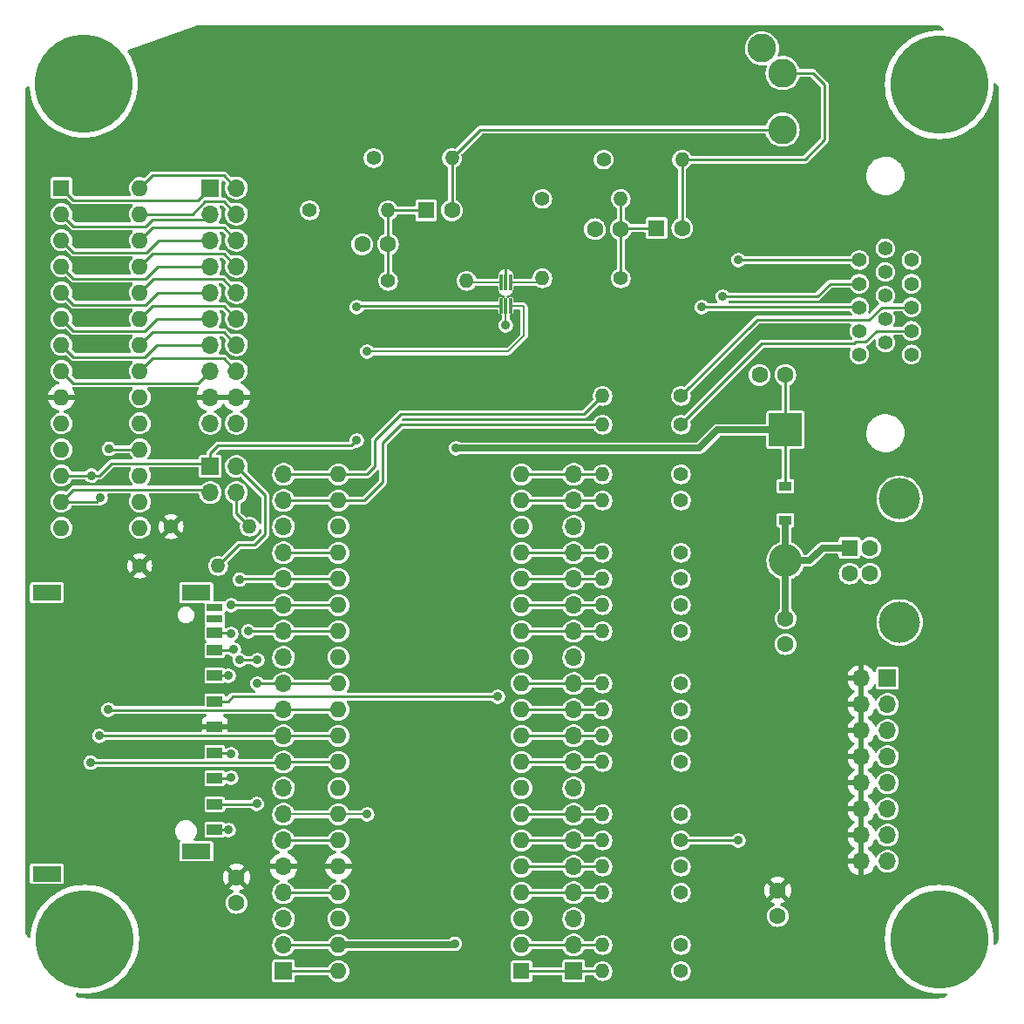
<source format=gbr>
G04 #@! TF.GenerationSoftware,KiCad,Pcbnew,(6.0.1)*
G04 #@! TF.CreationDate,2022-05-14T09:46:04-04:00*
G04 #@! TF.ProjectId,PiPico-01,50695069-636f-42d3-9031-2e6b69636164,2*
G04 #@! TF.SameCoordinates,Original*
G04 #@! TF.FileFunction,Copper,L1,Top*
G04 #@! TF.FilePolarity,Positive*
%FSLAX46Y46*%
G04 Gerber Fmt 4.6, Leading zero omitted, Abs format (unit mm)*
G04 Created by KiCad (PCBNEW (6.0.1)) date 2022-05-14 09:46:04*
%MOMM*%
%LPD*%
G01*
G04 APERTURE LIST*
G04 #@! TA.AperFunction,ComponentPad*
%ADD10R,1.700000X1.700000*%
G04 #@! TD*
G04 #@! TA.AperFunction,ComponentPad*
%ADD11O,1.700000X1.700000*%
G04 #@! TD*
G04 #@! TA.AperFunction,ComponentPad*
%ADD12C,9.525000*%
G04 #@! TD*
G04 #@! TA.AperFunction,ComponentPad*
%ADD13C,1.397000*%
G04 #@! TD*
G04 #@! TA.AperFunction,SMDPad,CuDef*
%ADD14R,1.500000X1.000000*%
G04 #@! TD*
G04 #@! TA.AperFunction,SMDPad,CuDef*
%ADD15R,1.500000X0.700000*%
G04 #@! TD*
G04 #@! TA.AperFunction,SMDPad,CuDef*
%ADD16R,2.800000X1.500000*%
G04 #@! TD*
G04 #@! TA.AperFunction,ComponentPad*
%ADD17C,1.400000*%
G04 #@! TD*
G04 #@! TA.AperFunction,ComponentPad*
%ADD18O,1.400000X1.400000*%
G04 #@! TD*
G04 #@! TA.AperFunction,ComponentPad*
%ADD19R,1.600000X1.600000*%
G04 #@! TD*
G04 #@! TA.AperFunction,ComponentPad*
%ADD20O,1.600000X1.600000*%
G04 #@! TD*
G04 #@! TA.AperFunction,ComponentPad*
%ADD21C,1.600000*%
G04 #@! TD*
G04 #@! TA.AperFunction,ComponentPad*
%ADD22C,4.000000*%
G04 #@! TD*
G04 #@! TA.AperFunction,SMDPad,CuDef*
%ADD23R,0.300000X1.500000*%
G04 #@! TD*
G04 #@! TA.AperFunction,SMDPad,CuDef*
%ADD24R,1.200000X0.900000*%
G04 #@! TD*
G04 #@! TA.AperFunction,ComponentPad*
%ADD25R,3.200000X3.200000*%
G04 #@! TD*
G04 #@! TA.AperFunction,ComponentPad*
%ADD26O,3.200000X3.200000*%
G04 #@! TD*
G04 #@! TA.AperFunction,ComponentPad*
%ADD27C,2.800000*%
G04 #@! TD*
G04 #@! TA.AperFunction,ViaPad*
%ADD28C,0.889000*%
G04 #@! TD*
G04 #@! TA.AperFunction,Conductor*
%ADD29C,0.254000*%
G04 #@! TD*
G04 #@! TA.AperFunction,Conductor*
%ADD30C,0.203200*%
G04 #@! TD*
G04 #@! TA.AperFunction,Conductor*
%ADD31C,0.635000*%
G04 #@! TD*
G04 APERTURE END LIST*
D10*
X93980000Y-73660000D03*
D11*
X91440000Y-73660000D03*
X93980000Y-76200000D03*
X91440000Y-76200000D03*
X93980000Y-78740000D03*
X91440000Y-78740000D03*
X93980000Y-81280000D03*
X91440000Y-81280000D03*
X93980000Y-83820000D03*
X91440000Y-83820000D03*
X93980000Y-86360000D03*
X91440000Y-86360000D03*
X93980000Y-88900000D03*
X91440000Y-88900000D03*
X93980000Y-91440000D03*
X91440000Y-91440000D03*
D12*
X15875000Y-15875000D03*
X99000000Y-99000000D03*
X16000000Y-99000000D03*
X99000000Y-16000000D03*
D13*
X91239340Y-33027620D03*
X91239340Y-35318700D03*
X91239340Y-37604700D03*
X91239340Y-39898320D03*
X91239340Y-42186860D03*
X93779340Y-31882080D03*
X93779340Y-34173160D03*
X93779340Y-36464240D03*
X93779340Y-38752780D03*
X93779340Y-41043860D03*
X96319340Y-33027620D03*
X96319340Y-35318700D03*
X96316800Y-37607240D03*
X96319340Y-39898320D03*
X96319340Y-42186860D03*
D14*
X28621500Y-85874000D03*
X28621500Y-83374000D03*
X28621500Y-80874000D03*
X28621500Y-78374000D03*
X28621500Y-75874000D03*
X28621500Y-73374000D03*
X28621500Y-70954000D03*
X28621500Y-69254000D03*
X28621500Y-88374000D03*
D15*
X28621500Y-67914000D03*
X28621500Y-66774000D03*
D16*
X26821500Y-90444000D03*
X26821500Y-65344000D03*
X12321500Y-65344000D03*
X12321500Y-92644000D03*
D17*
X73914000Y-91948000D03*
D18*
X66294000Y-91948000D03*
D17*
X73914000Y-89408000D03*
D18*
X66294000Y-89408000D03*
D17*
X73914000Y-94488000D03*
D18*
X66294000Y-94488000D03*
D17*
X73914000Y-99568000D03*
D18*
X66294000Y-99568000D03*
D17*
X73914000Y-102108000D03*
D18*
X66294000Y-102108000D03*
D17*
X73914000Y-69088000D03*
D18*
X66294000Y-69088000D03*
D17*
X68072000Y-34798000D03*
D18*
X60452000Y-34798000D03*
D17*
X73914000Y-74168000D03*
D18*
X66294000Y-74168000D03*
D17*
X73914000Y-76708000D03*
D18*
X66294000Y-76708000D03*
D17*
X73914000Y-79248000D03*
D18*
X66294000Y-79248000D03*
D17*
X73914000Y-81788000D03*
D18*
X66294000Y-81788000D03*
D17*
X73914000Y-53848000D03*
D18*
X66294000Y-53848000D03*
D17*
X73914000Y-56388000D03*
D18*
X66294000Y-56388000D03*
D17*
X73914000Y-61468000D03*
D18*
X66294000Y-61468000D03*
D17*
X73914000Y-64008000D03*
D18*
X66294000Y-64008000D03*
D17*
X73914000Y-66548000D03*
D18*
X66294000Y-66548000D03*
X68072000Y-27076400D03*
D17*
X60452000Y-27076400D03*
X73914000Y-86868000D03*
D18*
X66294000Y-86868000D03*
D17*
X73914000Y-46228000D03*
D18*
X66294000Y-46228000D03*
D17*
X73914000Y-49022000D03*
D18*
X66294000Y-49022000D03*
D19*
X58425004Y-102102996D03*
D20*
X58425004Y-99562996D03*
X58425004Y-97022996D03*
X58425004Y-94482996D03*
X58425004Y-91942996D03*
X58425004Y-89402996D03*
X58425004Y-86862996D03*
X58425004Y-84322996D03*
X58425004Y-81782996D03*
X58425004Y-79242996D03*
X58425004Y-76702996D03*
X58425004Y-74162996D03*
X58425004Y-71622996D03*
X58425004Y-69082996D03*
X58425004Y-66542996D03*
X58425004Y-64002996D03*
X58425004Y-61462996D03*
X58425004Y-58922996D03*
X58425004Y-56382996D03*
X58425004Y-53842996D03*
X40645004Y-53842996D03*
X40645004Y-56382996D03*
X40645004Y-58922996D03*
X40645004Y-61462996D03*
X40645004Y-64002996D03*
X40645004Y-66542996D03*
X40645004Y-69082996D03*
X40645004Y-71622996D03*
X40645004Y-74162996D03*
X40645004Y-76702996D03*
X40645004Y-79242996D03*
X40645004Y-81782996D03*
X40645004Y-84322996D03*
X40645004Y-86862996D03*
X40645004Y-89402996D03*
X40645004Y-91942996D03*
X40645004Y-94482996D03*
X40645004Y-97022996D03*
X40645004Y-99562996D03*
X40645004Y-102102996D03*
D19*
X90297000Y-60980000D03*
D21*
X90297000Y-63480000D03*
X92297000Y-63480000D03*
X92297000Y-60980000D03*
D22*
X95157000Y-68230000D03*
X95157000Y-56230000D03*
D21*
X84054000Y-44196000D03*
X81554000Y-44196000D03*
D19*
X71540488Y-29921200D03*
D21*
X74040488Y-29921200D03*
X68052000Y-30022800D03*
X65552000Y-30022800D03*
X84074000Y-67838000D03*
X84074000Y-70338000D03*
X30734000Y-92984000D03*
X30734000Y-95484000D03*
X83312000Y-94254000D03*
X83312000Y-96754000D03*
D23*
X56400000Y-37472000D03*
X56900000Y-37472000D03*
X57400000Y-37472000D03*
X57400000Y-35172000D03*
X56900000Y-35172000D03*
X56400000Y-35172000D03*
D24*
X84074000Y-54992000D03*
X84074000Y-58292000D03*
D25*
X84074000Y-49530000D03*
D26*
X84074000Y-62230000D03*
D21*
X45446000Y-31496000D03*
X42946000Y-31496000D03*
D17*
X37846000Y-28194000D03*
D18*
X45466000Y-28194000D03*
D17*
X21336000Y-62738000D03*
D18*
X28956000Y-62738000D03*
D17*
X24384000Y-58928000D03*
D18*
X32004000Y-58928000D03*
D10*
X35306000Y-102108000D03*
D11*
X35306000Y-99568000D03*
X35306000Y-97028000D03*
X35306000Y-94488000D03*
X35306000Y-91948000D03*
X35306000Y-89408000D03*
X35306000Y-86868000D03*
X35306000Y-84328000D03*
X35306000Y-81788000D03*
X35306000Y-79248000D03*
X35306000Y-76708000D03*
X35306000Y-74168000D03*
X35306000Y-71628000D03*
X35306000Y-69088000D03*
X35306000Y-66548000D03*
X35306000Y-64008000D03*
X35306000Y-61468000D03*
X35306000Y-58928000D03*
X35306000Y-56388000D03*
X35306000Y-53848000D03*
D17*
X66395600Y-23266400D03*
D18*
X74015600Y-23266400D03*
D10*
X28189000Y-53081000D03*
D11*
X30729000Y-53081000D03*
X28189000Y-55621000D03*
X30729000Y-55621000D03*
D10*
X28189000Y-26015255D03*
D11*
X30729000Y-26015255D03*
X28189000Y-28555255D03*
X30729000Y-28555255D03*
X28189000Y-31095255D03*
X30729000Y-31095255D03*
X28189000Y-33635255D03*
X30729000Y-33635255D03*
X28189000Y-36175255D03*
X30729000Y-36175255D03*
X28189000Y-38715255D03*
X30729000Y-38715255D03*
X28189000Y-41255255D03*
X30729000Y-41255255D03*
X28189000Y-43795255D03*
X30729000Y-43795255D03*
X28189000Y-46335255D03*
X30729000Y-46335255D03*
X28189000Y-48875255D03*
X30729000Y-48875255D03*
D19*
X13726000Y-26020255D03*
D20*
X13726000Y-28560255D03*
X13726000Y-31100255D03*
X13726000Y-33640255D03*
X13726000Y-36180255D03*
X13726000Y-38720255D03*
X13726000Y-41260255D03*
X13726000Y-43800255D03*
X13726000Y-46340255D03*
X13726000Y-48880255D03*
X13726000Y-51420255D03*
X13726000Y-53960255D03*
X13726000Y-56500255D03*
X13726000Y-59040255D03*
X21346000Y-59040255D03*
X21346000Y-56500255D03*
X21346000Y-53960255D03*
X21346000Y-51420255D03*
X21346000Y-48880255D03*
X21346000Y-46340255D03*
X21346000Y-43800255D03*
X21346000Y-41260255D03*
X21346000Y-38720255D03*
X21346000Y-36180255D03*
X21346000Y-33640255D03*
X21346000Y-31100255D03*
X21346000Y-28560255D03*
X21346000Y-26020255D03*
D19*
X49159349Y-28194000D03*
D21*
X51659349Y-28194000D03*
D27*
X83788000Y-20356000D03*
X81788000Y-12456000D03*
X83788000Y-14856000D03*
D17*
X44043600Y-23114000D03*
D18*
X51663600Y-23114000D03*
D17*
X45466000Y-35052000D03*
D18*
X53086000Y-35052000D03*
D10*
X63500000Y-102108000D03*
D11*
X63500000Y-99568000D03*
X63500000Y-97028000D03*
X63500000Y-94488000D03*
X63500000Y-91948000D03*
X63500000Y-89408000D03*
X63500000Y-86868000D03*
X63500000Y-84328000D03*
X63500000Y-81788000D03*
X63500000Y-79248000D03*
X63500000Y-76708000D03*
X63500000Y-74168000D03*
X63500000Y-71628000D03*
X63500000Y-69088000D03*
X63500000Y-66548000D03*
X63500000Y-64008000D03*
X63500000Y-61468000D03*
X63500000Y-58928000D03*
X63500000Y-56388000D03*
X63500000Y-53848000D03*
D28*
X29972000Y-73406000D03*
X30226000Y-81026000D03*
X56896000Y-39370000D03*
X32766000Y-71882000D03*
X30226000Y-83312000D03*
X31051011Y-71882000D03*
X32701011Y-85852000D03*
X32766000Y-74168000D03*
X56134000Y-75438000D03*
X31051011Y-64071011D03*
X30480000Y-70866000D03*
X30226000Y-69342000D03*
X30226000Y-66548000D03*
X29972000Y-88392000D03*
X31876011Y-69088000D03*
X75946000Y-37592000D03*
X77978000Y-36576000D03*
X79502000Y-33020000D03*
X79502000Y-89408000D03*
X42418000Y-37592000D03*
X42418000Y-50546000D03*
X16573011Y-81851011D03*
X16622255Y-53960255D03*
X17526000Y-56134000D03*
X17398011Y-79248000D03*
X43434000Y-41910000D03*
X43434000Y-86868000D03*
X52070000Y-51308000D03*
X51937996Y-99435996D03*
X18351011Y-51371011D03*
X18288000Y-76708000D03*
D29*
X85953600Y-23266400D02*
X87884000Y-21336000D01*
X74015600Y-23266400D02*
X85953600Y-23266400D01*
X74015600Y-23266400D02*
X74015600Y-29896312D01*
X74015600Y-29896312D02*
X74040488Y-29921200D01*
X74066400Y-23571200D02*
X74040488Y-23597112D01*
X74040488Y-29921200D02*
X74040488Y-23597112D01*
X87884000Y-16002000D02*
X87884000Y-21336000D01*
X86738000Y-14856000D02*
X87884000Y-16002000D01*
X83788000Y-14856000D02*
X86738000Y-14856000D01*
X68153600Y-29921200D02*
X68052000Y-30022800D01*
X71540488Y-29921200D02*
X68153600Y-29921200D01*
X68052000Y-27096400D02*
X68072000Y-27076400D01*
X68052000Y-30022800D02*
X68052000Y-27096400D01*
X54421600Y-20356000D02*
X51663600Y-23114000D01*
X83788000Y-20356000D02*
X54421600Y-20356000D01*
X51659349Y-28194000D02*
X51659349Y-23118251D01*
X51659349Y-23118251D02*
X51663600Y-23114000D01*
X28621500Y-80874000D02*
X30074000Y-80874000D01*
X28621500Y-73374000D02*
X29940000Y-73374000D01*
X29940000Y-73374000D02*
X29972000Y-73406000D01*
X30074000Y-80874000D02*
X30226000Y-81026000D01*
D30*
X56900000Y-39366000D02*
X56896000Y-39370000D01*
X56900000Y-37472000D02*
X56900000Y-39366000D01*
D29*
X68072000Y-34798000D02*
X68072000Y-29992000D01*
X40645004Y-53842996D02*
X43439004Y-53842996D01*
X43439004Y-53842996D02*
X44196000Y-53086000D01*
X44196000Y-50546000D02*
X46736000Y-48006000D01*
X46736000Y-48006000D02*
X64516000Y-48006000D01*
X64516000Y-48006000D02*
X66294000Y-46228000D01*
X44196000Y-53086000D02*
X44196000Y-50546000D01*
X35306000Y-53848000D02*
X40640000Y-53848000D01*
X40645000Y-56383000D02*
X43185000Y-56383000D01*
X43185000Y-56383000D02*
X44958000Y-54610000D01*
X35306000Y-56388000D02*
X40640000Y-56388000D01*
X44958000Y-54610000D02*
X44958000Y-50800000D01*
X46736000Y-49022000D02*
X66294000Y-49022000D01*
X44958000Y-50800000D02*
X46736000Y-49022000D01*
D31*
X86400000Y-62230000D02*
X87650000Y-60980000D01*
X84074000Y-62230000D02*
X84074000Y-58292000D01*
X84074000Y-67838000D02*
X84074000Y-62230000D01*
X84074000Y-62230000D02*
X86400000Y-62230000D01*
X90297000Y-60980000D02*
X87650000Y-60980000D01*
D29*
X28621500Y-83374000D02*
X30164000Y-83374000D01*
X31051011Y-71882000D02*
X32766000Y-71882000D01*
X35306000Y-61468000D02*
X40640000Y-61468000D01*
X30164000Y-83374000D02*
X30226000Y-83312000D01*
X32679011Y-85874000D02*
X32701011Y-85852000D01*
X28621500Y-85874000D02*
X32679011Y-85874000D01*
X32766000Y-74168000D02*
X35306000Y-74168000D01*
X35306000Y-74168000D02*
X40640000Y-74168000D01*
X58425000Y-86863000D02*
X66289000Y-86863000D01*
X30336000Y-75438000D02*
X56134000Y-75438000D01*
X29900000Y-75874000D02*
X30336000Y-75438000D01*
X28621500Y-75874000D02*
X29900000Y-75874000D01*
X35306000Y-64008000D02*
X40640000Y-64008000D01*
X30392000Y-70954000D02*
X30480000Y-70866000D01*
X28621500Y-70954000D02*
X30392000Y-70954000D01*
X31051011Y-64071011D02*
X31114022Y-64008000D01*
X31114022Y-64008000D02*
X35306000Y-64008000D01*
X28621500Y-69254000D02*
X30138000Y-69254000D01*
X30226000Y-66548000D02*
X35306000Y-66548000D01*
X30138000Y-69254000D02*
X30226000Y-69342000D01*
X35306000Y-66548000D02*
X40640000Y-66548000D01*
X29954000Y-88374000D02*
X29972000Y-88392000D01*
X35306000Y-69088000D02*
X40640000Y-69088000D01*
X28621500Y-88374000D02*
X29954000Y-88374000D01*
X31876011Y-69088000D02*
X35306000Y-69088000D01*
X58425000Y-91943000D02*
X66289000Y-91943000D01*
X58425000Y-89403000D02*
X66289000Y-89403000D01*
X58425000Y-94483000D02*
X66289000Y-94483000D01*
X58425000Y-99563000D02*
X66289000Y-99563000D01*
X58425000Y-102103000D02*
X66289000Y-102103000D01*
X58425000Y-74163000D02*
X66289000Y-74163000D01*
X58425000Y-76703000D02*
X66299000Y-76703000D01*
X58425000Y-79243000D02*
X66289000Y-79243000D01*
X58425000Y-81783000D02*
X66289000Y-81783000D01*
X65532000Y-53848000D02*
X66294000Y-53848000D01*
X58425000Y-53843000D02*
X65527000Y-53843000D01*
X65527000Y-53843000D02*
X65532000Y-53848000D01*
X58425000Y-56383000D02*
X66289000Y-56383000D01*
X58425000Y-64003000D02*
X66289000Y-64003000D01*
X58425000Y-66543000D02*
X66289000Y-66543000D01*
X58425000Y-61463000D02*
X66289000Y-61463000D01*
X58425000Y-69083000D02*
X66289000Y-69083000D01*
X75946000Y-37592000D02*
X91226640Y-37592000D01*
X88404700Y-35318700D02*
X91239340Y-35318700D01*
X77978000Y-36576000D02*
X87147400Y-36576000D01*
X87147400Y-36576000D02*
X88404700Y-35318700D01*
X73914000Y-89408000D02*
X79502000Y-89408000D01*
X79502000Y-33020000D02*
X91231720Y-33020000D01*
X14906511Y-27200766D02*
X27003489Y-27200766D01*
X13726000Y-26020255D02*
X14906511Y-27200766D01*
X27003489Y-27200766D02*
X28189000Y-26015255D01*
X29498489Y-24784744D02*
X30729000Y-26015255D01*
X22581511Y-24784744D02*
X29498489Y-24784744D01*
X21346000Y-26020255D02*
X22581511Y-24784744D01*
X13726000Y-28560255D02*
X14906511Y-29740766D01*
X27676480Y-29067775D02*
X28189000Y-28555255D01*
X14906511Y-29740766D02*
X21933009Y-29740766D01*
X22606000Y-29067775D02*
X27676480Y-29067775D01*
X21933009Y-29740766D02*
X22606000Y-29067775D01*
X26443794Y-28560255D02*
X27679305Y-27324744D01*
X29498489Y-27324744D02*
X30729000Y-28555255D01*
X21346000Y-28560255D02*
X26443794Y-28560255D01*
X27679305Y-27324744D02*
X29498489Y-27324744D01*
X14906511Y-32280766D02*
X21967498Y-32280766D01*
X23153009Y-31095255D02*
X28189000Y-31095255D01*
X13726000Y-31100255D02*
X14906511Y-32280766D01*
X21967498Y-32280766D02*
X23153009Y-31095255D01*
X21346000Y-31100255D02*
X22581511Y-29864744D01*
X22581511Y-29864744D02*
X29498489Y-29864744D01*
X29498489Y-29864744D02*
X30729000Y-31095255D01*
X23109000Y-33635255D02*
X28189000Y-33635255D01*
X13726000Y-33640255D02*
X14906511Y-34820766D01*
X21923489Y-34820766D02*
X23109000Y-33635255D01*
X14906511Y-34820766D02*
X21923489Y-34820766D01*
X29498489Y-32404744D02*
X30729000Y-33635255D01*
X21346000Y-33640255D02*
X22581511Y-32404744D01*
X22581511Y-32404744D02*
X29498489Y-32404744D01*
X13726000Y-36180255D02*
X14906511Y-37360766D01*
X21923489Y-37360766D02*
X23109000Y-36175255D01*
X23109000Y-36175255D02*
X28189000Y-36175255D01*
X14906511Y-37360766D02*
X21923489Y-37360766D01*
X21346000Y-36180255D02*
X22660489Y-34865766D01*
X22660489Y-34865766D02*
X29419511Y-34865766D01*
X29419511Y-34865766D02*
X30729000Y-36175255D01*
X13726000Y-38720255D02*
X14906511Y-39900766D01*
X21834985Y-39900766D02*
X23020496Y-38715255D01*
X23020496Y-38715255D02*
X28189000Y-38715255D01*
X14906511Y-39900766D02*
X21834985Y-39900766D01*
X29498489Y-37484744D02*
X30729000Y-38715255D01*
X22581511Y-37484744D02*
X29498489Y-37484744D01*
X21346000Y-38720255D02*
X22581511Y-37484744D01*
X23020496Y-41255255D02*
X28189000Y-41255255D01*
X13726000Y-41260255D02*
X14906511Y-42440766D01*
X14906511Y-42440766D02*
X21834985Y-42440766D01*
X21834985Y-42440766D02*
X23020496Y-41255255D01*
X21346000Y-41260255D02*
X22581511Y-40024744D01*
X29498489Y-40024744D02*
X30729000Y-41255255D01*
X22581511Y-40024744D02*
X29498489Y-40024744D01*
X27003489Y-44980766D02*
X28189000Y-43795255D01*
X14906511Y-44980766D02*
X27003489Y-44980766D01*
X13726000Y-43800255D02*
X14906511Y-44980766D01*
X22581511Y-42564744D02*
X29498489Y-42564744D01*
X29498489Y-42564744D02*
X30729000Y-43795255D01*
X21346000Y-43800255D02*
X22581511Y-42564744D01*
X16573011Y-81851011D02*
X35242989Y-81851011D01*
X42538000Y-37472000D02*
X56400000Y-37472000D01*
X28189000Y-51821000D02*
X28956000Y-51054000D01*
X13726000Y-53960255D02*
X16622255Y-53960255D01*
X41910000Y-51054000D02*
X42418000Y-50546000D01*
X28189000Y-53081000D02*
X28189000Y-51821000D01*
X35306000Y-81788000D02*
X40640000Y-81788000D01*
X28956000Y-51054000D02*
X41910000Y-51054000D01*
X42418000Y-37592000D02*
X42538000Y-37472000D01*
X18594256Y-52779744D02*
X27887744Y-52779744D01*
X16622255Y-53960255D02*
X17413745Y-53960255D01*
X17413745Y-53960255D02*
X18594256Y-52779744D01*
X13726000Y-56500255D02*
X14906511Y-55319744D01*
X17526000Y-56134000D02*
X17159745Y-56500255D01*
X35306000Y-79248000D02*
X40640000Y-79248000D01*
X14906511Y-55319744D02*
X27887744Y-55319744D01*
X35299489Y-79254511D02*
X17404522Y-79254511D01*
X17159745Y-56500255D02*
X13726000Y-56500255D01*
X17404522Y-79254511D02*
X17398011Y-79248000D01*
X35306000Y-102108000D02*
X40640000Y-102108000D01*
X35306000Y-94488000D02*
X40640000Y-94488000D01*
X35306000Y-89408000D02*
X40640000Y-89408000D01*
X32004000Y-58928000D02*
X30729000Y-57653000D01*
X30729000Y-57653000D02*
X30729000Y-55621000D01*
X30729000Y-53081000D02*
X33528000Y-55880000D01*
X33528000Y-55880000D02*
X33528000Y-59690000D01*
X33528000Y-59690000D02*
X32512000Y-60706000D01*
X28956000Y-62738000D02*
X30988000Y-60706000D01*
X30988000Y-60706000D02*
X32512000Y-60706000D01*
X45466000Y-35052000D02*
X45466000Y-31516000D01*
X45466000Y-28194000D02*
X49159349Y-28194000D01*
X45466000Y-28194000D02*
X45466000Y-31476000D01*
D30*
X57400000Y-35172000D02*
X60078000Y-35172000D01*
X56400000Y-35172000D02*
X53206000Y-35172000D01*
X40645004Y-86862996D02*
X43428996Y-86862996D01*
X43428996Y-86862996D02*
X43434000Y-86868000D01*
X57150000Y-41910000D02*
X58674000Y-40386000D01*
X58674000Y-37592000D02*
X58554000Y-37472000D01*
X35306000Y-86868000D02*
X40640000Y-86868000D01*
X43434000Y-41910000D02*
X57150000Y-41910000D01*
X58674000Y-40386000D02*
X58674000Y-37592000D01*
X58554000Y-37472000D02*
X57400000Y-37472000D01*
D29*
X81322691Y-38819309D02*
X73914000Y-46228000D01*
X96316800Y-37607240D02*
X93398927Y-37607240D01*
X92186858Y-38819309D02*
X81322691Y-38819309D01*
X93398927Y-37607240D02*
X92186858Y-38819309D01*
X90752247Y-41148000D02*
X81788000Y-41148000D01*
X90922916Y-40977331D02*
X90752247Y-41148000D01*
X81788000Y-41148000D02*
X73914000Y-49022000D01*
X92943680Y-39898320D02*
X91864669Y-40977331D01*
X96319340Y-39898320D02*
X92943680Y-39898320D01*
X91864669Y-40977331D02*
X90922916Y-40977331D01*
X84074000Y-49530000D02*
X84074000Y-44216000D01*
D31*
X84074000Y-49530000D02*
X77470000Y-49530000D01*
D29*
X84074000Y-54992000D02*
X84074000Y-49530000D01*
D31*
X77470000Y-49530000D02*
X75692000Y-51308000D01*
X40645004Y-99562996D02*
X51810996Y-99562996D01*
D29*
X35306000Y-99568000D02*
X40640000Y-99568000D01*
X51810996Y-99562996D02*
X51937996Y-99435996D01*
D31*
X75692000Y-51308000D02*
X52070000Y-51308000D01*
D29*
X18400255Y-51420255D02*
X18351011Y-51371011D01*
X35259489Y-76754511D02*
X18334511Y-76754511D01*
X35306000Y-76708000D02*
X40640000Y-76708000D01*
X18334511Y-76754511D02*
X18288000Y-76708000D01*
X21346000Y-51420255D02*
X18400255Y-51420255D01*
G04 #@! TA.AperFunction,Conductor*
G36*
X98987153Y-10256421D02*
G01*
X99000000Y-10258976D01*
X99012172Y-10256555D01*
X99021199Y-10256555D01*
X99035786Y-10255406D01*
X99094806Y-10257725D01*
X99162089Y-10280386D01*
X99180754Y-10296369D01*
X99399343Y-10524066D01*
X99432089Y-10587060D01*
X99425581Y-10657757D01*
X99381883Y-10713713D01*
X99314870Y-10737161D01*
X99302952Y-10737205D01*
X99002748Y-10724098D01*
X99000000Y-10723978D01*
X98997252Y-10724098D01*
X98542924Y-10743934D01*
X98542913Y-10743935D01*
X98540164Y-10744055D01*
X98276600Y-10778754D01*
X98086553Y-10803774D01*
X98086548Y-10803775D01*
X98083828Y-10804133D01*
X97634465Y-10903754D01*
X97631840Y-10904582D01*
X97631835Y-10904583D01*
X97198122Y-11041332D01*
X97198114Y-11041335D01*
X97195494Y-11042161D01*
X96770257Y-11218300D01*
X96361989Y-11430831D01*
X95973798Y-11678136D01*
X95771541Y-11833333D01*
X95610806Y-11956669D01*
X95610800Y-11956674D01*
X95608638Y-11958333D01*
X95269289Y-12269289D01*
X94958333Y-12608638D01*
X94956674Y-12610800D01*
X94956669Y-12610806D01*
X94901912Y-12682167D01*
X94678136Y-12973798D01*
X94430831Y-13361989D01*
X94218300Y-13770257D01*
X94042161Y-14195494D01*
X94041335Y-14198114D01*
X94041332Y-14198122D01*
X93923829Y-14570794D01*
X93903754Y-14634465D01*
X93804133Y-15083828D01*
X93803775Y-15086548D01*
X93803774Y-15086553D01*
X93800597Y-15110687D01*
X93744055Y-15540164D01*
X93743935Y-15542913D01*
X93743934Y-15542924D01*
X93727523Y-15918809D01*
X93723978Y-16000000D01*
X93724098Y-16002748D01*
X93742944Y-16434389D01*
X93744055Y-16459836D01*
X93804133Y-16916172D01*
X93903754Y-17365535D01*
X93904582Y-17368160D01*
X93904583Y-17368165D01*
X94003550Y-17682047D01*
X94042161Y-17804506D01*
X94218300Y-18229743D01*
X94430831Y-18638011D01*
X94678136Y-19026202D01*
X94860754Y-19264194D01*
X94953236Y-19384719D01*
X94958333Y-19391362D01*
X95269289Y-19730711D01*
X95608638Y-20041667D01*
X95610800Y-20043326D01*
X95610806Y-20043331D01*
X95674242Y-20092007D01*
X95973798Y-20321864D01*
X96361989Y-20569169D01*
X96770257Y-20781700D01*
X97195494Y-20957839D01*
X97198114Y-20958665D01*
X97198122Y-20958668D01*
X97631835Y-21095417D01*
X97631840Y-21095418D01*
X97634465Y-21096246D01*
X98083828Y-21195867D01*
X98086548Y-21196225D01*
X98086553Y-21196226D01*
X98257423Y-21218721D01*
X98540164Y-21255945D01*
X98542913Y-21256065D01*
X98542924Y-21256066D01*
X98997252Y-21275902D01*
X99000000Y-21276022D01*
X99002748Y-21275902D01*
X99457076Y-21256066D01*
X99457087Y-21256065D01*
X99459836Y-21255945D01*
X99742577Y-21218721D01*
X99913447Y-21196226D01*
X99913452Y-21196225D01*
X99916172Y-21195867D01*
X100365535Y-21096246D01*
X100368160Y-21095418D01*
X100368165Y-21095417D01*
X100801878Y-20958668D01*
X100801886Y-20958665D01*
X100804506Y-20957839D01*
X101229743Y-20781700D01*
X101638011Y-20569169D01*
X102026202Y-20321864D01*
X102325758Y-20092007D01*
X102389194Y-20043331D01*
X102389200Y-20043326D01*
X102391362Y-20041667D01*
X102730711Y-19730711D01*
X103041667Y-19391362D01*
X103046765Y-19384719D01*
X103139246Y-19264194D01*
X103321864Y-19026202D01*
X103569169Y-18638011D01*
X103781700Y-18229743D01*
X103957839Y-17804506D01*
X103996451Y-17682047D01*
X104095417Y-17368165D01*
X104095418Y-17368160D01*
X104096246Y-17365535D01*
X104195867Y-16916172D01*
X104255945Y-16459836D01*
X104257057Y-16434389D01*
X104275902Y-16002748D01*
X104276022Y-16000000D01*
X104272477Y-15918809D01*
X104289488Y-15849881D01*
X104341065Y-15801092D01*
X104410831Y-15787932D01*
X104476637Y-15814580D01*
X104489251Y-15826053D01*
X104710135Y-16056140D01*
X104710895Y-16056932D01*
X104743641Y-16119925D01*
X104746000Y-16144191D01*
X104746000Y-98962575D01*
X104743579Y-98987153D01*
X104741024Y-99000000D01*
X104743445Y-99012172D01*
X104743445Y-99021195D01*
X104744594Y-99035786D01*
X104738748Y-99184571D01*
X104716088Y-99251851D01*
X104703823Y-99266793D01*
X104587821Y-99387839D01*
X104474837Y-99505735D01*
X104413263Y-99541078D01*
X104342355Y-99537520D01*
X104284628Y-99496192D01*
X104258408Y-99430215D01*
X104257987Y-99413059D01*
X104261060Y-99342692D01*
X104276022Y-99000000D01*
X104270734Y-98878877D01*
X104256066Y-98542924D01*
X104256065Y-98542913D01*
X104255945Y-98540164D01*
X104201678Y-98127969D01*
X104196226Y-98086553D01*
X104196225Y-98086548D01*
X104195867Y-98083828D01*
X104096246Y-97634465D01*
X104095417Y-97631835D01*
X103958668Y-97198122D01*
X103958665Y-97198114D01*
X103957839Y-97195494D01*
X103790649Y-96791861D01*
X103782753Y-96772799D01*
X103782752Y-96772798D01*
X103781700Y-96770257D01*
X103569169Y-96361989D01*
X103321864Y-95973798D01*
X103088089Y-95669136D01*
X103043331Y-95610806D01*
X103043326Y-95610800D01*
X103041667Y-95608638D01*
X102803839Y-95349094D01*
X102732562Y-95271309D01*
X102730711Y-95269289D01*
X102391362Y-94958333D01*
X102389200Y-94956674D01*
X102389194Y-94956669D01*
X102230828Y-94835151D01*
X102026202Y-94678136D01*
X101638011Y-94430831D01*
X101229743Y-94218300D01*
X100804506Y-94042161D01*
X100801886Y-94041335D01*
X100801878Y-94041332D01*
X100368165Y-93904583D01*
X100368160Y-93904582D01*
X100365535Y-93903754D01*
X99916172Y-93804133D01*
X99913452Y-93803775D01*
X99913447Y-93803774D01*
X99742577Y-93781279D01*
X99459836Y-93744055D01*
X99457087Y-93743935D01*
X99457076Y-93743934D01*
X99002748Y-93724098D01*
X99000000Y-93723978D01*
X98997252Y-93724098D01*
X98542924Y-93743934D01*
X98542913Y-93743935D01*
X98540164Y-93744055D01*
X98257423Y-93781279D01*
X98086553Y-93803774D01*
X98086548Y-93803775D01*
X98083828Y-93804133D01*
X97634465Y-93903754D01*
X97631840Y-93904582D01*
X97631835Y-93904583D01*
X97198122Y-94041332D01*
X97198114Y-94041335D01*
X97195494Y-94042161D01*
X96770257Y-94218300D01*
X96361989Y-94430831D01*
X95973798Y-94678136D01*
X95769172Y-94835151D01*
X95610806Y-94956669D01*
X95610800Y-94956674D01*
X95608638Y-94958333D01*
X95269289Y-95269289D01*
X95267438Y-95271309D01*
X95196161Y-95349094D01*
X94958333Y-95608638D01*
X94956674Y-95610800D01*
X94956669Y-95610806D01*
X94911911Y-95669136D01*
X94678136Y-95973798D01*
X94430831Y-96361989D01*
X94218300Y-96770257D01*
X94217248Y-96772798D01*
X94217247Y-96772799D01*
X94209351Y-96791861D01*
X94042161Y-97195494D01*
X94041335Y-97198114D01*
X94041332Y-97198122D01*
X93904583Y-97631835D01*
X93903754Y-97634465D01*
X93804133Y-98083828D01*
X93803775Y-98086548D01*
X93803774Y-98086553D01*
X93798322Y-98127969D01*
X93744055Y-98540164D01*
X93743935Y-98542913D01*
X93743934Y-98542924D01*
X93729266Y-98878877D01*
X93723978Y-99000000D01*
X93724098Y-99002748D01*
X93743662Y-99450826D01*
X93744055Y-99459836D01*
X93756532Y-99554609D01*
X93803664Y-99912607D01*
X93804133Y-99916172D01*
X93903754Y-100365535D01*
X93904582Y-100368160D01*
X93904583Y-100368165D01*
X94033051Y-100775612D01*
X94042161Y-100804506D01*
X94148654Y-101061603D01*
X94213735Y-101218721D01*
X94218300Y-101229743D01*
X94430831Y-101638011D01*
X94678136Y-102026202D01*
X94761451Y-102134780D01*
X94921682Y-102343597D01*
X94958333Y-102391362D01*
X95269289Y-102730711D01*
X95608638Y-103041667D01*
X95610800Y-103043326D01*
X95610806Y-103043331D01*
X95725278Y-103131168D01*
X95973798Y-103321864D01*
X96361989Y-103569169D01*
X96770257Y-103781700D01*
X97195494Y-103957839D01*
X97198114Y-103958665D01*
X97198122Y-103958668D01*
X97631835Y-104095417D01*
X97631840Y-104095418D01*
X97634465Y-104096246D01*
X98083828Y-104195867D01*
X98086548Y-104196225D01*
X98086553Y-104196226D01*
X98247546Y-104217421D01*
X98540164Y-104255945D01*
X98542913Y-104256065D01*
X98542924Y-104256066D01*
X98997252Y-104275902D01*
X99000000Y-104276022D01*
X99002748Y-104275902D01*
X99457076Y-104256066D01*
X99457087Y-104256065D01*
X99459836Y-104255945D01*
X99582442Y-104239804D01*
X99633825Y-104233039D01*
X99703974Y-104243978D01*
X99757072Y-104291106D01*
X99776262Y-104359460D01*
X99755451Y-104427338D01*
X99741247Y-104445134D01*
X99505832Y-104690784D01*
X99444260Y-104726126D01*
X99419815Y-104729505D01*
X99035786Y-104744594D01*
X99021195Y-104743445D01*
X99012172Y-104743445D01*
X99000000Y-104741024D01*
X98987153Y-104743579D01*
X98962575Y-104746000D01*
X16037425Y-104746000D01*
X16012847Y-104743579D01*
X16000000Y-104741024D01*
X15987828Y-104743445D01*
X15978805Y-104743445D01*
X15964214Y-104744594D01*
X15756717Y-104736441D01*
X15554122Y-104728481D01*
X15544260Y-104727705D01*
X15459015Y-104717616D01*
X15427280Y-104713860D01*
X15361982Y-104685990D01*
X15345028Y-104669075D01*
X15141975Y-104423719D01*
X15113954Y-104358490D01*
X15125648Y-104288463D01*
X15173345Y-104235875D01*
X15241901Y-104217421D01*
X15255491Y-104218467D01*
X15540164Y-104255945D01*
X15542913Y-104256065D01*
X15542924Y-104256066D01*
X15997252Y-104275902D01*
X16000000Y-104276022D01*
X16002748Y-104275902D01*
X16457076Y-104256066D01*
X16457087Y-104256065D01*
X16459836Y-104255945D01*
X16752454Y-104217421D01*
X16913447Y-104196226D01*
X16913452Y-104196225D01*
X16916172Y-104195867D01*
X17365535Y-104096246D01*
X17368160Y-104095418D01*
X17368165Y-104095417D01*
X17801878Y-103958668D01*
X17801886Y-103958665D01*
X17804506Y-103957839D01*
X18229743Y-103781700D01*
X18638011Y-103569169D01*
X19026202Y-103321864D01*
X19274722Y-103131168D01*
X19389194Y-103043331D01*
X19389200Y-103043326D01*
X19391362Y-103041667D01*
X19730711Y-102730711D01*
X20041667Y-102391362D01*
X20078319Y-102343597D01*
X20238549Y-102134780D01*
X20321864Y-102026202D01*
X20569169Y-101638011D01*
X20780039Y-101232933D01*
X34201500Y-101232933D01*
X34201501Y-102983066D01*
X34205326Y-103002297D01*
X34213390Y-103042840D01*
X34216266Y-103057301D01*
X34272516Y-103141484D01*
X34356699Y-103197734D01*
X34430933Y-103212500D01*
X35305858Y-103212500D01*
X36181066Y-103212499D01*
X36216818Y-103205388D01*
X36243126Y-103200156D01*
X36243128Y-103200155D01*
X36255301Y-103197734D01*
X36265621Y-103190839D01*
X36265622Y-103190838D01*
X36329168Y-103148377D01*
X36339484Y-103141484D01*
X36395734Y-103057301D01*
X36410500Y-102983067D01*
X36410500Y-102615500D01*
X36430502Y-102547379D01*
X36484158Y-102500886D01*
X36536500Y-102489500D01*
X39581070Y-102489500D01*
X39649191Y-102509502D01*
X39693136Y-102557905D01*
X39754338Y-102676991D01*
X39882790Y-102839057D01*
X39887483Y-102843051D01*
X39887484Y-102843052D01*
X39980099Y-102921873D01*
X40040275Y-102973087D01*
X40220793Y-103073976D01*
X40417470Y-103137880D01*
X40622813Y-103162366D01*
X40628948Y-103161894D01*
X40628950Y-103161894D01*
X40822860Y-103146973D01*
X40822864Y-103146972D01*
X40829002Y-103146500D01*
X41028182Y-103090888D01*
X41033686Y-103088108D01*
X41033688Y-103088107D01*
X41207266Y-103000427D01*
X41207268Y-103000426D01*
X41212767Y-102997648D01*
X41375726Y-102870330D01*
X41379752Y-102865666D01*
X41379755Y-102865663D01*
X41506823Y-102718453D01*
X41506824Y-102718451D01*
X41510852Y-102713785D01*
X41566686Y-102615500D01*
X41609954Y-102539336D01*
X41609956Y-102539332D01*
X41612999Y-102533975D01*
X41661161Y-102389194D01*
X41676329Y-102343597D01*
X41676330Y-102343594D01*
X41678274Y-102337749D01*
X41704193Y-102132582D01*
X41704606Y-102102996D01*
X41684426Y-101897185D01*
X41624655Y-101699213D01*
X41562690Y-101582674D01*
X41530463Y-101522063D01*
X41530461Y-101522060D01*
X41527569Y-101516621D01*
X41523678Y-101511851D01*
X41523676Y-101511847D01*
X41400762Y-101361139D01*
X41400759Y-101361136D01*
X41396867Y-101356364D01*
X41389970Y-101350658D01*
X41302056Y-101277929D01*
X57370504Y-101277929D01*
X57370505Y-102928062D01*
X57377616Y-102963814D01*
X57382653Y-102989137D01*
X57385270Y-103002297D01*
X57392165Y-103012616D01*
X57392166Y-103012618D01*
X57417740Y-103050891D01*
X57441520Y-103086480D01*
X57525703Y-103142730D01*
X57599937Y-103157496D01*
X58424870Y-103157496D01*
X59250070Y-103157495D01*
X59285822Y-103150384D01*
X59312130Y-103145152D01*
X59312132Y-103145151D01*
X59324305Y-103142730D01*
X59334625Y-103135835D01*
X59334626Y-103135834D01*
X59398172Y-103093373D01*
X59408488Y-103086480D01*
X59464738Y-103002297D01*
X59479504Y-102928063D01*
X59479504Y-102610500D01*
X59499506Y-102542379D01*
X59553162Y-102495886D01*
X59605504Y-102484500D01*
X62269501Y-102484500D01*
X62337622Y-102504502D01*
X62384115Y-102558158D01*
X62395501Y-102610500D01*
X62395501Y-102983066D01*
X62399326Y-103002297D01*
X62407390Y-103042840D01*
X62410266Y-103057301D01*
X62466516Y-103141484D01*
X62550699Y-103197734D01*
X62624933Y-103212500D01*
X63499858Y-103212500D01*
X64375066Y-103212499D01*
X64410818Y-103205388D01*
X64437126Y-103200156D01*
X64437128Y-103200155D01*
X64449301Y-103197734D01*
X64459621Y-103190839D01*
X64459622Y-103190838D01*
X64523168Y-103148377D01*
X64533484Y-103141484D01*
X64589734Y-103057301D01*
X64604500Y-102983067D01*
X64604500Y-102610500D01*
X64624502Y-102542379D01*
X64678158Y-102495886D01*
X64730500Y-102484500D01*
X65337362Y-102484500D01*
X65405483Y-102504502D01*
X65449428Y-102552906D01*
X65484977Y-102622077D01*
X65484982Y-102622085D01*
X65487797Y-102627562D01*
X65491620Y-102632386D01*
X65491623Y-102632390D01*
X65567951Y-102728691D01*
X65604068Y-102774259D01*
X65608762Y-102778254D01*
X65721409Y-102874124D01*
X65746618Y-102895579D01*
X65751996Y-102898585D01*
X65751998Y-102898586D01*
X65804741Y-102928063D01*
X65910018Y-102986900D01*
X66088043Y-103044744D01*
X66273914Y-103066908D01*
X66280049Y-103066436D01*
X66280051Y-103066436D01*
X66454408Y-103053020D01*
X66454413Y-103053019D01*
X66460549Y-103052547D01*
X66466479Y-103050891D01*
X66466481Y-103050891D01*
X66634913Y-103003864D01*
X66634912Y-103003864D01*
X66640841Y-103002209D01*
X66649871Y-102997648D01*
X66775611Y-102934131D01*
X66807921Y-102917810D01*
X66828114Y-102902034D01*
X66950571Y-102806360D01*
X66950572Y-102806360D01*
X66955427Y-102802566D01*
X67077738Y-102660867D01*
X67170198Y-102498108D01*
X67229283Y-102320491D01*
X67252744Y-102134780D01*
X67253118Y-102108000D01*
X67251805Y-102094609D01*
X72954975Y-102094609D01*
X72970639Y-102281139D01*
X72972338Y-102287064D01*
X72998246Y-102377414D01*
X73022235Y-102461075D01*
X73025050Y-102466552D01*
X73025051Y-102466555D01*
X73059700Y-102533975D01*
X73107797Y-102627562D01*
X73111620Y-102632386D01*
X73111623Y-102632390D01*
X73187951Y-102728691D01*
X73224068Y-102774259D01*
X73228762Y-102778254D01*
X73341409Y-102874124D01*
X73366618Y-102895579D01*
X73371996Y-102898585D01*
X73371998Y-102898586D01*
X73424741Y-102928063D01*
X73530018Y-102986900D01*
X73708043Y-103044744D01*
X73893914Y-103066908D01*
X73900049Y-103066436D01*
X73900051Y-103066436D01*
X74074408Y-103053020D01*
X74074413Y-103053019D01*
X74080549Y-103052547D01*
X74086479Y-103050891D01*
X74086481Y-103050891D01*
X74254913Y-103003864D01*
X74254912Y-103003864D01*
X74260841Y-103002209D01*
X74269871Y-102997648D01*
X74395611Y-102934131D01*
X74427921Y-102917810D01*
X74448114Y-102902034D01*
X74570571Y-102806360D01*
X74570572Y-102806360D01*
X74575427Y-102802566D01*
X74697738Y-102660867D01*
X74790198Y-102498108D01*
X74849283Y-102320491D01*
X74872744Y-102134780D01*
X74873118Y-102108000D01*
X74854852Y-101921706D01*
X74800749Y-101742509D01*
X74757517Y-101661201D01*
X74715764Y-101582674D01*
X74715762Y-101582671D01*
X74712870Y-101577232D01*
X74708980Y-101572462D01*
X74708977Y-101572458D01*
X74598457Y-101436948D01*
X74598454Y-101436945D01*
X74594562Y-101432173D01*
X74450332Y-101312855D01*
X74285673Y-101223824D01*
X74187304Y-101193374D01*
X74112744Y-101170294D01*
X74112741Y-101170293D01*
X74106857Y-101168472D01*
X74100732Y-101167828D01*
X74100731Y-101167828D01*
X73926824Y-101149549D01*
X73926823Y-101149549D01*
X73920696Y-101148905D01*
X73844143Y-101155872D01*
X73740418Y-101165312D01*
X73740415Y-101165313D01*
X73734279Y-101165871D01*
X73728373Y-101167609D01*
X73728369Y-101167610D01*
X73593075Y-101207429D01*
X73554708Y-101218721D01*
X73388822Y-101305444D01*
X73384022Y-101309304D01*
X73384021Y-101309304D01*
X73374718Y-101316784D01*
X73242940Y-101422736D01*
X73122619Y-101566130D01*
X73119655Y-101571522D01*
X73119652Y-101571526D01*
X73073102Y-101656201D01*
X73032441Y-101730163D01*
X73030580Y-101736030D01*
X73030579Y-101736032D01*
X73026653Y-101748409D01*
X72975841Y-101908588D01*
X72954975Y-102094609D01*
X67251805Y-102094609D01*
X67234852Y-101921706D01*
X67180749Y-101742509D01*
X67137517Y-101661201D01*
X67095764Y-101582674D01*
X67095762Y-101582671D01*
X67092870Y-101577232D01*
X67088980Y-101572462D01*
X67088977Y-101572458D01*
X66978457Y-101436948D01*
X66978454Y-101436945D01*
X66974562Y-101432173D01*
X66830332Y-101312855D01*
X66665673Y-101223824D01*
X66567304Y-101193374D01*
X66492744Y-101170294D01*
X66492741Y-101170293D01*
X66486857Y-101168472D01*
X66480732Y-101167828D01*
X66480731Y-101167828D01*
X66306824Y-101149549D01*
X66306823Y-101149549D01*
X66300696Y-101148905D01*
X66224143Y-101155872D01*
X66120418Y-101165312D01*
X66120415Y-101165313D01*
X66114279Y-101165871D01*
X66108373Y-101167609D01*
X66108369Y-101167610D01*
X65973075Y-101207429D01*
X65934708Y-101218721D01*
X65768822Y-101305444D01*
X65764022Y-101309304D01*
X65764021Y-101309304D01*
X65754718Y-101316784D01*
X65622940Y-101422736D01*
X65502619Y-101566130D01*
X65499655Y-101571522D01*
X65499652Y-101571526D01*
X65453102Y-101656201D01*
X65402756Y-101706260D01*
X65342687Y-101721500D01*
X64730499Y-101721500D01*
X64662378Y-101701498D01*
X64615885Y-101647842D01*
X64604499Y-101595500D01*
X64604499Y-101232934D01*
X64589734Y-101158699D01*
X64569969Y-101129118D01*
X64540377Y-101084832D01*
X64533484Y-101074516D01*
X64449301Y-101018266D01*
X64375067Y-101003500D01*
X63500142Y-101003500D01*
X62624934Y-101003501D01*
X62589182Y-101010612D01*
X62562874Y-101015844D01*
X62562872Y-101015845D01*
X62550699Y-101018266D01*
X62540379Y-101025161D01*
X62540378Y-101025162D01*
X62503651Y-101049703D01*
X62466516Y-101074516D01*
X62410266Y-101158699D01*
X62395500Y-101232933D01*
X62395500Y-101595500D01*
X62375498Y-101663621D01*
X62321842Y-101710114D01*
X62269500Y-101721500D01*
X59605503Y-101721500D01*
X59537382Y-101701498D01*
X59490889Y-101647842D01*
X59479503Y-101595500D01*
X59479503Y-101277930D01*
X59469919Y-101229743D01*
X59467160Y-101215870D01*
X59467159Y-101215868D01*
X59464738Y-101203695D01*
X59442808Y-101170874D01*
X59415381Y-101129828D01*
X59408488Y-101119512D01*
X59324305Y-101063262D01*
X59250071Y-101048496D01*
X58425138Y-101048496D01*
X57599938Y-101048497D01*
X57564186Y-101055608D01*
X57537878Y-101060840D01*
X57537876Y-101060841D01*
X57525703Y-101063262D01*
X57515383Y-101070157D01*
X57515382Y-101070158D01*
X57454989Y-101110512D01*
X57441520Y-101119512D01*
X57385270Y-101203695D01*
X57370504Y-101277929D01*
X41302056Y-101277929D01*
X41242275Y-101228474D01*
X41242270Y-101228471D01*
X41237526Y-101224546D01*
X41232107Y-101221616D01*
X41232104Y-101221614D01*
X41061036Y-101129118D01*
X41061031Y-101129116D01*
X41055616Y-101126188D01*
X40858067Y-101065036D01*
X40851942Y-101064392D01*
X40851941Y-101064392D01*
X40658530Y-101044064D01*
X40658528Y-101044064D01*
X40652401Y-101043420D01*
X40526233Y-101054902D01*
X40452595Y-101061603D01*
X40452594Y-101061603D01*
X40446454Y-101062162D01*
X40248070Y-101120550D01*
X40242605Y-101123407D01*
X40070265Y-101213504D01*
X40070261Y-101213507D01*
X40064805Y-101216359D01*
X40060005Y-101220219D01*
X40060004Y-101220219D01*
X40045116Y-101232189D01*
X39903639Y-101345939D01*
X39770712Y-101504356D01*
X39767743Y-101509756D01*
X39767742Y-101509758D01*
X39684485Y-101661201D01*
X39634140Y-101711260D01*
X39574071Y-101726500D01*
X36536499Y-101726500D01*
X36468378Y-101706498D01*
X36421885Y-101652842D01*
X36410499Y-101600500D01*
X36410499Y-101232934D01*
X36395734Y-101158699D01*
X36375969Y-101129118D01*
X36346377Y-101084832D01*
X36339484Y-101074516D01*
X36255301Y-101018266D01*
X36181067Y-101003500D01*
X35306142Y-101003500D01*
X34430934Y-101003501D01*
X34395182Y-101010612D01*
X34368874Y-101015844D01*
X34368872Y-101015845D01*
X34356699Y-101018266D01*
X34346379Y-101025161D01*
X34346378Y-101025162D01*
X34309651Y-101049703D01*
X34272516Y-101074516D01*
X34216266Y-101158699D01*
X34201500Y-101232933D01*
X20780039Y-101232933D01*
X20781700Y-101229743D01*
X20786266Y-101218721D01*
X20851346Y-101061603D01*
X20957839Y-100804506D01*
X20966950Y-100775612D01*
X21095417Y-100368165D01*
X21095418Y-100368160D01*
X21096246Y-100365535D01*
X21195867Y-99916172D01*
X21196337Y-99912607D01*
X21243468Y-99554609D01*
X21245528Y-99538964D01*
X34197148Y-99538964D01*
X34210424Y-99741522D01*
X34211845Y-99747118D01*
X34211846Y-99747123D01*
X34252309Y-99906443D01*
X34260392Y-99938269D01*
X34262809Y-99943512D01*
X34326688Y-100082077D01*
X34345377Y-100122616D01*
X34358951Y-100141823D01*
X34446965Y-100266360D01*
X34462533Y-100288389D01*
X34607938Y-100430035D01*
X34612742Y-100433245D01*
X34653423Y-100460427D01*
X34776720Y-100542812D01*
X34782023Y-100545090D01*
X34782026Y-100545092D01*
X34904894Y-100597880D01*
X34963228Y-100622942D01*
X35036244Y-100639464D01*
X35155579Y-100666467D01*
X35155584Y-100666468D01*
X35161216Y-100667742D01*
X35166987Y-100667969D01*
X35166989Y-100667969D01*
X35226756Y-100670317D01*
X35364053Y-100675712D01*
X35464499Y-100661148D01*
X35559231Y-100647413D01*
X35559236Y-100647412D01*
X35564945Y-100646584D01*
X35570409Y-100644729D01*
X35570414Y-100644728D01*
X35751693Y-100583192D01*
X35751698Y-100583190D01*
X35757165Y-100581334D01*
X35934276Y-100482147D01*
X35960392Y-100460427D01*
X36085913Y-100356031D01*
X36090345Y-100352345D01*
X36131342Y-100303052D01*
X36216453Y-100200718D01*
X36216455Y-100200715D01*
X36220147Y-100196276D01*
X36319334Y-100019165D01*
X36320336Y-100019726D01*
X36362470Y-99970155D01*
X36431597Y-99949500D01*
X39581070Y-99949500D01*
X39649191Y-99969502D01*
X39693136Y-100017905D01*
X39754338Y-100136991D01*
X39882790Y-100299057D01*
X39887483Y-100303051D01*
X39887484Y-100303052D01*
X39975325Y-100377810D01*
X40040275Y-100433087D01*
X40220793Y-100533976D01*
X40417470Y-100597880D01*
X40622813Y-100622366D01*
X40628948Y-100621894D01*
X40628950Y-100621894D01*
X40822860Y-100606973D01*
X40822864Y-100606972D01*
X40829002Y-100606500D01*
X41028182Y-100550888D01*
X41033686Y-100548108D01*
X41033688Y-100548107D01*
X41207266Y-100460427D01*
X41207268Y-100460426D01*
X41212767Y-100457648D01*
X41375726Y-100330330D01*
X41379752Y-100325666D01*
X41379755Y-100325663D01*
X41506640Y-100178665D01*
X41566293Y-100140168D01*
X41602021Y-100134996D01*
X51848488Y-100134996D01*
X51852566Y-100134459D01*
X51855893Y-100134241D01*
X51866111Y-100133987D01*
X52004000Y-100136154D01*
X52004003Y-100136154D01*
X52011598Y-100136273D01*
X52071227Y-100122616D01*
X52169110Y-100100198D01*
X52169114Y-100100197D01*
X52176513Y-100098502D01*
X52327658Y-100022484D01*
X52333429Y-100017555D01*
X52333432Y-100017553D01*
X52450535Y-99917537D01*
X52450536Y-99917536D01*
X52456307Y-99912607D01*
X52555033Y-99775215D01*
X52561070Y-99760199D01*
X52579816Y-99713565D01*
X52618137Y-99618239D01*
X52628105Y-99548202D01*
X57365505Y-99548202D01*
X57366021Y-99554345D01*
X57382205Y-99747064D01*
X57382810Y-99754274D01*
X57439811Y-99953062D01*
X57442629Y-99958544D01*
X57442630Y-99958548D01*
X57531518Y-100131505D01*
X57531520Y-100131508D01*
X57534338Y-100136991D01*
X57662790Y-100299057D01*
X57667483Y-100303051D01*
X57667484Y-100303052D01*
X57755325Y-100377810D01*
X57820275Y-100433087D01*
X58000793Y-100533976D01*
X58197470Y-100597880D01*
X58402813Y-100622366D01*
X58408948Y-100621894D01*
X58408950Y-100621894D01*
X58602860Y-100606973D01*
X58602864Y-100606972D01*
X58609002Y-100606500D01*
X58808182Y-100550888D01*
X58813686Y-100548108D01*
X58813688Y-100548107D01*
X58987266Y-100460427D01*
X58987268Y-100460426D01*
X58992767Y-100457648D01*
X59155726Y-100330330D01*
X59159752Y-100325666D01*
X59159755Y-100325663D01*
X59286823Y-100178453D01*
X59286824Y-100178451D01*
X59290852Y-100173785D01*
X59384883Y-100008263D01*
X59435921Y-99958912D01*
X59494438Y-99944500D01*
X62376607Y-99944500D01*
X62444728Y-99964502D01*
X62491033Y-100017749D01*
X62539377Y-100122616D01*
X62552951Y-100141823D01*
X62640965Y-100266360D01*
X62656533Y-100288389D01*
X62801938Y-100430035D01*
X62806742Y-100433245D01*
X62847423Y-100460427D01*
X62970720Y-100542812D01*
X62976023Y-100545090D01*
X62976026Y-100545092D01*
X63098894Y-100597880D01*
X63157228Y-100622942D01*
X63230244Y-100639464D01*
X63349579Y-100666467D01*
X63349584Y-100666468D01*
X63355216Y-100667742D01*
X63360987Y-100667969D01*
X63360989Y-100667969D01*
X63420756Y-100670317D01*
X63558053Y-100675712D01*
X63658499Y-100661148D01*
X63753231Y-100647413D01*
X63753236Y-100647412D01*
X63758945Y-100646584D01*
X63764409Y-100644729D01*
X63764414Y-100644728D01*
X63945693Y-100583192D01*
X63945698Y-100583190D01*
X63951165Y-100581334D01*
X64128276Y-100482147D01*
X64154392Y-100460427D01*
X64279913Y-100356031D01*
X64284345Y-100352345D01*
X64325342Y-100303052D01*
X64410453Y-100200718D01*
X64410455Y-100200715D01*
X64414147Y-100196276D01*
X64513334Y-100019165D01*
X64513696Y-100018099D01*
X64558695Y-99965156D01*
X64627823Y-99944500D01*
X65337362Y-99944500D01*
X65405483Y-99964502D01*
X65449428Y-100012906D01*
X65484977Y-100082077D01*
X65484982Y-100082085D01*
X65487797Y-100087562D01*
X65491620Y-100092386D01*
X65491623Y-100092390D01*
X65569964Y-100191231D01*
X65604068Y-100234259D01*
X65608762Y-100238254D01*
X65737611Y-100347913D01*
X65746618Y-100355579D01*
X65751996Y-100358585D01*
X65751998Y-100358586D01*
X65786396Y-100377810D01*
X65910018Y-100446900D01*
X66088043Y-100504744D01*
X66273914Y-100526908D01*
X66280049Y-100526436D01*
X66280051Y-100526436D01*
X66454408Y-100513020D01*
X66454413Y-100513019D01*
X66460549Y-100512547D01*
X66466479Y-100510891D01*
X66466481Y-100510891D01*
X66634913Y-100463864D01*
X66634912Y-100463864D01*
X66640841Y-100462209D01*
X66649871Y-100457648D01*
X66778602Y-100392620D01*
X66807921Y-100377810D01*
X66823633Y-100365535D01*
X66950571Y-100266360D01*
X66950572Y-100266360D01*
X66955427Y-100262566D01*
X67077738Y-100120867D01*
X67170198Y-99958108D01*
X67229283Y-99780491D01*
X67252744Y-99594780D01*
X67253118Y-99568000D01*
X67251805Y-99554609D01*
X72954975Y-99554609D01*
X72970639Y-99741139D01*
X72972338Y-99747064D01*
X73020048Y-99913447D01*
X73022235Y-99921075D01*
X73025050Y-99926552D01*
X73025051Y-99926555D01*
X73076105Y-100025896D01*
X73107797Y-100087562D01*
X73111620Y-100092386D01*
X73111623Y-100092390D01*
X73189964Y-100191231D01*
X73224068Y-100234259D01*
X73228762Y-100238254D01*
X73357611Y-100347913D01*
X73366618Y-100355579D01*
X73371996Y-100358585D01*
X73371998Y-100358586D01*
X73406396Y-100377810D01*
X73530018Y-100446900D01*
X73708043Y-100504744D01*
X73893914Y-100526908D01*
X73900049Y-100526436D01*
X73900051Y-100526436D01*
X74074408Y-100513020D01*
X74074413Y-100513019D01*
X74080549Y-100512547D01*
X74086479Y-100510891D01*
X74086481Y-100510891D01*
X74254913Y-100463864D01*
X74254912Y-100463864D01*
X74260841Y-100462209D01*
X74269871Y-100457648D01*
X74398602Y-100392620D01*
X74427921Y-100377810D01*
X74443633Y-100365535D01*
X74570571Y-100266360D01*
X74570572Y-100266360D01*
X74575427Y-100262566D01*
X74697738Y-100120867D01*
X74790198Y-99958108D01*
X74849283Y-99780491D01*
X74872744Y-99594780D01*
X74873118Y-99568000D01*
X74854852Y-99381706D01*
X74800749Y-99202509D01*
X74773599Y-99151447D01*
X74715764Y-99042674D01*
X74715762Y-99042671D01*
X74712870Y-99037232D01*
X74708980Y-99032462D01*
X74708977Y-99032458D01*
X74598457Y-98896948D01*
X74598454Y-98896945D01*
X74594562Y-98892173D01*
X74562126Y-98865339D01*
X74522447Y-98832514D01*
X74450332Y-98772855D01*
X74285673Y-98683824D01*
X74196265Y-98656148D01*
X74112744Y-98630294D01*
X74112741Y-98630293D01*
X74106857Y-98628472D01*
X74100732Y-98627828D01*
X74100731Y-98627828D01*
X73926824Y-98609549D01*
X73926823Y-98609549D01*
X73920696Y-98608905D01*
X73844143Y-98615872D01*
X73740418Y-98625312D01*
X73740415Y-98625313D01*
X73734279Y-98625871D01*
X73728373Y-98627609D01*
X73728369Y-98627610D01*
X73593075Y-98667429D01*
X73554708Y-98678721D01*
X73388822Y-98765444D01*
X73384022Y-98769304D01*
X73384021Y-98769304D01*
X73377867Y-98774252D01*
X73242940Y-98882736D01*
X73122619Y-99026130D01*
X73119655Y-99031522D01*
X73119652Y-99031526D01*
X73059923Y-99140174D01*
X73032441Y-99190163D01*
X73030580Y-99196030D01*
X73030579Y-99196032D01*
X72982114Y-99348813D01*
X72975841Y-99368588D01*
X72954975Y-99554609D01*
X67251805Y-99554609D01*
X67234852Y-99381706D01*
X67180749Y-99202509D01*
X67153599Y-99151447D01*
X67095764Y-99042674D01*
X67095762Y-99042671D01*
X67092870Y-99037232D01*
X67088980Y-99032462D01*
X67088977Y-99032458D01*
X66978457Y-98896948D01*
X66978454Y-98896945D01*
X66974562Y-98892173D01*
X66942126Y-98865339D01*
X66902447Y-98832514D01*
X66830332Y-98772855D01*
X66665673Y-98683824D01*
X66576265Y-98656148D01*
X66492744Y-98630294D01*
X66492741Y-98630293D01*
X66486857Y-98628472D01*
X66480732Y-98627828D01*
X66480731Y-98627828D01*
X66306824Y-98609549D01*
X66306823Y-98609549D01*
X66300696Y-98608905D01*
X66224143Y-98615872D01*
X66120418Y-98625312D01*
X66120415Y-98625313D01*
X66114279Y-98625871D01*
X66108373Y-98627609D01*
X66108369Y-98627610D01*
X65973075Y-98667429D01*
X65934708Y-98678721D01*
X65768822Y-98765444D01*
X65764022Y-98769304D01*
X65764021Y-98769304D01*
X65757867Y-98774252D01*
X65622940Y-98882736D01*
X65502619Y-99026130D01*
X65499655Y-99031522D01*
X65499652Y-99031526D01*
X65453102Y-99116201D01*
X65402756Y-99166260D01*
X65342687Y-99181500D01*
X64619340Y-99181500D01*
X64551219Y-99161498D01*
X64506334Y-99111228D01*
X64448331Y-98993609D01*
X64445776Y-98988428D01*
X64431835Y-98969758D01*
X64410389Y-98941039D01*
X64324320Y-98825779D01*
X64175258Y-98687987D01*
X64170375Y-98684906D01*
X64170371Y-98684903D01*
X64011028Y-98584366D01*
X64003581Y-98579667D01*
X63815039Y-98504446D01*
X63809379Y-98503320D01*
X63809375Y-98503319D01*
X63621613Y-98465971D01*
X63621610Y-98465971D01*
X63615946Y-98464844D01*
X63610171Y-98464768D01*
X63610167Y-98464768D01*
X63508793Y-98463441D01*
X63412971Y-98462187D01*
X63407274Y-98463166D01*
X63407273Y-98463166D01*
X63355630Y-98472040D01*
X63212910Y-98496564D01*
X63022463Y-98566824D01*
X62848010Y-98670612D01*
X62843670Y-98674418D01*
X62843666Y-98674421D01*
X62723841Y-98779506D01*
X62695392Y-98804455D01*
X62569720Y-98963869D01*
X62567031Y-98968980D01*
X62567029Y-98968983D01*
X62490643Y-99114168D01*
X62441223Y-99165140D01*
X62379135Y-99181500D01*
X59492213Y-99181500D01*
X59424092Y-99161498D01*
X59380962Y-99114653D01*
X59310463Y-98982063D01*
X59310461Y-98982060D01*
X59307569Y-98976621D01*
X59303678Y-98971851D01*
X59303676Y-98971847D01*
X59180762Y-98821139D01*
X59180759Y-98821136D01*
X59176867Y-98816364D01*
X59167955Y-98808991D01*
X59022275Y-98688474D01*
X59022270Y-98688471D01*
X59017526Y-98684546D01*
X59012107Y-98681616D01*
X59012104Y-98681614D01*
X58841036Y-98589118D01*
X58841031Y-98589116D01*
X58835616Y-98586188D01*
X58638067Y-98525036D01*
X58631942Y-98524392D01*
X58631941Y-98524392D01*
X58438530Y-98504064D01*
X58438528Y-98504064D01*
X58432401Y-98503420D01*
X58306233Y-98514902D01*
X58232595Y-98521603D01*
X58232594Y-98521603D01*
X58226454Y-98522162D01*
X58028070Y-98580550D01*
X58022605Y-98583407D01*
X57850265Y-98673504D01*
X57850261Y-98673507D01*
X57844805Y-98676359D01*
X57840005Y-98680219D01*
X57840004Y-98680219D01*
X57838269Y-98681614D01*
X57683639Y-98805939D01*
X57550712Y-98964356D01*
X57451086Y-99145574D01*
X57388557Y-99342692D01*
X57387871Y-99348809D01*
X57387870Y-99348813D01*
X57366703Y-99537520D01*
X57365505Y-99548202D01*
X52628105Y-99548202D01*
X52641976Y-99450742D01*
X52642130Y-99435996D01*
X52641431Y-99430215D01*
X52630128Y-99336819D01*
X52621805Y-99268036D01*
X52562002Y-99109774D01*
X52508224Y-99031526D01*
X52470477Y-98976603D01*
X52470475Y-98976601D01*
X52466175Y-98970344D01*
X52460504Y-98965291D01*
X52345527Y-98862850D01*
X52345524Y-98862848D01*
X52339855Y-98857797D01*
X52190335Y-98778630D01*
X52179960Y-98776024D01*
X52033618Y-98739265D01*
X52033614Y-98739265D01*
X52026247Y-98737414D01*
X52018648Y-98737374D01*
X52018646Y-98737374D01*
X51948304Y-98737006D01*
X51857065Y-98736528D01*
X51849684Y-98738300D01*
X51699934Y-98774252D01*
X51699931Y-98774253D01*
X51692555Y-98776024D01*
X51542214Y-98853620D01*
X51536493Y-98858610D01*
X51536491Y-98858612D01*
X51420331Y-98959945D01*
X51355849Y-98989653D01*
X51337502Y-98990996D01*
X41599122Y-98990996D01*
X41531001Y-98970994D01*
X41501479Y-98944631D01*
X41400766Y-98821144D01*
X41400761Y-98821139D01*
X41396867Y-98816364D01*
X41387955Y-98808991D01*
X41242275Y-98688474D01*
X41242270Y-98688471D01*
X41237526Y-98684546D01*
X41232107Y-98681616D01*
X41232104Y-98681614D01*
X41061036Y-98589118D01*
X41061031Y-98589116D01*
X41055616Y-98586188D01*
X40858067Y-98525036D01*
X40851942Y-98524392D01*
X40851941Y-98524392D01*
X40658530Y-98504064D01*
X40658528Y-98504064D01*
X40652401Y-98503420D01*
X40526233Y-98514902D01*
X40452595Y-98521603D01*
X40452594Y-98521603D01*
X40446454Y-98522162D01*
X40248070Y-98580550D01*
X40242605Y-98583407D01*
X40070265Y-98673504D01*
X40070261Y-98673507D01*
X40064805Y-98676359D01*
X40060005Y-98680219D01*
X40060004Y-98680219D01*
X40058269Y-98681614D01*
X39903639Y-98805939D01*
X39770712Y-98964356D01*
X39767743Y-98969756D01*
X39767742Y-98969758D01*
X39684485Y-99121201D01*
X39634140Y-99171260D01*
X39574071Y-99186500D01*
X36427806Y-99186500D01*
X36359685Y-99166498D01*
X36314800Y-99116228D01*
X36254331Y-98993609D01*
X36251776Y-98988428D01*
X36237835Y-98969758D01*
X36216389Y-98941039D01*
X36130320Y-98825779D01*
X35981258Y-98687987D01*
X35976375Y-98684906D01*
X35976371Y-98684903D01*
X35817028Y-98584366D01*
X35809581Y-98579667D01*
X35621039Y-98504446D01*
X35615379Y-98503320D01*
X35615375Y-98503319D01*
X35427613Y-98465971D01*
X35427610Y-98465971D01*
X35421946Y-98464844D01*
X35416171Y-98464768D01*
X35416167Y-98464768D01*
X35314793Y-98463441D01*
X35218971Y-98462187D01*
X35213274Y-98463166D01*
X35213273Y-98463166D01*
X35161630Y-98472040D01*
X35018910Y-98496564D01*
X34828463Y-98566824D01*
X34654010Y-98670612D01*
X34649670Y-98674418D01*
X34649666Y-98674421D01*
X34529841Y-98779506D01*
X34501392Y-98804455D01*
X34375720Y-98963869D01*
X34373031Y-98968980D01*
X34373029Y-98968983D01*
X34334258Y-99042674D01*
X34281203Y-99143515D01*
X34221007Y-99337378D01*
X34197148Y-99538964D01*
X21245528Y-99538964D01*
X21255945Y-99459836D01*
X21256339Y-99450826D01*
X21275902Y-99002748D01*
X21276022Y-99000000D01*
X21270734Y-98878877D01*
X21256066Y-98542924D01*
X21256065Y-98542913D01*
X21255945Y-98540164D01*
X21201678Y-98127969D01*
X21196226Y-98086553D01*
X21196225Y-98086548D01*
X21195867Y-98083828D01*
X21096246Y-97634465D01*
X21095417Y-97631835D01*
X20958668Y-97198122D01*
X20958665Y-97198114D01*
X20957839Y-97195494D01*
X20876434Y-96998964D01*
X34197148Y-96998964D01*
X34210424Y-97201522D01*
X34211845Y-97207118D01*
X34211846Y-97207123D01*
X34251889Y-97364789D01*
X34260392Y-97398269D01*
X34262809Y-97403512D01*
X34302709Y-97490061D01*
X34345377Y-97582616D01*
X34462533Y-97748389D01*
X34607938Y-97890035D01*
X34612742Y-97893245D01*
X34649264Y-97917648D01*
X34776720Y-98002812D01*
X34782023Y-98005090D01*
X34782026Y-98005092D01*
X34904894Y-98057880D01*
X34963228Y-98082942D01*
X35036244Y-98099464D01*
X35155579Y-98126467D01*
X35155584Y-98126468D01*
X35161216Y-98127742D01*
X35166987Y-98127969D01*
X35166989Y-98127969D01*
X35226756Y-98130317D01*
X35364053Y-98135712D01*
X35464499Y-98121148D01*
X35559231Y-98107413D01*
X35559236Y-98107412D01*
X35564945Y-98106584D01*
X35570409Y-98104729D01*
X35570414Y-98104728D01*
X35751693Y-98043192D01*
X35751698Y-98043190D01*
X35757165Y-98041334D01*
X35934276Y-97942147D01*
X35960392Y-97920427D01*
X36085913Y-97816031D01*
X36090345Y-97812345D01*
X36131342Y-97763052D01*
X36216453Y-97660718D01*
X36216455Y-97660715D01*
X36220147Y-97656276D01*
X36279845Y-97549677D01*
X36316510Y-97484208D01*
X36316511Y-97484206D01*
X36319334Y-97479165D01*
X36321190Y-97473698D01*
X36321192Y-97473693D01*
X36382728Y-97292414D01*
X36382729Y-97292409D01*
X36384584Y-97286945D01*
X36385412Y-97281236D01*
X36385413Y-97281231D01*
X36404505Y-97149552D01*
X36413712Y-97086053D01*
X36415232Y-97028000D01*
X36413413Y-97008202D01*
X39585505Y-97008202D01*
X39586747Y-97022996D01*
X39601454Y-97198122D01*
X39602810Y-97214274D01*
X39659811Y-97413062D01*
X39662629Y-97418544D01*
X39662630Y-97418548D01*
X39751518Y-97591505D01*
X39751521Y-97591509D01*
X39754338Y-97596991D01*
X39882790Y-97759057D01*
X40040275Y-97893087D01*
X40220793Y-97993976D01*
X40417470Y-98057880D01*
X40622813Y-98082366D01*
X40628948Y-98081894D01*
X40628950Y-98081894D01*
X40822860Y-98066973D01*
X40822864Y-98066972D01*
X40829002Y-98066500D01*
X41028182Y-98010888D01*
X41033686Y-98008108D01*
X41033688Y-98008107D01*
X41207266Y-97920427D01*
X41207268Y-97920426D01*
X41212767Y-97917648D01*
X41375726Y-97790330D01*
X41379752Y-97785666D01*
X41379755Y-97785663D01*
X41506823Y-97638453D01*
X41506824Y-97638451D01*
X41510852Y-97633785D01*
X41572578Y-97525128D01*
X41609954Y-97459336D01*
X41609956Y-97459332D01*
X41612999Y-97453975D01*
X41654907Y-97327995D01*
X41676329Y-97263597D01*
X41676330Y-97263594D01*
X41678274Y-97257749D01*
X41704193Y-97052582D01*
X41704606Y-97022996D01*
X41703155Y-97008202D01*
X57365505Y-97008202D01*
X57366747Y-97022996D01*
X57381454Y-97198122D01*
X57382810Y-97214274D01*
X57439811Y-97413062D01*
X57442629Y-97418544D01*
X57442630Y-97418548D01*
X57531518Y-97591505D01*
X57531521Y-97591509D01*
X57534338Y-97596991D01*
X57662790Y-97759057D01*
X57820275Y-97893087D01*
X58000793Y-97993976D01*
X58197470Y-98057880D01*
X58402813Y-98082366D01*
X58408948Y-98081894D01*
X58408950Y-98081894D01*
X58602860Y-98066973D01*
X58602864Y-98066972D01*
X58609002Y-98066500D01*
X58808182Y-98010888D01*
X58813686Y-98008108D01*
X58813688Y-98008107D01*
X58987266Y-97920427D01*
X58987268Y-97920426D01*
X58992767Y-97917648D01*
X59155726Y-97790330D01*
X59159752Y-97785666D01*
X59159755Y-97785663D01*
X59286823Y-97638453D01*
X59286824Y-97638451D01*
X59290852Y-97633785D01*
X59352578Y-97525128D01*
X59389954Y-97459336D01*
X59389956Y-97459332D01*
X59392999Y-97453975D01*
X59434907Y-97327995D01*
X59456329Y-97263597D01*
X59456330Y-97263594D01*
X59458274Y-97257749D01*
X59484193Y-97052582D01*
X59484606Y-97022996D01*
X59482250Y-96998964D01*
X62391148Y-96998964D01*
X62404424Y-97201522D01*
X62405845Y-97207118D01*
X62405846Y-97207123D01*
X62445889Y-97364789D01*
X62454392Y-97398269D01*
X62456809Y-97403512D01*
X62496709Y-97490061D01*
X62539377Y-97582616D01*
X62656533Y-97748389D01*
X62801938Y-97890035D01*
X62806742Y-97893245D01*
X62843264Y-97917648D01*
X62970720Y-98002812D01*
X62976023Y-98005090D01*
X62976026Y-98005092D01*
X63098894Y-98057880D01*
X63157228Y-98082942D01*
X63230244Y-98099464D01*
X63349579Y-98126467D01*
X63349584Y-98126468D01*
X63355216Y-98127742D01*
X63360987Y-98127969D01*
X63360989Y-98127969D01*
X63420756Y-98130317D01*
X63558053Y-98135712D01*
X63658499Y-98121148D01*
X63753231Y-98107413D01*
X63753236Y-98107412D01*
X63758945Y-98106584D01*
X63764409Y-98104729D01*
X63764414Y-98104728D01*
X63945693Y-98043192D01*
X63945698Y-98043190D01*
X63951165Y-98041334D01*
X64128276Y-97942147D01*
X64154392Y-97920427D01*
X64279913Y-97816031D01*
X64284345Y-97812345D01*
X64325342Y-97763052D01*
X64410453Y-97660718D01*
X64410455Y-97660715D01*
X64414147Y-97656276D01*
X64473845Y-97549677D01*
X64510510Y-97484208D01*
X64510511Y-97484206D01*
X64513334Y-97479165D01*
X64515190Y-97473698D01*
X64515192Y-97473693D01*
X64576728Y-97292414D01*
X64576729Y-97292409D01*
X64578584Y-97286945D01*
X64579412Y-97281236D01*
X64579413Y-97281231D01*
X64598505Y-97149552D01*
X64607712Y-97086053D01*
X64609232Y-97028000D01*
X64590658Y-96825859D01*
X64586547Y-96811283D01*
X64566219Y-96739206D01*
X82252501Y-96739206D01*
X82269806Y-96945278D01*
X82326807Y-97144066D01*
X82329625Y-97149548D01*
X82329626Y-97149552D01*
X82418514Y-97322509D01*
X82418517Y-97322513D01*
X82421334Y-97327995D01*
X82549786Y-97490061D01*
X82554479Y-97494055D01*
X82554480Y-97494056D01*
X82675429Y-97596991D01*
X82707271Y-97624091D01*
X82887789Y-97724980D01*
X83084466Y-97788884D01*
X83289809Y-97813370D01*
X83295944Y-97812898D01*
X83295946Y-97812898D01*
X83489856Y-97797977D01*
X83489860Y-97797976D01*
X83495998Y-97797504D01*
X83695178Y-97741892D01*
X83700682Y-97739112D01*
X83700684Y-97739111D01*
X83874262Y-97651431D01*
X83874264Y-97651430D01*
X83879763Y-97648652D01*
X84042722Y-97521334D01*
X84046748Y-97516670D01*
X84046751Y-97516667D01*
X84173819Y-97369457D01*
X84173820Y-97369455D01*
X84177848Y-97364789D01*
X84228922Y-97274884D01*
X84276950Y-97190340D01*
X84276952Y-97190336D01*
X84279995Y-97184979D01*
X84324037Y-97052582D01*
X84343325Y-96994601D01*
X84343326Y-96994598D01*
X84345270Y-96988753D01*
X84371189Y-96783586D01*
X84371602Y-96754000D01*
X84351422Y-96548189D01*
X84291651Y-96350217D01*
X84194565Y-96167625D01*
X84190674Y-96162855D01*
X84190672Y-96162851D01*
X84067758Y-96012143D01*
X84067755Y-96012140D01*
X84063863Y-96007368D01*
X84056966Y-96001662D01*
X83909271Y-95879478D01*
X83909266Y-95879475D01*
X83904522Y-95875550D01*
X83899103Y-95872620D01*
X83899100Y-95872618D01*
X83728032Y-95780122D01*
X83728027Y-95780120D01*
X83722612Y-95777192D01*
X83656382Y-95756690D01*
X83597224Y-95717440D01*
X83568676Y-95652436D01*
X83579804Y-95582317D01*
X83627075Y-95529345D01*
X83661030Y-95514619D01*
X83755764Y-95489235D01*
X83766053Y-95485490D01*
X83963511Y-95393414D01*
X83973006Y-95387931D01*
X84025048Y-95351491D01*
X84033424Y-95341012D01*
X84026356Y-95327566D01*
X83324812Y-94626022D01*
X83310868Y-94618408D01*
X83309035Y-94618539D01*
X83302420Y-94622790D01*
X82596923Y-95328287D01*
X82590493Y-95340062D01*
X82599789Y-95352077D01*
X82650994Y-95387931D01*
X82660489Y-95393414D01*
X82857947Y-95485490D01*
X82868239Y-95489236D01*
X82961874Y-95514325D01*
X83022497Y-95551277D01*
X83053518Y-95615137D01*
X83045090Y-95685632D01*
X82999887Y-95740379D01*
X82964840Y-95756905D01*
X82915066Y-95771554D01*
X82909601Y-95774411D01*
X82737261Y-95864508D01*
X82737257Y-95864511D01*
X82731801Y-95867363D01*
X82570635Y-95996943D01*
X82437708Y-96155360D01*
X82338082Y-96336578D01*
X82275553Y-96533696D01*
X82274867Y-96539813D01*
X82274866Y-96539817D01*
X82265299Y-96625112D01*
X82252501Y-96739206D01*
X64566219Y-96739206D01*
X64537125Y-96636046D01*
X64537124Y-96636044D01*
X64535557Y-96630487D01*
X64532907Y-96625112D01*
X64448331Y-96453609D01*
X64445776Y-96448428D01*
X64324320Y-96285779D01*
X64175258Y-96147987D01*
X64170375Y-96144906D01*
X64170371Y-96144903D01*
X64011028Y-96044366D01*
X64003581Y-96039667D01*
X63815039Y-95964446D01*
X63809379Y-95963320D01*
X63809375Y-95963319D01*
X63621613Y-95925971D01*
X63621610Y-95925971D01*
X63615946Y-95924844D01*
X63610171Y-95924768D01*
X63610167Y-95924768D01*
X63508793Y-95923441D01*
X63412971Y-95922187D01*
X63407274Y-95923166D01*
X63407273Y-95923166D01*
X63218607Y-95955585D01*
X63212910Y-95956564D01*
X63022463Y-96026824D01*
X62848010Y-96130612D01*
X62843670Y-96134418D01*
X62843666Y-96134421D01*
X62706027Y-96255128D01*
X62695392Y-96264455D01*
X62569720Y-96423869D01*
X62567031Y-96428980D01*
X62567029Y-96428983D01*
X62552350Y-96456884D01*
X62475203Y-96603515D01*
X62466828Y-96630487D01*
X62418202Y-96787090D01*
X62415007Y-96797378D01*
X62391148Y-96998964D01*
X59482250Y-96998964D01*
X59464426Y-96817185D01*
X59404655Y-96619213D01*
X59326323Y-96471892D01*
X59310463Y-96442063D01*
X59310461Y-96442060D01*
X59307569Y-96436621D01*
X59303678Y-96431851D01*
X59303676Y-96431847D01*
X59180762Y-96281139D01*
X59180759Y-96281136D01*
X59176867Y-96276364D01*
X59167955Y-96268991D01*
X59022275Y-96148474D01*
X59022270Y-96148471D01*
X59017526Y-96144546D01*
X59012107Y-96141616D01*
X59012104Y-96141614D01*
X58841036Y-96049118D01*
X58841031Y-96049116D01*
X58835616Y-96046188D01*
X58638067Y-95985036D01*
X58631942Y-95984392D01*
X58631941Y-95984392D01*
X58438530Y-95964064D01*
X58438528Y-95964064D01*
X58432401Y-95963420D01*
X58318362Y-95973798D01*
X58232595Y-95981603D01*
X58232594Y-95981603D01*
X58226454Y-95982162D01*
X58028070Y-96040550D01*
X58022605Y-96043407D01*
X57850265Y-96133504D01*
X57850261Y-96133507D01*
X57844805Y-96136359D01*
X57683639Y-96265939D01*
X57550712Y-96424356D01*
X57451086Y-96605574D01*
X57388557Y-96802692D01*
X57387871Y-96808809D01*
X57387870Y-96808813D01*
X57367031Y-96994601D01*
X57365505Y-97008202D01*
X41703155Y-97008202D01*
X41684426Y-96817185D01*
X41624655Y-96619213D01*
X41546323Y-96471892D01*
X41530463Y-96442063D01*
X41530461Y-96442060D01*
X41527569Y-96436621D01*
X41523678Y-96431851D01*
X41523676Y-96431847D01*
X41400762Y-96281139D01*
X41400759Y-96281136D01*
X41396867Y-96276364D01*
X41387955Y-96268991D01*
X41242275Y-96148474D01*
X41242270Y-96148471D01*
X41237526Y-96144546D01*
X41232107Y-96141616D01*
X41232104Y-96141614D01*
X41061036Y-96049118D01*
X41061031Y-96049116D01*
X41055616Y-96046188D01*
X40858067Y-95985036D01*
X40851942Y-95984392D01*
X40851941Y-95984392D01*
X40658530Y-95964064D01*
X40658528Y-95964064D01*
X40652401Y-95963420D01*
X40538362Y-95973798D01*
X40452595Y-95981603D01*
X40452594Y-95981603D01*
X40446454Y-95982162D01*
X40248070Y-96040550D01*
X40242605Y-96043407D01*
X40070265Y-96133504D01*
X40070261Y-96133507D01*
X40064805Y-96136359D01*
X39903639Y-96265939D01*
X39770712Y-96424356D01*
X39671086Y-96605574D01*
X39608557Y-96802692D01*
X39607871Y-96808809D01*
X39607870Y-96808813D01*
X39587031Y-96994601D01*
X39585505Y-97008202D01*
X36413413Y-97008202D01*
X36396658Y-96825859D01*
X36392547Y-96811283D01*
X36343125Y-96636046D01*
X36343124Y-96636044D01*
X36341557Y-96630487D01*
X36338907Y-96625112D01*
X36254331Y-96453609D01*
X36251776Y-96448428D01*
X36130320Y-96285779D01*
X35981258Y-96147987D01*
X35976375Y-96144906D01*
X35976371Y-96144903D01*
X35817028Y-96044366D01*
X35809581Y-96039667D01*
X35621039Y-95964446D01*
X35615379Y-95963320D01*
X35615375Y-95963319D01*
X35427613Y-95925971D01*
X35427610Y-95925971D01*
X35421946Y-95924844D01*
X35416171Y-95924768D01*
X35416167Y-95924768D01*
X35314793Y-95923441D01*
X35218971Y-95922187D01*
X35213274Y-95923166D01*
X35213273Y-95923166D01*
X35024607Y-95955585D01*
X35018910Y-95956564D01*
X34828463Y-96026824D01*
X34654010Y-96130612D01*
X34649670Y-96134418D01*
X34649666Y-96134421D01*
X34512027Y-96255128D01*
X34501392Y-96264455D01*
X34375720Y-96423869D01*
X34373031Y-96428980D01*
X34373029Y-96428983D01*
X34358350Y-96456884D01*
X34281203Y-96603515D01*
X34272828Y-96630487D01*
X34224202Y-96787090D01*
X34221007Y-96797378D01*
X34197148Y-96998964D01*
X20876434Y-96998964D01*
X20790649Y-96791861D01*
X20782753Y-96772799D01*
X20782752Y-96772798D01*
X20781700Y-96770257D01*
X20569169Y-96361989D01*
X20321864Y-95973798D01*
X20088089Y-95669136D01*
X20043331Y-95610806D01*
X20043326Y-95610800D01*
X20041667Y-95608638D01*
X19913901Y-95469206D01*
X29674501Y-95469206D01*
X29676038Y-95487505D01*
X29684000Y-95582317D01*
X29691806Y-95675278D01*
X29748807Y-95874066D01*
X29751625Y-95879548D01*
X29751626Y-95879552D01*
X29840514Y-96052509D01*
X29840517Y-96052513D01*
X29843334Y-96057995D01*
X29971786Y-96220061D01*
X29976479Y-96224055D01*
X29976480Y-96224056D01*
X30118325Y-96344775D01*
X30129271Y-96354091D01*
X30309789Y-96454980D01*
X30506466Y-96518884D01*
X30711809Y-96543370D01*
X30717944Y-96542898D01*
X30717946Y-96542898D01*
X30911856Y-96527977D01*
X30911860Y-96527976D01*
X30917998Y-96527504D01*
X31117178Y-96471892D01*
X31122682Y-96469112D01*
X31122684Y-96469111D01*
X31296262Y-96381431D01*
X31296264Y-96381430D01*
X31301763Y-96378652D01*
X31464722Y-96251334D01*
X31468748Y-96246670D01*
X31468751Y-96246667D01*
X31595819Y-96099457D01*
X31595820Y-96099455D01*
X31599848Y-96094789D01*
X31662563Y-95984392D01*
X31698950Y-95920340D01*
X31698952Y-95920336D01*
X31701995Y-95914979D01*
X31734632Y-95816866D01*
X31765325Y-95724601D01*
X31765326Y-95724598D01*
X31767270Y-95718753D01*
X31793189Y-95513586D01*
X31793602Y-95484000D01*
X31773422Y-95278189D01*
X31713651Y-95080217D01*
X31638951Y-94939726D01*
X31619459Y-94903067D01*
X31619457Y-94903064D01*
X31616565Y-94897625D01*
X31612674Y-94892855D01*
X31612672Y-94892851D01*
X31489758Y-94742143D01*
X31489755Y-94742140D01*
X31485863Y-94737368D01*
X31478966Y-94731662D01*
X31331271Y-94609478D01*
X31331266Y-94609475D01*
X31326522Y-94605550D01*
X31321103Y-94602620D01*
X31321100Y-94602618D01*
X31150032Y-94510122D01*
X31150027Y-94510120D01*
X31144612Y-94507192D01*
X31078382Y-94486690D01*
X31019224Y-94447440D01*
X30990676Y-94382436D01*
X31001804Y-94312317D01*
X31049075Y-94259345D01*
X31083030Y-94244619D01*
X31177764Y-94219235D01*
X31188053Y-94215490D01*
X31385511Y-94123414D01*
X31395006Y-94117931D01*
X31447048Y-94081491D01*
X31455424Y-94071012D01*
X31448356Y-94057566D01*
X30746812Y-93356022D01*
X30732868Y-93348408D01*
X30731035Y-93348539D01*
X30724420Y-93352790D01*
X30018923Y-94058287D01*
X30012493Y-94070062D01*
X30021789Y-94082077D01*
X30072994Y-94117931D01*
X30082489Y-94123414D01*
X30279947Y-94215490D01*
X30290239Y-94219236D01*
X30383874Y-94244325D01*
X30444497Y-94281277D01*
X30475518Y-94345137D01*
X30467090Y-94415632D01*
X30421887Y-94470379D01*
X30386840Y-94486905D01*
X30337066Y-94501554D01*
X30331601Y-94504411D01*
X30159261Y-94594508D01*
X30159257Y-94594511D01*
X30153801Y-94597363D01*
X29992635Y-94726943D01*
X29859708Y-94885360D01*
X29760082Y-95066578D01*
X29697553Y-95263696D01*
X29696867Y-95269813D01*
X29696866Y-95269817D01*
X29676209Y-95453976D01*
X29674501Y-95469206D01*
X19913901Y-95469206D01*
X19803839Y-95349094D01*
X19732562Y-95271309D01*
X19730711Y-95269289D01*
X19391362Y-94958333D01*
X19389200Y-94956674D01*
X19389194Y-94956669D01*
X19230828Y-94835151D01*
X19026202Y-94678136D01*
X18638011Y-94430831D01*
X18229743Y-94218300D01*
X17804506Y-94042161D01*
X17801886Y-94041335D01*
X17801878Y-94041332D01*
X17368165Y-93904583D01*
X17368160Y-93904582D01*
X17365535Y-93903754D01*
X16916172Y-93804133D01*
X16913452Y-93803775D01*
X16913447Y-93803774D01*
X16742577Y-93781279D01*
X16459836Y-93744055D01*
X16457087Y-93743935D01*
X16457076Y-93743934D01*
X16002748Y-93724098D01*
X16000000Y-93723978D01*
X15997252Y-93724098D01*
X15542924Y-93743934D01*
X15542913Y-93743935D01*
X15540164Y-93744055D01*
X15257423Y-93781279D01*
X15086553Y-93803774D01*
X15086548Y-93803775D01*
X15083828Y-93804133D01*
X14634465Y-93903754D01*
X14631840Y-93904582D01*
X14631835Y-93904583D01*
X14198122Y-94041332D01*
X14198114Y-94041335D01*
X14195494Y-94042161D01*
X13770257Y-94218300D01*
X13361989Y-94430831D01*
X12973798Y-94678136D01*
X12769172Y-94835151D01*
X12610806Y-94956669D01*
X12610800Y-94956674D01*
X12608638Y-94958333D01*
X12269289Y-95269289D01*
X12267438Y-95271309D01*
X12196161Y-95349094D01*
X11958333Y-95608638D01*
X11956674Y-95610800D01*
X11956669Y-95610806D01*
X11911911Y-95669136D01*
X11678136Y-95973798D01*
X11430831Y-96361989D01*
X11218300Y-96770257D01*
X11217248Y-96772798D01*
X11217247Y-96772799D01*
X11209351Y-96791861D01*
X11042161Y-97195494D01*
X11041335Y-97198114D01*
X11041332Y-97198122D01*
X10904583Y-97631835D01*
X10903754Y-97634465D01*
X10804133Y-98083828D01*
X10803775Y-98086548D01*
X10803774Y-98086553D01*
X10798322Y-98127969D01*
X10744055Y-98540164D01*
X10735362Y-98739265D01*
X10734717Y-98754047D01*
X10711763Y-98821230D01*
X10656130Y-98865339D01*
X10585482Y-98872368D01*
X10522250Y-98840086D01*
X10511767Y-98828885D01*
X10392609Y-98684903D01*
X10282930Y-98552373D01*
X10254908Y-98487141D01*
X10254000Y-98472040D01*
X10254000Y-91868933D01*
X10667000Y-91868933D01*
X10667001Y-93419066D01*
X10671484Y-93441603D01*
X10677446Y-93471579D01*
X10681766Y-93493301D01*
X10688661Y-93503620D01*
X10688662Y-93503622D01*
X10719848Y-93550294D01*
X10738016Y-93577484D01*
X10822199Y-93633734D01*
X10896433Y-93648500D01*
X12321269Y-93648500D01*
X13746566Y-93648499D01*
X13782318Y-93641388D01*
X13808626Y-93636156D01*
X13808628Y-93636155D01*
X13820801Y-93633734D01*
X13831121Y-93626839D01*
X13831122Y-93626838D01*
X13894668Y-93584377D01*
X13904984Y-93577484D01*
X13961234Y-93493301D01*
X13976000Y-93419067D01*
X13976000Y-92989475D01*
X29421483Y-92989475D01*
X29440472Y-93206519D01*
X29442375Y-93217312D01*
X29498764Y-93427761D01*
X29502510Y-93438053D01*
X29594586Y-93635511D01*
X29600069Y-93645006D01*
X29636509Y-93697048D01*
X29646988Y-93705424D01*
X29660434Y-93698356D01*
X30361978Y-92996812D01*
X30368356Y-92985132D01*
X31098408Y-92985132D01*
X31098539Y-92986965D01*
X31102790Y-92993580D01*
X31808287Y-93699077D01*
X31820062Y-93705507D01*
X31832077Y-93696211D01*
X31867931Y-93645006D01*
X31873414Y-93635511D01*
X31965490Y-93438053D01*
X31969236Y-93427761D01*
X32025625Y-93217312D01*
X32027528Y-93206519D01*
X32046517Y-92989475D01*
X32046517Y-92978525D01*
X32027528Y-92761481D01*
X32025625Y-92750688D01*
X31969236Y-92540239D01*
X31965490Y-92529947D01*
X31873414Y-92332489D01*
X31867931Y-92322994D01*
X31831491Y-92270952D01*
X31821012Y-92262576D01*
X31807566Y-92269644D01*
X31106022Y-92971188D01*
X31098408Y-92985132D01*
X30368356Y-92985132D01*
X30369592Y-92982868D01*
X30369461Y-92981035D01*
X30365210Y-92974420D01*
X29659713Y-92268923D01*
X29647938Y-92262493D01*
X29635923Y-92271789D01*
X29600069Y-92322994D01*
X29594586Y-92332489D01*
X29502510Y-92529947D01*
X29498764Y-92540239D01*
X29442375Y-92750688D01*
X29440472Y-92761481D01*
X29421483Y-92978525D01*
X29421483Y-92989475D01*
X13976000Y-92989475D01*
X13975999Y-91896988D01*
X30012576Y-91896988D01*
X30019644Y-91910434D01*
X30721188Y-92611978D01*
X30735132Y-92619592D01*
X30736965Y-92619461D01*
X30743580Y-92615210D01*
X31142824Y-92215966D01*
X33974257Y-92215966D01*
X34004565Y-92350446D01*
X34007645Y-92360275D01*
X34087770Y-92557603D01*
X34092413Y-92566794D01*
X34203694Y-92748388D01*
X34209777Y-92756699D01*
X34349213Y-92917667D01*
X34356580Y-92924883D01*
X34520434Y-93060916D01*
X34528881Y-93066831D01*
X34712756Y-93174279D01*
X34722042Y-93178729D01*
X34871124Y-93235657D01*
X34927627Y-93278644D01*
X34951920Y-93345355D01*
X34936290Y-93414610D01*
X34885699Y-93464421D01*
X34869785Y-93471579D01*
X34828463Y-93486824D01*
X34654010Y-93590612D01*
X34649670Y-93594418D01*
X34649666Y-93594421D01*
X34522998Y-93705507D01*
X34501392Y-93724455D01*
X34375720Y-93883869D01*
X34373031Y-93888980D01*
X34373029Y-93888983D01*
X34334258Y-93962674D01*
X34281203Y-94063515D01*
X34262885Y-94122509D01*
X34222977Y-94251035D01*
X34221007Y-94257378D01*
X34197148Y-94458964D01*
X34210424Y-94661522D01*
X34211845Y-94667118D01*
X34211846Y-94667123D01*
X34230899Y-94742143D01*
X34260392Y-94858269D01*
X34262809Y-94863512D01*
X34297726Y-94939252D01*
X34345377Y-95042616D01*
X34348710Y-95047332D01*
X34446965Y-95186360D01*
X34462533Y-95208389D01*
X34607938Y-95350035D01*
X34612742Y-95353245D01*
X34653423Y-95380427D01*
X34776720Y-95462812D01*
X34782023Y-95465090D01*
X34782026Y-95465092D01*
X34904894Y-95517880D01*
X34963228Y-95542942D01*
X35036244Y-95559464D01*
X35155579Y-95586467D01*
X35155584Y-95586468D01*
X35161216Y-95587742D01*
X35166987Y-95587969D01*
X35166989Y-95587969D01*
X35226756Y-95590317D01*
X35364053Y-95595712D01*
X35464499Y-95581148D01*
X35559231Y-95567413D01*
X35559236Y-95567412D01*
X35564945Y-95566584D01*
X35570409Y-95564729D01*
X35570414Y-95564728D01*
X35751693Y-95503192D01*
X35751698Y-95503190D01*
X35757165Y-95501334D01*
X35778770Y-95489235D01*
X35847096Y-95450970D01*
X35934276Y-95402147D01*
X35944777Y-95393414D01*
X36085913Y-95276031D01*
X36090345Y-95272345D01*
X36131342Y-95223052D01*
X36216453Y-95120718D01*
X36216455Y-95120715D01*
X36220147Y-95116276D01*
X36319334Y-94939165D01*
X36320336Y-94939726D01*
X36362470Y-94890155D01*
X36431597Y-94869500D01*
X39581070Y-94869500D01*
X39649191Y-94889502D01*
X39693136Y-94937905D01*
X39754338Y-95056991D01*
X39882790Y-95219057D01*
X39887483Y-95223051D01*
X39887484Y-95223052D01*
X40024971Y-95340062D01*
X40040275Y-95353087D01*
X40220793Y-95453976D01*
X40417470Y-95517880D01*
X40622813Y-95542366D01*
X40628948Y-95541894D01*
X40628950Y-95541894D01*
X40822860Y-95526973D01*
X40822864Y-95526972D01*
X40829002Y-95526500D01*
X41028182Y-95470888D01*
X41033686Y-95468108D01*
X41033688Y-95468107D01*
X41207266Y-95380427D01*
X41207268Y-95380426D01*
X41212767Y-95377648D01*
X41375726Y-95250330D01*
X41379752Y-95245666D01*
X41379755Y-95245663D01*
X41506823Y-95098453D01*
X41506824Y-95098451D01*
X41510852Y-95093785D01*
X41578091Y-94975424D01*
X41609954Y-94919336D01*
X41609956Y-94919332D01*
X41612999Y-94913975D01*
X41645636Y-94815862D01*
X41676329Y-94723597D01*
X41676330Y-94723594D01*
X41678274Y-94717749D01*
X41704193Y-94512582D01*
X41704606Y-94482996D01*
X41703155Y-94468202D01*
X57365505Y-94468202D01*
X57366559Y-94480752D01*
X57382205Y-94667064D01*
X57382810Y-94674274D01*
X57439811Y-94873062D01*
X57442629Y-94878544D01*
X57442630Y-94878548D01*
X57531518Y-95051505D01*
X57531520Y-95051508D01*
X57534338Y-95056991D01*
X57662790Y-95219057D01*
X57667483Y-95223051D01*
X57667484Y-95223052D01*
X57804971Y-95340062D01*
X57820275Y-95353087D01*
X58000793Y-95453976D01*
X58197470Y-95517880D01*
X58402813Y-95542366D01*
X58408948Y-95541894D01*
X58408950Y-95541894D01*
X58602860Y-95526973D01*
X58602864Y-95526972D01*
X58609002Y-95526500D01*
X58808182Y-95470888D01*
X58813686Y-95468108D01*
X58813688Y-95468107D01*
X58987266Y-95380427D01*
X58987268Y-95380426D01*
X58992767Y-95377648D01*
X59155726Y-95250330D01*
X59159752Y-95245666D01*
X59159755Y-95245663D01*
X59286823Y-95098453D01*
X59286824Y-95098451D01*
X59290852Y-95093785D01*
X59384883Y-94928263D01*
X59435921Y-94878912D01*
X59494438Y-94864500D01*
X62376607Y-94864500D01*
X62444728Y-94884502D01*
X62491033Y-94937749D01*
X62539377Y-95042616D01*
X62542710Y-95047332D01*
X62640965Y-95186360D01*
X62656533Y-95208389D01*
X62801938Y-95350035D01*
X62806742Y-95353245D01*
X62847423Y-95380427D01*
X62970720Y-95462812D01*
X62976023Y-95465090D01*
X62976026Y-95465092D01*
X63098894Y-95517880D01*
X63157228Y-95542942D01*
X63230244Y-95559464D01*
X63349579Y-95586467D01*
X63349584Y-95586468D01*
X63355216Y-95587742D01*
X63360987Y-95587969D01*
X63360989Y-95587969D01*
X63420756Y-95590317D01*
X63558053Y-95595712D01*
X63658499Y-95581148D01*
X63753231Y-95567413D01*
X63753236Y-95567412D01*
X63758945Y-95566584D01*
X63764409Y-95564729D01*
X63764414Y-95564728D01*
X63945693Y-95503192D01*
X63945698Y-95503190D01*
X63951165Y-95501334D01*
X63972770Y-95489235D01*
X64041096Y-95450970D01*
X64128276Y-95402147D01*
X64138777Y-95393414D01*
X64279913Y-95276031D01*
X64284345Y-95272345D01*
X64325342Y-95223052D01*
X64410453Y-95120718D01*
X64410455Y-95120715D01*
X64414147Y-95116276D01*
X64513334Y-94939165D01*
X64513696Y-94938099D01*
X64558695Y-94885156D01*
X64627823Y-94864500D01*
X65337362Y-94864500D01*
X65405483Y-94884502D01*
X65449428Y-94932906D01*
X65484977Y-95002077D01*
X65484982Y-95002085D01*
X65487797Y-95007562D01*
X65491620Y-95012386D01*
X65491623Y-95012390D01*
X65569964Y-95111231D01*
X65604068Y-95154259D01*
X65608762Y-95158254D01*
X65739848Y-95269817D01*
X65746618Y-95275579D01*
X65751996Y-95278585D01*
X65751998Y-95278586D01*
X65786396Y-95297810D01*
X65910018Y-95366900D01*
X66088043Y-95424744D01*
X66273914Y-95446908D01*
X66280049Y-95446436D01*
X66280051Y-95446436D01*
X66454408Y-95433020D01*
X66454413Y-95433019D01*
X66460549Y-95432547D01*
X66466479Y-95430891D01*
X66466481Y-95430891D01*
X66634913Y-95383864D01*
X66634912Y-95383864D01*
X66640841Y-95382209D01*
X66649871Y-95377648D01*
X66749015Y-95327566D01*
X66807921Y-95297810D01*
X66836376Y-95275579D01*
X66950571Y-95186360D01*
X66950572Y-95186360D01*
X66955427Y-95182566D01*
X67043844Y-95080134D01*
X67073709Y-95045535D01*
X67073710Y-95045533D01*
X67077738Y-95040867D01*
X67170198Y-94878108D01*
X67229283Y-94700491D01*
X67252744Y-94514780D01*
X67253118Y-94488000D01*
X67251805Y-94474609D01*
X72954975Y-94474609D01*
X72955491Y-94480752D01*
X72967419Y-94622790D01*
X72970639Y-94661139D01*
X72972338Y-94667064D01*
X72993867Y-94742143D01*
X73022235Y-94841075D01*
X73025050Y-94846552D01*
X73025051Y-94846555D01*
X73091280Y-94975424D01*
X73107797Y-95007562D01*
X73111620Y-95012386D01*
X73111623Y-95012390D01*
X73189964Y-95111231D01*
X73224068Y-95154259D01*
X73228762Y-95158254D01*
X73359848Y-95269817D01*
X73366618Y-95275579D01*
X73371996Y-95278585D01*
X73371998Y-95278586D01*
X73406396Y-95297810D01*
X73530018Y-95366900D01*
X73708043Y-95424744D01*
X73893914Y-95446908D01*
X73900049Y-95446436D01*
X73900051Y-95446436D01*
X74074408Y-95433020D01*
X74074413Y-95433019D01*
X74080549Y-95432547D01*
X74086479Y-95430891D01*
X74086481Y-95430891D01*
X74254913Y-95383864D01*
X74254912Y-95383864D01*
X74260841Y-95382209D01*
X74269871Y-95377648D01*
X74369015Y-95327566D01*
X74427921Y-95297810D01*
X74456376Y-95275579D01*
X74570571Y-95186360D01*
X74570572Y-95186360D01*
X74575427Y-95182566D01*
X74663844Y-95080134D01*
X74693709Y-95045535D01*
X74693710Y-95045533D01*
X74697738Y-95040867D01*
X74790198Y-94878108D01*
X74849283Y-94700491D01*
X74872744Y-94514780D01*
X74873118Y-94488000D01*
X74854852Y-94301706D01*
X74842102Y-94259475D01*
X81999483Y-94259475D01*
X82018472Y-94476519D01*
X82020375Y-94487312D01*
X82076764Y-94697761D01*
X82080510Y-94708053D01*
X82172586Y-94905511D01*
X82178069Y-94915006D01*
X82214509Y-94967048D01*
X82224988Y-94975424D01*
X82238434Y-94968356D01*
X82939978Y-94266812D01*
X82946356Y-94255132D01*
X83676408Y-94255132D01*
X83676539Y-94256965D01*
X83680790Y-94263580D01*
X84386287Y-94969077D01*
X84398062Y-94975507D01*
X84410077Y-94966211D01*
X84445931Y-94915006D01*
X84451414Y-94905511D01*
X84543490Y-94708053D01*
X84547236Y-94697761D01*
X84603625Y-94487312D01*
X84605528Y-94476519D01*
X84624517Y-94259475D01*
X84624517Y-94248525D01*
X84605528Y-94031481D01*
X84603625Y-94020688D01*
X84547236Y-93810239D01*
X84543490Y-93799947D01*
X84451414Y-93602489D01*
X84445931Y-93592994D01*
X84409491Y-93540952D01*
X84399012Y-93532576D01*
X84385566Y-93539644D01*
X83684022Y-94241188D01*
X83676408Y-94255132D01*
X82946356Y-94255132D01*
X82947592Y-94252868D01*
X82947461Y-94251035D01*
X82943210Y-94244420D01*
X82237713Y-93538923D01*
X82225938Y-93532493D01*
X82213923Y-93541789D01*
X82178069Y-93592994D01*
X82172586Y-93602489D01*
X82080510Y-93799947D01*
X82076764Y-93810239D01*
X82020375Y-94020688D01*
X82018472Y-94031481D01*
X81999483Y-94248525D01*
X81999483Y-94259475D01*
X74842102Y-94259475D01*
X74800749Y-94122509D01*
X74778943Y-94081498D01*
X74715764Y-93962674D01*
X74715762Y-93962671D01*
X74712870Y-93957232D01*
X74708980Y-93952462D01*
X74708977Y-93952458D01*
X74598457Y-93816948D01*
X74598454Y-93816945D01*
X74594562Y-93812173D01*
X74584844Y-93804133D01*
X74522447Y-93752514D01*
X74450332Y-93692855D01*
X74285673Y-93603824D01*
X74167255Y-93567168D01*
X74112744Y-93550294D01*
X74112741Y-93550293D01*
X74106857Y-93548472D01*
X74100732Y-93547828D01*
X74100731Y-93547828D01*
X73926824Y-93529549D01*
X73926823Y-93529549D01*
X73920696Y-93528905D01*
X73844143Y-93535872D01*
X73740418Y-93545312D01*
X73740415Y-93545313D01*
X73734279Y-93545871D01*
X73728373Y-93547609D01*
X73728369Y-93547610D01*
X73626866Y-93577484D01*
X73554708Y-93598721D01*
X73388822Y-93685444D01*
X73384022Y-93689304D01*
X73384021Y-93689304D01*
X73372763Y-93698356D01*
X73242940Y-93802736D01*
X73122619Y-93946130D01*
X73119655Y-93951522D01*
X73119652Y-93951526D01*
X73059923Y-94060174D01*
X73032441Y-94110163D01*
X73030580Y-94116030D01*
X73030579Y-94116032D01*
X72983774Y-94263580D01*
X72975841Y-94288588D01*
X72954975Y-94474609D01*
X67251805Y-94474609D01*
X67234852Y-94301706D01*
X67180749Y-94122509D01*
X67158943Y-94081498D01*
X67095764Y-93962674D01*
X67095762Y-93962671D01*
X67092870Y-93957232D01*
X67088980Y-93952462D01*
X67088977Y-93952458D01*
X66978457Y-93816948D01*
X66978454Y-93816945D01*
X66974562Y-93812173D01*
X66964844Y-93804133D01*
X66902447Y-93752514D01*
X66830332Y-93692855D01*
X66665673Y-93603824D01*
X66547255Y-93567168D01*
X66492744Y-93550294D01*
X66492741Y-93550293D01*
X66486857Y-93548472D01*
X66480732Y-93547828D01*
X66480731Y-93547828D01*
X66306824Y-93529549D01*
X66306823Y-93529549D01*
X66300696Y-93528905D01*
X66224143Y-93535872D01*
X66120418Y-93545312D01*
X66120415Y-93545313D01*
X66114279Y-93545871D01*
X66108373Y-93547609D01*
X66108369Y-93547610D01*
X66006866Y-93577484D01*
X65934708Y-93598721D01*
X65768822Y-93685444D01*
X65764022Y-93689304D01*
X65764021Y-93689304D01*
X65752763Y-93698356D01*
X65622940Y-93802736D01*
X65502619Y-93946130D01*
X65499655Y-93951522D01*
X65499652Y-93951526D01*
X65453102Y-94036201D01*
X65402756Y-94086260D01*
X65342687Y-94101500D01*
X64619340Y-94101500D01*
X64551219Y-94081498D01*
X64506334Y-94031228D01*
X64448331Y-93913609D01*
X64445776Y-93908428D01*
X64431835Y-93889758D01*
X64410389Y-93861039D01*
X64324320Y-93745779D01*
X64175258Y-93607987D01*
X64170375Y-93604906D01*
X64170371Y-93604903D01*
X64009846Y-93503620D01*
X64003581Y-93499667D01*
X63815039Y-93424446D01*
X63809379Y-93423320D01*
X63809375Y-93423319D01*
X63621613Y-93385971D01*
X63621610Y-93385971D01*
X63615946Y-93384844D01*
X63610171Y-93384768D01*
X63610167Y-93384768D01*
X63508793Y-93383441D01*
X63412971Y-93382187D01*
X63407274Y-93383166D01*
X63407273Y-93383166D01*
X63218607Y-93415585D01*
X63212910Y-93416564D01*
X63022463Y-93486824D01*
X62848010Y-93590612D01*
X62843670Y-93594418D01*
X62843666Y-93594421D01*
X62716998Y-93705507D01*
X62695392Y-93724455D01*
X62569720Y-93883869D01*
X62567031Y-93888980D01*
X62567029Y-93888983D01*
X62490643Y-94034168D01*
X62441223Y-94085140D01*
X62379135Y-94101500D01*
X59492213Y-94101500D01*
X59424092Y-94081498D01*
X59380962Y-94034653D01*
X59310463Y-93902063D01*
X59310461Y-93902060D01*
X59307569Y-93896621D01*
X59303678Y-93891851D01*
X59303676Y-93891847D01*
X59180762Y-93741139D01*
X59180759Y-93741136D01*
X59176867Y-93736364D01*
X59167955Y-93728991D01*
X59022275Y-93608474D01*
X59022270Y-93608471D01*
X59017526Y-93604546D01*
X59012107Y-93601616D01*
X59012104Y-93601614D01*
X58841036Y-93509118D01*
X58841031Y-93509116D01*
X58835616Y-93506188D01*
X58638067Y-93445036D01*
X58631942Y-93444392D01*
X58631941Y-93444392D01*
X58438530Y-93424064D01*
X58438528Y-93424064D01*
X58432401Y-93423420D01*
X58306233Y-93434902D01*
X58232595Y-93441603D01*
X58232594Y-93441603D01*
X58226454Y-93442162D01*
X58028070Y-93500550D01*
X58022605Y-93503407D01*
X57850265Y-93593504D01*
X57850261Y-93593507D01*
X57844805Y-93596359D01*
X57840005Y-93600219D01*
X57840004Y-93600219D01*
X57838269Y-93601614D01*
X57683639Y-93725939D01*
X57550712Y-93884356D01*
X57451086Y-94065574D01*
X57388557Y-94262692D01*
X57387871Y-94268809D01*
X57387870Y-94268813D01*
X57366541Y-94458964D01*
X57365505Y-94468202D01*
X41703155Y-94468202D01*
X41684426Y-94277185D01*
X41624655Y-94079213D01*
X41562690Y-93962674D01*
X41530463Y-93902063D01*
X41530461Y-93902060D01*
X41527569Y-93896621D01*
X41523678Y-93891851D01*
X41523676Y-93891847D01*
X41400762Y-93741139D01*
X41400759Y-93741136D01*
X41396867Y-93736364D01*
X41387955Y-93728991D01*
X41242275Y-93608474D01*
X41242270Y-93608471D01*
X41237526Y-93604546D01*
X41232107Y-93601616D01*
X41232104Y-93601614D01*
X41061036Y-93509118D01*
X41061031Y-93509116D01*
X41055616Y-93506188D01*
X40920122Y-93464245D01*
X40860963Y-93424995D01*
X40832416Y-93359990D01*
X40843545Y-93289871D01*
X40890816Y-93236900D01*
X40924771Y-93222174D01*
X41088765Y-93178232D01*
X41099057Y-93174486D01*
X41115137Y-93166988D01*
X82590576Y-93166988D01*
X82597644Y-93180434D01*
X83299188Y-93881978D01*
X83313132Y-93889592D01*
X83314965Y-93889461D01*
X83321580Y-93885210D01*
X84027077Y-93179713D01*
X84033507Y-93167938D01*
X84024211Y-93155923D01*
X83973006Y-93120069D01*
X83963511Y-93114586D01*
X83766053Y-93022510D01*
X83755761Y-93018764D01*
X83545312Y-92962375D01*
X83534519Y-92960472D01*
X83317475Y-92941483D01*
X83306525Y-92941483D01*
X83089481Y-92960472D01*
X83078688Y-92962375D01*
X82868239Y-93018764D01*
X82857947Y-93022510D01*
X82660489Y-93114586D01*
X82650994Y-93120069D01*
X82598952Y-93156509D01*
X82590576Y-93166988D01*
X41115137Y-93166988D01*
X41296515Y-93082410D01*
X41306011Y-93076927D01*
X41484471Y-92951968D01*
X41492879Y-92944912D01*
X41646920Y-92790871D01*
X41653976Y-92782463D01*
X41778935Y-92604003D01*
X41784418Y-92594507D01*
X41876494Y-92397049D01*
X41880240Y-92386757D01*
X41926398Y-92214493D01*
X41926062Y-92200397D01*
X41918120Y-92196996D01*
X39377037Y-92196996D01*
X39363506Y-92200969D01*
X39362277Y-92209518D01*
X39409768Y-92386757D01*
X39413514Y-92397049D01*
X39505590Y-92594507D01*
X39511073Y-92604003D01*
X39636032Y-92782463D01*
X39643088Y-92790871D01*
X39797129Y-92944912D01*
X39805537Y-92951968D01*
X39983997Y-93076927D01*
X39993493Y-93082410D01*
X40190951Y-93174486D01*
X40201243Y-93178232D01*
X40366019Y-93222383D01*
X40426642Y-93259335D01*
X40457663Y-93323195D01*
X40449235Y-93393690D01*
X40404032Y-93448437D01*
X40368982Y-93464963D01*
X40248070Y-93500550D01*
X40242605Y-93503407D01*
X40070265Y-93593504D01*
X40070261Y-93593507D01*
X40064805Y-93596359D01*
X40060005Y-93600219D01*
X40060004Y-93600219D01*
X40058269Y-93601614D01*
X39903639Y-93725939D01*
X39770712Y-93884356D01*
X39767743Y-93889756D01*
X39767742Y-93889758D01*
X39684485Y-94041201D01*
X39634140Y-94091260D01*
X39574071Y-94106500D01*
X36427806Y-94106500D01*
X36359685Y-94086498D01*
X36314800Y-94036228D01*
X36254331Y-93913609D01*
X36251776Y-93908428D01*
X36237835Y-93889758D01*
X36216389Y-93861039D01*
X36130320Y-93745779D01*
X35981258Y-93607987D01*
X35976375Y-93604906D01*
X35976371Y-93604903D01*
X35815846Y-93503620D01*
X35809581Y-93499667D01*
X35737614Y-93470955D01*
X35681755Y-93427134D01*
X35658455Y-93360069D01*
X35675111Y-93291054D01*
X35726436Y-93242000D01*
X35748098Y-93233239D01*
X35798252Y-93218192D01*
X35807842Y-93214433D01*
X35999095Y-93120739D01*
X36007945Y-93115464D01*
X36181328Y-92991792D01*
X36189200Y-92985139D01*
X36340052Y-92834812D01*
X36346730Y-92826965D01*
X36471003Y-92654020D01*
X36476313Y-92645183D01*
X36570670Y-92454267D01*
X36574469Y-92444672D01*
X36636377Y-92240910D01*
X36638555Y-92230837D01*
X36639986Y-92219962D01*
X36637775Y-92205778D01*
X36624617Y-92202000D01*
X33989225Y-92202000D01*
X33975694Y-92205973D01*
X33974257Y-92215966D01*
X31142824Y-92215966D01*
X31430588Y-91928202D01*
X57365505Y-91928202D01*
X57366021Y-91934345D01*
X57382205Y-92127064D01*
X57382810Y-92134274D01*
X57439811Y-92333062D01*
X57442629Y-92338544D01*
X57442630Y-92338548D01*
X57531518Y-92511505D01*
X57531521Y-92511509D01*
X57534338Y-92516991D01*
X57662790Y-92679057D01*
X57667483Y-92683051D01*
X57667484Y-92683052D01*
X57774810Y-92774393D01*
X57820275Y-92813087D01*
X58000793Y-92913976D01*
X58197470Y-92977880D01*
X58402813Y-93002366D01*
X58408948Y-93001894D01*
X58408950Y-93001894D01*
X58602860Y-92986973D01*
X58602864Y-92986972D01*
X58609002Y-92986500D01*
X58808182Y-92930888D01*
X58813686Y-92928108D01*
X58813688Y-92928107D01*
X58987266Y-92840427D01*
X58987268Y-92840426D01*
X58992767Y-92837648D01*
X59155726Y-92710330D01*
X59159752Y-92705666D01*
X59159755Y-92705663D01*
X59286823Y-92558453D01*
X59286824Y-92558451D01*
X59290852Y-92553785D01*
X59384883Y-92388263D01*
X59435921Y-92338912D01*
X59494438Y-92324500D01*
X62376607Y-92324500D01*
X62444728Y-92344502D01*
X62491033Y-92397749D01*
X62539377Y-92502616D01*
X62542710Y-92507332D01*
X62640965Y-92646360D01*
X62656533Y-92668389D01*
X62801938Y-92810035D01*
X62806742Y-92813245D01*
X62847423Y-92840427D01*
X62970720Y-92922812D01*
X62976023Y-92925090D01*
X62976026Y-92925092D01*
X63135437Y-92993580D01*
X63157228Y-93002942D01*
X63227151Y-93018764D01*
X63349579Y-93046467D01*
X63349584Y-93046468D01*
X63355216Y-93047742D01*
X63360987Y-93047969D01*
X63360989Y-93047969D01*
X63420756Y-93050317D01*
X63558053Y-93055712D01*
X63658499Y-93041148D01*
X63753231Y-93027413D01*
X63753236Y-93027412D01*
X63758945Y-93026584D01*
X63764409Y-93024729D01*
X63764414Y-93024728D01*
X63945693Y-92963192D01*
X63945698Y-92963190D01*
X63951165Y-92961334D01*
X63967890Y-92951968D01*
X64041096Y-92910970D01*
X64128276Y-92862147D01*
X64154392Y-92840427D01*
X64263623Y-92749579D01*
X64284345Y-92732345D01*
X64325342Y-92683052D01*
X64410453Y-92580718D01*
X64410455Y-92580715D01*
X64414147Y-92576276D01*
X64513334Y-92399165D01*
X64513696Y-92398099D01*
X64558695Y-92345156D01*
X64627823Y-92324500D01*
X65337362Y-92324500D01*
X65405483Y-92344502D01*
X65449428Y-92392906D01*
X65484977Y-92462077D01*
X65484982Y-92462085D01*
X65487797Y-92467562D01*
X65491620Y-92472386D01*
X65491623Y-92472390D01*
X65569964Y-92571231D01*
X65604068Y-92614259D01*
X65608762Y-92618254D01*
X65737611Y-92727913D01*
X65746618Y-92735579D01*
X65751996Y-92738585D01*
X65751998Y-92738586D01*
X65810698Y-92771392D01*
X65910018Y-92826900D01*
X66088043Y-92884744D01*
X66273914Y-92906908D01*
X66280049Y-92906436D01*
X66280051Y-92906436D01*
X66454408Y-92893020D01*
X66454413Y-92893019D01*
X66460549Y-92892547D01*
X66466479Y-92890891D01*
X66466481Y-92890891D01*
X66634913Y-92843864D01*
X66634912Y-92843864D01*
X66640841Y-92842209D01*
X66649871Y-92837648D01*
X66759117Y-92782463D01*
X66807921Y-92757810D01*
X66818457Y-92749579D01*
X66950571Y-92646360D01*
X66950572Y-92646360D01*
X66955427Y-92642566D01*
X67077738Y-92500867D01*
X67170198Y-92338108D01*
X67229283Y-92160491D01*
X67252744Y-91974780D01*
X67253118Y-91948000D01*
X67251805Y-91934609D01*
X72954975Y-91934609D01*
X72955491Y-91940752D01*
X72965404Y-92058794D01*
X72970639Y-92121139D01*
X72972338Y-92127064D01*
X73013016Y-92268923D01*
X73022235Y-92301075D01*
X73025050Y-92306552D01*
X73025051Y-92306555D01*
X73100485Y-92453334D01*
X73107797Y-92467562D01*
X73111620Y-92472386D01*
X73111623Y-92472390D01*
X73189964Y-92571231D01*
X73224068Y-92614259D01*
X73228762Y-92618254D01*
X73357611Y-92727913D01*
X73366618Y-92735579D01*
X73371996Y-92738585D01*
X73371998Y-92738586D01*
X73430698Y-92771392D01*
X73530018Y-92826900D01*
X73708043Y-92884744D01*
X73893914Y-92906908D01*
X73900049Y-92906436D01*
X73900051Y-92906436D01*
X74074408Y-92893020D01*
X74074413Y-92893019D01*
X74080549Y-92892547D01*
X74086479Y-92890891D01*
X74086481Y-92890891D01*
X74254913Y-92843864D01*
X74254912Y-92843864D01*
X74260841Y-92842209D01*
X74269871Y-92837648D01*
X74379117Y-92782463D01*
X74427921Y-92757810D01*
X74438457Y-92749579D01*
X74570571Y-92646360D01*
X74570572Y-92646360D01*
X74575427Y-92642566D01*
X74697738Y-92500867D01*
X74790198Y-92338108D01*
X74849283Y-92160491D01*
X74872744Y-91974780D01*
X74873118Y-91948000D01*
X74854852Y-91761706D01*
X74838627Y-91707966D01*
X90108257Y-91707966D01*
X90138565Y-91842446D01*
X90141645Y-91852275D01*
X90221770Y-92049603D01*
X90226413Y-92058794D01*
X90337694Y-92240388D01*
X90343777Y-92248699D01*
X90483213Y-92409667D01*
X90490580Y-92416883D01*
X90654434Y-92552916D01*
X90662881Y-92558831D01*
X90846756Y-92666279D01*
X90856042Y-92670729D01*
X91055001Y-92746703D01*
X91064899Y-92749579D01*
X91168250Y-92770606D01*
X91182299Y-92769410D01*
X91186000Y-92759065D01*
X91186000Y-92758517D01*
X91694000Y-92758517D01*
X91698064Y-92772359D01*
X91711478Y-92774393D01*
X91718184Y-92773534D01*
X91728262Y-92771392D01*
X91932255Y-92710191D01*
X91941842Y-92706433D01*
X92133095Y-92612739D01*
X92141945Y-92607464D01*
X92315328Y-92483792D01*
X92323200Y-92477139D01*
X92474052Y-92326812D01*
X92480730Y-92318965D01*
X92605003Y-92146020D01*
X92610313Y-92137183D01*
X92704670Y-91946267D01*
X92708469Y-91936672D01*
X92725066Y-91882047D01*
X92764007Y-91822683D01*
X92828862Y-91793796D01*
X92899038Y-91804558D01*
X92952256Y-91851551D01*
X92960048Y-91865922D01*
X93019377Y-91994616D01*
X93136533Y-92160389D01*
X93140675Y-92164424D01*
X93183327Y-92205973D01*
X93281938Y-92302035D01*
X93450720Y-92414812D01*
X93456023Y-92417090D01*
X93456026Y-92417092D01*
X93631921Y-92492662D01*
X93637228Y-92494942D01*
X93691984Y-92507332D01*
X93829579Y-92538467D01*
X93829584Y-92538468D01*
X93835216Y-92539742D01*
X93840987Y-92539969D01*
X93840989Y-92539969D01*
X93900756Y-92542317D01*
X94038053Y-92547712D01*
X94138499Y-92533148D01*
X94233231Y-92519413D01*
X94233236Y-92519412D01*
X94238945Y-92518584D01*
X94244409Y-92516729D01*
X94244414Y-92516728D01*
X94425693Y-92455192D01*
X94425698Y-92455190D01*
X94431165Y-92453334D01*
X94608276Y-92354147D01*
X94619087Y-92345156D01*
X94744428Y-92240910D01*
X94764345Y-92224345D01*
X94850181Y-92121139D01*
X94890453Y-92072718D01*
X94890455Y-92072715D01*
X94894147Y-92068276D01*
X94972592Y-91928202D01*
X94990510Y-91896208D01*
X94990511Y-91896206D01*
X94993334Y-91891165D01*
X94995190Y-91885698D01*
X94995192Y-91885693D01*
X95056728Y-91704414D01*
X95056729Y-91704409D01*
X95058584Y-91698945D01*
X95059412Y-91693236D01*
X95059413Y-91693231D01*
X95082870Y-91531447D01*
X95087712Y-91498053D01*
X95089232Y-91440000D01*
X95075752Y-91293301D01*
X95071187Y-91243613D01*
X95071186Y-91243610D01*
X95070658Y-91237859D01*
X95067070Y-91225137D01*
X95017125Y-91048046D01*
X95017124Y-91048044D01*
X95015557Y-91042487D01*
X94999682Y-91010294D01*
X94928331Y-90865609D01*
X94925776Y-90860428D01*
X94914981Y-90845971D01*
X94807777Y-90702409D01*
X94804320Y-90697779D01*
X94655258Y-90559987D01*
X94650375Y-90556906D01*
X94650371Y-90556903D01*
X94499790Y-90461894D01*
X94483581Y-90451667D01*
X94295039Y-90376446D01*
X94289379Y-90375320D01*
X94289375Y-90375319D01*
X94101613Y-90337971D01*
X94101610Y-90337971D01*
X94095946Y-90336844D01*
X94090171Y-90336768D01*
X94090167Y-90336768D01*
X93988793Y-90335441D01*
X93892971Y-90334187D01*
X93887274Y-90335166D01*
X93887273Y-90335166D01*
X93705294Y-90366436D01*
X93692910Y-90368564D01*
X93502463Y-90438824D01*
X93328010Y-90542612D01*
X93323670Y-90546418D01*
X93323666Y-90546421D01*
X93232293Y-90626554D01*
X93175392Y-90676455D01*
X93049720Y-90835869D01*
X93047031Y-90840980D01*
X93047029Y-90840983D01*
X92957589Y-91010980D01*
X92908170Y-91061952D01*
X92839037Y-91078115D01*
X92772141Y-91054336D01*
X92732003Y-90999973D01*
X92729955Y-91000863D01*
X92642972Y-90800814D01*
X92638105Y-90791739D01*
X92522426Y-90612926D01*
X92516136Y-90604757D01*
X92372806Y-90447240D01*
X92365273Y-90440215D01*
X92198139Y-90308222D01*
X92189552Y-90302517D01*
X92152116Y-90281851D01*
X92102146Y-90231419D01*
X92087374Y-90161976D01*
X92112490Y-90095571D01*
X92139842Y-90068964D01*
X92315327Y-89943792D01*
X92323200Y-89937139D01*
X92474052Y-89786812D01*
X92480730Y-89778965D01*
X92605003Y-89606020D01*
X92610313Y-89597183D01*
X92704670Y-89406267D01*
X92708469Y-89396672D01*
X92725066Y-89342047D01*
X92764007Y-89282683D01*
X92828862Y-89253796D01*
X92899038Y-89264558D01*
X92952256Y-89311551D01*
X92960048Y-89325922D01*
X93019377Y-89454616D01*
X93022710Y-89459332D01*
X93126982Y-89606874D01*
X93136533Y-89620389D01*
X93140675Y-89624424D01*
X93197637Y-89679913D01*
X93281938Y-89762035D01*
X93450720Y-89874812D01*
X93456023Y-89877090D01*
X93456026Y-89877092D01*
X93631921Y-89952662D01*
X93637228Y-89954942D01*
X93691984Y-89967332D01*
X93829579Y-89998467D01*
X93829584Y-89998468D01*
X93835216Y-89999742D01*
X93840987Y-89999969D01*
X93840989Y-89999969D01*
X93900756Y-90002317D01*
X94038053Y-90007712D01*
X94138499Y-89993148D01*
X94233231Y-89979413D01*
X94233236Y-89979412D01*
X94238945Y-89978584D01*
X94244409Y-89976729D01*
X94244414Y-89976728D01*
X94425693Y-89915192D01*
X94425698Y-89915190D01*
X94431165Y-89913334D01*
X94473651Y-89889541D01*
X94527735Y-89859252D01*
X94608276Y-89814147D01*
X94619087Y-89805156D01*
X94735696Y-89708172D01*
X94764345Y-89684345D01*
X94847487Y-89584378D01*
X94890453Y-89532718D01*
X94890455Y-89532715D01*
X94894147Y-89528276D01*
X94974537Y-89384730D01*
X94990510Y-89356208D01*
X94990511Y-89356206D01*
X94993334Y-89351165D01*
X94995190Y-89345698D01*
X94995192Y-89345693D01*
X95056728Y-89164414D01*
X95056729Y-89164409D01*
X95058584Y-89158945D01*
X95059412Y-89153236D01*
X95059413Y-89153231D01*
X95083560Y-88986689D01*
X95087712Y-88958053D01*
X95089232Y-88900000D01*
X95073811Y-88732173D01*
X95071187Y-88703613D01*
X95071186Y-88703610D01*
X95070658Y-88697859D01*
X95062916Y-88670409D01*
X95017125Y-88508046D01*
X95017124Y-88508044D01*
X95015557Y-88502487D01*
X95004702Y-88480474D01*
X94928331Y-88325609D01*
X94925776Y-88320428D01*
X94914981Y-88305971D01*
X94859430Y-88231580D01*
X94804320Y-88157779D01*
X94655258Y-88019987D01*
X94650375Y-88016906D01*
X94650371Y-88016903D01*
X94499790Y-87921894D01*
X94483581Y-87911667D01*
X94295039Y-87836446D01*
X94289379Y-87835320D01*
X94289375Y-87835319D01*
X94101613Y-87797971D01*
X94101610Y-87797971D01*
X94095946Y-87796844D01*
X94090171Y-87796768D01*
X94090167Y-87796768D01*
X93988793Y-87795441D01*
X93892971Y-87794187D01*
X93887274Y-87795166D01*
X93887273Y-87795166D01*
X93705294Y-87826436D01*
X93692910Y-87828564D01*
X93502463Y-87898824D01*
X93328010Y-88002612D01*
X93323670Y-88006418D01*
X93323666Y-88006421D01*
X93242083Y-88077968D01*
X93175392Y-88136455D01*
X93049720Y-88295869D01*
X93047031Y-88300980D01*
X93047029Y-88300983D01*
X92957589Y-88470980D01*
X92908170Y-88521952D01*
X92839037Y-88538115D01*
X92772141Y-88514336D01*
X92732003Y-88459973D01*
X92729955Y-88460863D01*
X92642972Y-88260814D01*
X92638105Y-88251739D01*
X92522426Y-88072926D01*
X92516136Y-88064757D01*
X92372806Y-87907240D01*
X92365273Y-87900215D01*
X92198139Y-87768222D01*
X92189552Y-87762517D01*
X92152116Y-87741851D01*
X92102146Y-87691419D01*
X92087374Y-87621976D01*
X92112490Y-87555571D01*
X92139842Y-87528964D01*
X92315327Y-87403792D01*
X92323200Y-87397139D01*
X92474052Y-87246812D01*
X92480730Y-87238965D01*
X92605003Y-87066020D01*
X92610313Y-87057183D01*
X92704670Y-86866267D01*
X92708469Y-86856672D01*
X92725066Y-86802047D01*
X92764007Y-86742683D01*
X92828862Y-86713796D01*
X92899038Y-86724558D01*
X92952256Y-86771551D01*
X92960048Y-86785922D01*
X93019377Y-86914616D01*
X93136533Y-87080389D01*
X93281938Y-87222035D01*
X93450720Y-87334812D01*
X93456023Y-87337090D01*
X93456026Y-87337092D01*
X93631921Y-87412662D01*
X93637228Y-87414942D01*
X93691984Y-87427332D01*
X93829579Y-87458467D01*
X93829584Y-87458468D01*
X93835216Y-87459742D01*
X93840987Y-87459969D01*
X93840989Y-87459969D01*
X93900756Y-87462317D01*
X94038053Y-87467712D01*
X94138499Y-87453148D01*
X94233231Y-87439413D01*
X94233236Y-87439412D01*
X94238945Y-87438584D01*
X94244409Y-87436729D01*
X94244414Y-87436728D01*
X94425693Y-87375192D01*
X94425698Y-87375190D01*
X94431165Y-87373334D01*
X94473651Y-87349541D01*
X94527735Y-87319252D01*
X94608276Y-87274147D01*
X94619087Y-87265156D01*
X94735696Y-87168172D01*
X94764345Y-87144345D01*
X94845253Y-87047064D01*
X94890453Y-86992718D01*
X94890455Y-86992715D01*
X94894147Y-86988276D01*
X94974537Y-86844730D01*
X94990510Y-86816208D01*
X94990511Y-86816206D01*
X94993334Y-86811165D01*
X94995190Y-86805698D01*
X94995192Y-86805693D01*
X95056728Y-86624414D01*
X95056729Y-86624409D01*
X95058584Y-86618945D01*
X95059412Y-86613236D01*
X95059413Y-86613231D01*
X95077257Y-86490163D01*
X95087712Y-86418053D01*
X95089232Y-86360000D01*
X95073811Y-86192173D01*
X95071187Y-86163613D01*
X95071186Y-86163610D01*
X95070658Y-86157859D01*
X95062916Y-86130409D01*
X95017125Y-85968046D01*
X95017124Y-85968044D01*
X95015557Y-85962487D01*
X94999682Y-85930294D01*
X94928331Y-85785609D01*
X94925776Y-85780428D01*
X94914981Y-85765971D01*
X94859430Y-85691580D01*
X94804320Y-85617779D01*
X94655258Y-85479987D01*
X94650375Y-85476906D01*
X94650371Y-85476903D01*
X94499790Y-85381894D01*
X94483581Y-85371667D01*
X94295039Y-85296446D01*
X94289379Y-85295320D01*
X94289375Y-85295319D01*
X94101613Y-85257971D01*
X94101610Y-85257971D01*
X94095946Y-85256844D01*
X94090171Y-85256768D01*
X94090167Y-85256768D01*
X93988793Y-85255441D01*
X93892971Y-85254187D01*
X93887274Y-85255166D01*
X93887273Y-85255166D01*
X93702745Y-85286874D01*
X93692910Y-85288564D01*
X93502463Y-85358824D01*
X93328010Y-85462612D01*
X93323670Y-85466418D01*
X93323666Y-85466421D01*
X93179733Y-85592648D01*
X93175392Y-85596455D01*
X93049720Y-85755869D01*
X93047031Y-85760980D01*
X93047029Y-85760983D01*
X92957589Y-85930980D01*
X92908170Y-85981952D01*
X92839037Y-85998115D01*
X92772141Y-85974336D01*
X92732003Y-85919973D01*
X92729955Y-85920863D01*
X92642972Y-85720814D01*
X92638105Y-85711739D01*
X92522426Y-85532926D01*
X92516136Y-85524757D01*
X92372806Y-85367240D01*
X92365273Y-85360215D01*
X92198139Y-85228222D01*
X92189552Y-85222517D01*
X92152116Y-85201851D01*
X92102146Y-85151419D01*
X92087374Y-85081976D01*
X92112490Y-85015571D01*
X92139842Y-84988964D01*
X92315327Y-84863792D01*
X92323200Y-84857139D01*
X92474052Y-84706812D01*
X92480730Y-84698965D01*
X92605003Y-84526020D01*
X92610313Y-84517183D01*
X92704670Y-84326267D01*
X92708469Y-84316672D01*
X92725066Y-84262047D01*
X92764007Y-84202683D01*
X92828862Y-84173796D01*
X92899038Y-84184558D01*
X92952256Y-84231551D01*
X92960048Y-84245922D01*
X93019377Y-84374616D01*
X93136533Y-84540389D01*
X93140675Y-84544424D01*
X93189939Y-84592414D01*
X93281938Y-84682035D01*
X93450720Y-84794812D01*
X93456023Y-84797090D01*
X93456026Y-84797092D01*
X93631921Y-84872662D01*
X93637228Y-84874942D01*
X93691984Y-84887332D01*
X93829579Y-84918467D01*
X93829584Y-84918468D01*
X93835216Y-84919742D01*
X93840987Y-84919969D01*
X93840989Y-84919969D01*
X93900756Y-84922317D01*
X94038053Y-84927712D01*
X94138499Y-84913148D01*
X94233231Y-84899413D01*
X94233236Y-84899412D01*
X94238945Y-84898584D01*
X94244409Y-84896729D01*
X94244414Y-84896728D01*
X94425693Y-84835192D01*
X94425698Y-84835190D01*
X94431165Y-84833334D01*
X94608276Y-84734147D01*
X94645111Y-84703512D01*
X94735696Y-84628172D01*
X94764345Y-84604345D01*
X94894147Y-84448276D01*
X94974537Y-84304730D01*
X94990510Y-84276208D01*
X94990511Y-84276206D01*
X94993334Y-84271165D01*
X94995190Y-84265698D01*
X94995192Y-84265693D01*
X95056728Y-84084414D01*
X95056729Y-84084409D01*
X95058584Y-84078945D01*
X95059412Y-84073236D01*
X95059413Y-84073231D01*
X95083220Y-83909033D01*
X95087712Y-83878053D01*
X95089232Y-83820000D01*
X95074290Y-83657385D01*
X95071187Y-83623613D01*
X95071186Y-83623610D01*
X95070658Y-83617859D01*
X95062916Y-83590409D01*
X95017125Y-83428046D01*
X95017124Y-83428044D01*
X95015557Y-83422487D01*
X94995031Y-83380863D01*
X94928331Y-83245609D01*
X94925776Y-83240428D01*
X94914981Y-83225971D01*
X94859430Y-83151580D01*
X94804320Y-83077779D01*
X94655258Y-82939987D01*
X94650375Y-82936906D01*
X94650371Y-82936903D01*
X94499790Y-82841894D01*
X94483581Y-82831667D01*
X94295039Y-82756446D01*
X94289379Y-82755320D01*
X94289375Y-82755319D01*
X94101613Y-82717971D01*
X94101610Y-82717971D01*
X94095946Y-82716844D01*
X94090171Y-82716768D01*
X94090167Y-82716768D01*
X93988793Y-82715441D01*
X93892971Y-82714187D01*
X93887274Y-82715166D01*
X93887273Y-82715166D01*
X93705294Y-82746436D01*
X93692910Y-82748564D01*
X93502463Y-82818824D01*
X93328010Y-82922612D01*
X93323670Y-82926418D01*
X93323666Y-82926421D01*
X93179733Y-83052648D01*
X93175392Y-83056455D01*
X93049720Y-83215869D01*
X93047031Y-83220980D01*
X93047029Y-83220983D01*
X92957589Y-83390980D01*
X92908170Y-83441952D01*
X92839037Y-83458115D01*
X92772141Y-83434336D01*
X92732003Y-83379973D01*
X92729955Y-83380863D01*
X92642972Y-83180814D01*
X92638105Y-83171739D01*
X92522426Y-82992926D01*
X92516136Y-82984757D01*
X92372806Y-82827240D01*
X92365273Y-82820215D01*
X92198139Y-82688222D01*
X92189552Y-82682517D01*
X92152116Y-82661851D01*
X92102146Y-82611419D01*
X92087374Y-82541976D01*
X92112490Y-82475571D01*
X92139842Y-82448964D01*
X92315327Y-82323792D01*
X92323200Y-82317139D01*
X92474052Y-82166812D01*
X92480730Y-82158965D01*
X92605003Y-81986020D01*
X92610313Y-81977183D01*
X92704670Y-81786267D01*
X92708469Y-81776672D01*
X92725066Y-81722047D01*
X92764007Y-81662683D01*
X92828862Y-81633796D01*
X92899038Y-81644558D01*
X92952256Y-81691551D01*
X92960048Y-81705922D01*
X93019377Y-81834616D01*
X93136533Y-82000389D01*
X93281938Y-82142035D01*
X93450720Y-82254812D01*
X93456023Y-82257090D01*
X93456026Y-82257092D01*
X93620190Y-82327622D01*
X93637228Y-82334942D01*
X93691984Y-82347332D01*
X93829579Y-82378467D01*
X93829584Y-82378468D01*
X93835216Y-82379742D01*
X93840987Y-82379969D01*
X93840989Y-82379969D01*
X93900756Y-82382317D01*
X94038053Y-82387712D01*
X94138499Y-82373148D01*
X94233231Y-82359413D01*
X94233236Y-82359412D01*
X94238945Y-82358584D01*
X94244409Y-82356729D01*
X94244414Y-82356728D01*
X94425693Y-82295192D01*
X94425698Y-82295190D01*
X94431165Y-82293334D01*
X94608276Y-82194147D01*
X94619087Y-82185156D01*
X94735696Y-82088172D01*
X94764345Y-82064345D01*
X94850181Y-81961139D01*
X94890453Y-81912718D01*
X94890455Y-81912715D01*
X94894147Y-81908276D01*
X94972592Y-81768202D01*
X94990510Y-81736208D01*
X94990511Y-81736206D01*
X94993334Y-81731165D01*
X94995190Y-81725698D01*
X94995192Y-81725693D01*
X95056728Y-81544414D01*
X95056729Y-81544409D01*
X95058584Y-81538945D01*
X95059412Y-81533236D01*
X95059413Y-81533231D01*
X95078865Y-81399067D01*
X95087712Y-81338053D01*
X95089232Y-81280000D01*
X95073450Y-81108244D01*
X95071187Y-81083613D01*
X95071186Y-81083610D01*
X95070658Y-81077859D01*
X95062916Y-81050409D01*
X95017125Y-80888046D01*
X95017124Y-80888044D01*
X95015557Y-80882487D01*
X95007220Y-80865580D01*
X94928331Y-80705609D01*
X94925776Y-80700428D01*
X94914981Y-80685971D01*
X94821173Y-80560348D01*
X94804320Y-80537779D01*
X94655258Y-80399987D01*
X94650375Y-80396906D01*
X94650371Y-80396903D01*
X94499790Y-80301894D01*
X94483581Y-80291667D01*
X94295039Y-80216446D01*
X94289379Y-80215320D01*
X94289375Y-80215319D01*
X94101613Y-80177971D01*
X94101610Y-80177971D01*
X94095946Y-80176844D01*
X94090171Y-80176768D01*
X94090167Y-80176768D01*
X93988793Y-80175441D01*
X93892971Y-80174187D01*
X93887274Y-80175166D01*
X93887273Y-80175166D01*
X93705294Y-80206436D01*
X93692910Y-80208564D01*
X93502463Y-80278824D01*
X93328010Y-80382612D01*
X93323670Y-80386418D01*
X93323666Y-80386421D01*
X93247213Y-80453469D01*
X93175392Y-80516455D01*
X93049720Y-80675869D01*
X93047031Y-80680980D01*
X93047029Y-80680983D01*
X92957589Y-80850980D01*
X92908170Y-80901952D01*
X92839037Y-80918115D01*
X92772141Y-80894336D01*
X92732003Y-80839973D01*
X92729955Y-80840863D01*
X92642972Y-80640814D01*
X92638105Y-80631739D01*
X92522426Y-80452926D01*
X92516136Y-80444757D01*
X92372806Y-80287240D01*
X92365273Y-80280215D01*
X92198139Y-80148222D01*
X92189552Y-80142517D01*
X92152116Y-80121851D01*
X92102146Y-80071419D01*
X92087374Y-80001976D01*
X92112490Y-79935571D01*
X92139842Y-79908964D01*
X92315327Y-79783792D01*
X92323200Y-79777139D01*
X92474052Y-79626812D01*
X92480730Y-79618965D01*
X92605003Y-79446020D01*
X92610313Y-79437183D01*
X92704670Y-79246267D01*
X92708469Y-79236672D01*
X92725066Y-79182047D01*
X92764007Y-79122683D01*
X92828862Y-79093796D01*
X92899038Y-79104558D01*
X92952256Y-79151551D01*
X92960048Y-79165922D01*
X93019377Y-79294616D01*
X93022710Y-79299332D01*
X93094732Y-79401241D01*
X93136533Y-79460389D01*
X93281938Y-79602035D01*
X93450720Y-79714812D01*
X93456023Y-79717090D01*
X93456026Y-79717092D01*
X93631921Y-79792662D01*
X93637228Y-79794942D01*
X93691984Y-79807332D01*
X93829579Y-79838467D01*
X93829584Y-79838468D01*
X93835216Y-79839742D01*
X93840987Y-79839969D01*
X93840989Y-79839969D01*
X93900756Y-79842317D01*
X94038053Y-79847712D01*
X94138499Y-79833148D01*
X94233231Y-79819413D01*
X94233236Y-79819412D01*
X94238945Y-79818584D01*
X94244409Y-79816729D01*
X94244414Y-79816728D01*
X94425693Y-79755192D01*
X94425698Y-79755190D01*
X94431165Y-79753334D01*
X94473651Y-79729541D01*
X94527735Y-79699252D01*
X94608276Y-79654147D01*
X94619087Y-79645156D01*
X94735696Y-79548172D01*
X94764345Y-79524345D01*
X94854520Y-79415922D01*
X94890453Y-79372718D01*
X94890455Y-79372715D01*
X94894147Y-79368276D01*
X94965564Y-79240752D01*
X94990510Y-79196208D01*
X94990511Y-79196206D01*
X94993334Y-79191165D01*
X94995190Y-79185698D01*
X94995192Y-79185693D01*
X95056728Y-79004414D01*
X95056729Y-79004409D01*
X95058584Y-78998945D01*
X95059412Y-78993236D01*
X95059413Y-78993231D01*
X95082870Y-78831447D01*
X95087712Y-78798053D01*
X95089232Y-78740000D01*
X95073450Y-78568244D01*
X95071187Y-78543613D01*
X95071186Y-78543610D01*
X95070658Y-78537859D01*
X95062916Y-78510409D01*
X95017125Y-78348046D01*
X95017124Y-78348044D01*
X95015557Y-78342487D01*
X94999682Y-78310294D01*
X94928331Y-78165609D01*
X94925776Y-78160428D01*
X94914981Y-78145971D01*
X94807777Y-78002409D01*
X94804320Y-77997779D01*
X94655258Y-77859987D01*
X94650375Y-77856906D01*
X94650371Y-77856903D01*
X94499790Y-77761894D01*
X94483581Y-77751667D01*
X94295039Y-77676446D01*
X94289379Y-77675320D01*
X94289375Y-77675319D01*
X94101613Y-77637971D01*
X94101610Y-77637971D01*
X94095946Y-77636844D01*
X94090171Y-77636768D01*
X94090167Y-77636768D01*
X93988793Y-77635441D01*
X93892971Y-77634187D01*
X93887274Y-77635166D01*
X93887273Y-77635166D01*
X93705294Y-77666436D01*
X93692910Y-77668564D01*
X93502463Y-77738824D01*
X93328010Y-77842612D01*
X93323670Y-77846418D01*
X93323666Y-77846421D01*
X93179733Y-77972648D01*
X93175392Y-77976455D01*
X93049720Y-78135869D01*
X93047031Y-78140980D01*
X93047029Y-78140983D01*
X92957589Y-78310980D01*
X92908170Y-78361952D01*
X92839037Y-78378115D01*
X92772141Y-78354336D01*
X92732003Y-78299973D01*
X92729955Y-78300863D01*
X92642972Y-78100814D01*
X92638105Y-78091739D01*
X92522426Y-77912926D01*
X92516136Y-77904757D01*
X92372806Y-77747240D01*
X92365273Y-77740215D01*
X92198139Y-77608222D01*
X92189552Y-77602517D01*
X92152116Y-77581851D01*
X92102146Y-77531419D01*
X92087374Y-77461976D01*
X92112490Y-77395571D01*
X92139842Y-77368964D01*
X92315327Y-77243792D01*
X92323200Y-77237139D01*
X92474052Y-77086812D01*
X92480730Y-77078965D01*
X92605003Y-76906020D01*
X92610313Y-76897183D01*
X92704670Y-76706267D01*
X92708469Y-76696672D01*
X92725066Y-76642047D01*
X92764007Y-76582683D01*
X92828862Y-76553796D01*
X92899038Y-76564558D01*
X92952256Y-76611551D01*
X92960048Y-76625922D01*
X93019377Y-76754616D01*
X93022710Y-76759332D01*
X93094732Y-76861241D01*
X93136533Y-76920389D01*
X93281938Y-77062035D01*
X93450720Y-77174812D01*
X93456023Y-77177090D01*
X93456026Y-77177092D01*
X93631921Y-77252662D01*
X93637228Y-77254942D01*
X93691984Y-77267332D01*
X93829579Y-77298467D01*
X93829584Y-77298468D01*
X93835216Y-77299742D01*
X93840987Y-77299969D01*
X93840989Y-77299969D01*
X93900756Y-77302317D01*
X94038053Y-77307712D01*
X94138499Y-77293148D01*
X94233231Y-77279413D01*
X94233236Y-77279412D01*
X94238945Y-77278584D01*
X94244409Y-77276729D01*
X94244414Y-77276728D01*
X94425693Y-77215192D01*
X94425698Y-77215190D01*
X94431165Y-77213334D01*
X94437710Y-77209669D01*
X94527735Y-77159252D01*
X94608276Y-77114147D01*
X94619087Y-77105156D01*
X94735696Y-77008172D01*
X94764345Y-76984345D01*
X94854520Y-76875922D01*
X94890453Y-76832718D01*
X94890455Y-76832715D01*
X94894147Y-76828276D01*
X94965564Y-76700752D01*
X94990510Y-76656208D01*
X94990511Y-76656206D01*
X94993334Y-76651165D01*
X94995190Y-76645698D01*
X94995192Y-76645693D01*
X95056728Y-76464414D01*
X95056729Y-76464409D01*
X95058584Y-76458945D01*
X95059412Y-76453236D01*
X95059413Y-76453231D01*
X95082870Y-76291447D01*
X95087712Y-76258053D01*
X95089232Y-76200000D01*
X95073450Y-76028244D01*
X95071187Y-76003613D01*
X95071186Y-76003610D01*
X95070658Y-75997859D01*
X95062916Y-75970409D01*
X95017125Y-75808046D01*
X95017124Y-75808044D01*
X95015557Y-75802487D01*
X95003097Y-75777219D01*
X94928331Y-75625609D01*
X94925776Y-75620428D01*
X94914981Y-75605971D01*
X94807777Y-75462409D01*
X94804320Y-75457779D01*
X94686573Y-75348934D01*
X94659503Y-75323911D01*
X94655258Y-75319987D01*
X94650375Y-75316906D01*
X94650371Y-75316903D01*
X94499790Y-75221894D01*
X94483581Y-75211667D01*
X94295039Y-75136446D01*
X94289379Y-75135320D01*
X94289375Y-75135319D01*
X94101613Y-75097971D01*
X94101610Y-75097971D01*
X94095946Y-75096844D01*
X94090171Y-75096768D01*
X94090167Y-75096768D01*
X93988793Y-75095441D01*
X93892971Y-75094187D01*
X93887274Y-75095166D01*
X93887273Y-75095166D01*
X93705294Y-75126436D01*
X93692910Y-75128564D01*
X93502463Y-75198824D01*
X93328010Y-75302612D01*
X93323670Y-75306418D01*
X93323666Y-75306421D01*
X93185384Y-75427692D01*
X93175392Y-75436455D01*
X93171817Y-75440990D01*
X93171816Y-75440991D01*
X93162549Y-75452746D01*
X93049720Y-75595869D01*
X93047031Y-75600980D01*
X93047029Y-75600983D01*
X92957589Y-75770980D01*
X92908170Y-75821952D01*
X92839037Y-75838115D01*
X92772141Y-75814336D01*
X92732003Y-75759973D01*
X92729955Y-75760863D01*
X92642972Y-75560814D01*
X92638105Y-75551739D01*
X92522426Y-75372926D01*
X92516136Y-75364757D01*
X92372806Y-75207240D01*
X92365273Y-75200215D01*
X92198139Y-75068222D01*
X92189552Y-75062517D01*
X92152116Y-75041851D01*
X92102146Y-74991419D01*
X92087374Y-74921976D01*
X92112490Y-74855571D01*
X92139842Y-74828964D01*
X92315327Y-74703792D01*
X92323200Y-74697139D01*
X92474052Y-74546812D01*
X92480730Y-74538965D01*
X92605003Y-74366020D01*
X92610310Y-74357188D01*
X92636544Y-74304109D01*
X92684658Y-74251903D01*
X92753360Y-74233996D01*
X92820836Y-74256075D01*
X92865664Y-74311129D01*
X92875501Y-74359937D01*
X92875501Y-74535066D01*
X92880244Y-74558912D01*
X92887218Y-74593975D01*
X92890266Y-74609301D01*
X92897161Y-74619620D01*
X92897162Y-74619622D01*
X92917154Y-74649541D01*
X92946516Y-74693484D01*
X92956832Y-74700377D01*
X93018860Y-74741823D01*
X93030699Y-74749734D01*
X93104933Y-74764500D01*
X93979858Y-74764500D01*
X94855066Y-74764499D01*
X94890818Y-74757388D01*
X94917126Y-74752156D01*
X94917128Y-74752155D01*
X94929301Y-74749734D01*
X94939621Y-74742839D01*
X94939622Y-74742838D01*
X95003168Y-74700377D01*
X95013484Y-74693484D01*
X95069734Y-74609301D01*
X95084500Y-74535067D01*
X95084499Y-72784934D01*
X95073124Y-72727742D01*
X95072156Y-72722874D01*
X95072155Y-72722872D01*
X95069734Y-72710699D01*
X95050803Y-72682366D01*
X95020377Y-72636832D01*
X95013484Y-72626516D01*
X94929301Y-72570266D01*
X94855067Y-72555500D01*
X93980142Y-72555500D01*
X93104934Y-72555501D01*
X93069182Y-72562612D01*
X93042874Y-72567844D01*
X93042872Y-72567845D01*
X93030699Y-72570266D01*
X93020379Y-72577161D01*
X93020378Y-72577162D01*
X92995215Y-72593976D01*
X92946516Y-72626516D01*
X92890266Y-72710699D01*
X92875500Y-72784933D01*
X92875500Y-72952852D01*
X92855498Y-73020973D01*
X92801842Y-73067466D01*
X92731568Y-73077570D01*
X92666988Y-73048076D01*
X92641235Y-73015868D01*
X92640912Y-73016077D01*
X92638836Y-73012868D01*
X92638453Y-73012389D01*
X92638099Y-73011729D01*
X92522426Y-72832926D01*
X92516136Y-72824757D01*
X92372806Y-72667240D01*
X92365273Y-72660215D01*
X92198139Y-72528222D01*
X92189552Y-72522517D01*
X92003117Y-72419599D01*
X91993705Y-72415369D01*
X91792959Y-72344280D01*
X91782988Y-72341646D01*
X91711837Y-72328972D01*
X91698540Y-72330432D01*
X91694000Y-72344989D01*
X91694000Y-92758517D01*
X91186000Y-92758517D01*
X91186000Y-91712115D01*
X91181525Y-91696876D01*
X91180135Y-91695671D01*
X91172452Y-91694000D01*
X90123225Y-91694000D01*
X90109694Y-91697973D01*
X90108257Y-91707966D01*
X74838627Y-91707966D01*
X74800749Y-91582509D01*
X74770476Y-91525574D01*
X74715764Y-91422674D01*
X74715762Y-91422671D01*
X74712870Y-91417232D01*
X74708980Y-91412462D01*
X74708977Y-91412458D01*
X74598457Y-91276948D01*
X74598454Y-91276945D01*
X74594562Y-91272173D01*
X74476113Y-91174183D01*
X90104389Y-91174183D01*
X90105912Y-91182607D01*
X90118292Y-91186000D01*
X91167885Y-91186000D01*
X91183124Y-91181525D01*
X91184329Y-91180135D01*
X91186000Y-91172452D01*
X91186000Y-89172115D01*
X91181525Y-89156876D01*
X91180135Y-89155671D01*
X91172452Y-89154000D01*
X90123225Y-89154000D01*
X90109694Y-89157973D01*
X90108257Y-89167966D01*
X90138565Y-89302446D01*
X90141645Y-89312275D01*
X90221770Y-89509603D01*
X90226413Y-89518794D01*
X90337694Y-89700388D01*
X90343777Y-89708699D01*
X90483213Y-89869667D01*
X90490580Y-89876883D01*
X90654434Y-90012916D01*
X90662881Y-90018831D01*
X90732479Y-90059501D01*
X90781203Y-90111140D01*
X90794274Y-90180923D01*
X90767543Y-90246694D01*
X90727087Y-90280053D01*
X90718462Y-90284542D01*
X90709738Y-90290036D01*
X90539433Y-90417905D01*
X90531726Y-90424748D01*
X90384590Y-90578717D01*
X90378104Y-90586727D01*
X90258098Y-90762649D01*
X90253000Y-90771623D01*
X90163338Y-90964783D01*
X90159775Y-90974470D01*
X90104389Y-91174183D01*
X74476113Y-91174183D01*
X74450332Y-91152855D01*
X74285673Y-91063824D01*
X74129610Y-91015515D01*
X74112744Y-91010294D01*
X74112741Y-91010293D01*
X74106857Y-91008472D01*
X74100732Y-91007828D01*
X74100731Y-91007828D01*
X73926824Y-90989549D01*
X73926823Y-90989549D01*
X73920696Y-90988905D01*
X73844143Y-90995872D01*
X73740418Y-91005312D01*
X73740415Y-91005313D01*
X73734279Y-91005871D01*
X73728373Y-91007609D01*
X73728369Y-91007610D01*
X73627467Y-91037307D01*
X73554708Y-91058721D01*
X73388822Y-91145444D01*
X73384022Y-91149304D01*
X73384021Y-91149304D01*
X73374718Y-91156784D01*
X73242940Y-91262736D01*
X73122619Y-91406130D01*
X73119655Y-91411522D01*
X73119652Y-91411526D01*
X73059923Y-91520174D01*
X73032441Y-91570163D01*
X73030580Y-91576030D01*
X73030579Y-91576032D01*
X72994234Y-91690607D01*
X72975841Y-91748588D01*
X72954975Y-91934609D01*
X67251805Y-91934609D01*
X67234852Y-91761706D01*
X67180749Y-91582509D01*
X67150476Y-91525574D01*
X67095764Y-91422674D01*
X67095762Y-91422671D01*
X67092870Y-91417232D01*
X67088980Y-91412462D01*
X67088977Y-91412458D01*
X66978457Y-91276948D01*
X66978454Y-91276945D01*
X66974562Y-91272173D01*
X66830332Y-91152855D01*
X66665673Y-91063824D01*
X66509610Y-91015515D01*
X66492744Y-91010294D01*
X66492741Y-91010293D01*
X66486857Y-91008472D01*
X66480732Y-91007828D01*
X66480731Y-91007828D01*
X66306824Y-90989549D01*
X66306823Y-90989549D01*
X66300696Y-90988905D01*
X66224143Y-90995872D01*
X66120418Y-91005312D01*
X66120415Y-91005313D01*
X66114279Y-91005871D01*
X66108373Y-91007609D01*
X66108369Y-91007610D01*
X66007467Y-91037307D01*
X65934708Y-91058721D01*
X65768822Y-91145444D01*
X65764022Y-91149304D01*
X65764021Y-91149304D01*
X65754718Y-91156784D01*
X65622940Y-91262736D01*
X65502619Y-91406130D01*
X65499655Y-91411522D01*
X65499652Y-91411526D01*
X65453102Y-91496201D01*
X65402756Y-91546260D01*
X65342687Y-91561500D01*
X64619340Y-91561500D01*
X64551219Y-91541498D01*
X64506334Y-91491228D01*
X64448331Y-91373609D01*
X64445776Y-91368428D01*
X64324320Y-91205779D01*
X64175258Y-91067987D01*
X64170375Y-91064906D01*
X64170371Y-91064903D01*
X64011028Y-90964366D01*
X64003581Y-90959667D01*
X63815039Y-90884446D01*
X63809379Y-90883320D01*
X63809375Y-90883319D01*
X63621613Y-90845971D01*
X63621610Y-90845971D01*
X63615946Y-90844844D01*
X63610171Y-90844768D01*
X63610167Y-90844768D01*
X63508793Y-90843441D01*
X63412971Y-90842187D01*
X63407274Y-90843166D01*
X63407273Y-90843166D01*
X63218607Y-90875585D01*
X63212910Y-90876564D01*
X63022463Y-90946824D01*
X62848010Y-91050612D01*
X62843670Y-91054418D01*
X62843666Y-91054421D01*
X62709079Y-91172452D01*
X62695392Y-91184455D01*
X62691817Y-91188990D01*
X62691816Y-91188991D01*
X62668107Y-91219066D01*
X62569720Y-91343869D01*
X62567031Y-91348980D01*
X62567029Y-91348983D01*
X62490643Y-91494168D01*
X62441223Y-91545140D01*
X62379135Y-91561500D01*
X59492213Y-91561500D01*
X59424092Y-91541498D01*
X59380962Y-91494653D01*
X59310463Y-91362063D01*
X59310461Y-91362060D01*
X59307569Y-91356621D01*
X59303678Y-91351851D01*
X59303676Y-91351847D01*
X59180762Y-91201139D01*
X59180759Y-91201136D01*
X59176867Y-91196364D01*
X59164339Y-91186000D01*
X59022275Y-91068474D01*
X59022270Y-91068471D01*
X59017526Y-91064546D01*
X59012107Y-91061616D01*
X59012104Y-91061614D01*
X58841036Y-90969118D01*
X58841031Y-90969116D01*
X58835616Y-90966188D01*
X58638067Y-90905036D01*
X58631942Y-90904392D01*
X58631941Y-90904392D01*
X58438530Y-90884064D01*
X58438528Y-90884064D01*
X58432401Y-90883420D01*
X58306233Y-90894902D01*
X58232595Y-90901603D01*
X58232594Y-90901603D01*
X58226454Y-90902162D01*
X58028070Y-90960550D01*
X58022605Y-90963407D01*
X57850265Y-91053504D01*
X57850261Y-91053507D01*
X57844805Y-91056359D01*
X57840005Y-91060219D01*
X57840004Y-91060219D01*
X57838269Y-91061614D01*
X57683639Y-91185939D01*
X57550712Y-91344356D01*
X57451086Y-91525574D01*
X57449223Y-91531447D01*
X57397903Y-91693231D01*
X57388557Y-91722692D01*
X57387871Y-91728809D01*
X57387870Y-91728813D01*
X57372153Y-91868933D01*
X57365505Y-91928202D01*
X31430588Y-91928202D01*
X31449077Y-91909713D01*
X31455507Y-91897938D01*
X31446211Y-91885923D01*
X31395006Y-91850069D01*
X31385511Y-91844586D01*
X31188053Y-91752510D01*
X31177761Y-91748764D01*
X30967312Y-91692375D01*
X30956519Y-91690472D01*
X30861776Y-91682183D01*
X33970389Y-91682183D01*
X33971912Y-91690607D01*
X33984292Y-91694000D01*
X36624344Y-91694000D01*
X36637875Y-91690027D01*
X36639180Y-91680947D01*
X36597214Y-91513875D01*
X36593894Y-91504124D01*
X36508972Y-91308814D01*
X36504105Y-91299739D01*
X36388426Y-91120926D01*
X36382136Y-91112757D01*
X36238806Y-90955240D01*
X36231273Y-90948215D01*
X36064139Y-90816222D01*
X36055552Y-90810517D01*
X35869117Y-90707599D01*
X35859705Y-90703369D01*
X35745391Y-90662888D01*
X35687855Y-90621294D01*
X35661939Y-90555196D01*
X35675873Y-90485580D01*
X35725232Y-90434549D01*
X35746943Y-90424804D01*
X35757165Y-90421334D01*
X35934276Y-90322147D01*
X35957879Y-90302517D01*
X36085913Y-90196031D01*
X36090345Y-90192345D01*
X36131342Y-90143052D01*
X36216453Y-90040718D01*
X36216455Y-90040715D01*
X36220147Y-90036276D01*
X36319334Y-89859165D01*
X36320336Y-89859726D01*
X36362470Y-89810155D01*
X36431597Y-89789500D01*
X39581070Y-89789500D01*
X39649191Y-89809502D01*
X39693136Y-89857905D01*
X39754338Y-89976991D01*
X39882790Y-90139057D01*
X39887483Y-90143051D01*
X39887484Y-90143052D01*
X39975325Y-90217810D01*
X40040275Y-90273087D01*
X40220793Y-90373976D01*
X40370406Y-90422588D01*
X40429012Y-90462661D01*
X40456649Y-90528058D01*
X40444542Y-90598015D01*
X40396536Y-90650321D01*
X40364081Y-90664128D01*
X40201243Y-90707760D01*
X40190951Y-90711506D01*
X39993493Y-90803582D01*
X39983997Y-90809065D01*
X39805537Y-90934024D01*
X39797129Y-90941080D01*
X39643088Y-91095121D01*
X39636032Y-91103529D01*
X39511073Y-91281989D01*
X39505590Y-91291485D01*
X39413514Y-91488943D01*
X39409771Y-91499226D01*
X39363610Y-91671499D01*
X39363946Y-91685595D01*
X39371888Y-91688996D01*
X41912971Y-91688996D01*
X41926502Y-91685023D01*
X41927731Y-91676474D01*
X41880237Y-91499226D01*
X41876494Y-91488943D01*
X41784418Y-91291485D01*
X41778935Y-91281989D01*
X41653976Y-91103529D01*
X41646920Y-91095121D01*
X41492879Y-90941080D01*
X41484471Y-90934024D01*
X41306011Y-90809065D01*
X41296515Y-90803582D01*
X41099057Y-90711506D01*
X41088765Y-90707760D01*
X40923607Y-90663506D01*
X40862984Y-90626554D01*
X40831963Y-90562693D01*
X40840391Y-90492199D01*
X40885594Y-90437452D01*
X40922327Y-90420443D01*
X41028182Y-90390888D01*
X41033686Y-90388108D01*
X41033688Y-90388107D01*
X41207266Y-90300427D01*
X41207268Y-90300426D01*
X41212767Y-90297648D01*
X41375726Y-90170330D01*
X41379752Y-90165666D01*
X41379755Y-90165663D01*
X41506823Y-90018453D01*
X41506824Y-90018451D01*
X41510852Y-90013785D01*
X41592723Y-89869667D01*
X41609954Y-89839336D01*
X41609956Y-89839332D01*
X41612999Y-89833975D01*
X41664248Y-89679913D01*
X41676329Y-89643597D01*
X41676330Y-89643594D01*
X41678274Y-89637749D01*
X41704193Y-89432582D01*
X41704606Y-89402996D01*
X41703155Y-89388202D01*
X57365505Y-89388202D01*
X57368936Y-89429058D01*
X57382205Y-89587064D01*
X57382810Y-89594274D01*
X57439811Y-89793062D01*
X57442629Y-89798544D01*
X57442630Y-89798548D01*
X57531518Y-89971505D01*
X57531520Y-89971508D01*
X57534338Y-89976991D01*
X57662790Y-90139057D01*
X57667483Y-90143051D01*
X57667484Y-90143052D01*
X57755325Y-90217810D01*
X57820275Y-90273087D01*
X58000793Y-90373976D01*
X58197470Y-90437880D01*
X58402813Y-90462366D01*
X58408948Y-90461894D01*
X58408950Y-90461894D01*
X58602860Y-90446973D01*
X58602864Y-90446972D01*
X58609002Y-90446500D01*
X58808182Y-90390888D01*
X58813686Y-90388108D01*
X58813688Y-90388107D01*
X58987266Y-90300427D01*
X58987268Y-90300426D01*
X58992767Y-90297648D01*
X59155726Y-90170330D01*
X59159752Y-90165666D01*
X59159755Y-90165663D01*
X59286823Y-90018453D01*
X59286824Y-90018451D01*
X59290852Y-90013785D01*
X59384883Y-89848263D01*
X59435921Y-89798912D01*
X59494438Y-89784500D01*
X62376607Y-89784500D01*
X62444728Y-89804502D01*
X62491033Y-89857749D01*
X62539377Y-89962616D01*
X62542710Y-89967332D01*
X62644343Y-90111140D01*
X62656533Y-90128389D01*
X62801938Y-90270035D01*
X62806742Y-90273245D01*
X62847423Y-90300427D01*
X62970720Y-90382812D01*
X62976023Y-90385090D01*
X62976026Y-90385092D01*
X63138156Y-90454748D01*
X63157228Y-90462942D01*
X63230244Y-90479464D01*
X63349579Y-90506467D01*
X63349584Y-90506468D01*
X63355216Y-90507742D01*
X63360987Y-90507969D01*
X63360989Y-90507969D01*
X63420756Y-90510317D01*
X63558053Y-90515712D01*
X63658499Y-90501148D01*
X63753231Y-90487413D01*
X63753236Y-90487412D01*
X63758945Y-90486584D01*
X63764409Y-90484729D01*
X63764414Y-90484728D01*
X63945693Y-90423192D01*
X63945698Y-90423190D01*
X63951165Y-90421334D01*
X64128276Y-90322147D01*
X64151879Y-90302517D01*
X64279913Y-90196031D01*
X64284345Y-90192345D01*
X64325342Y-90143052D01*
X64410453Y-90040718D01*
X64410455Y-90040715D01*
X64414147Y-90036276D01*
X64513334Y-89859165D01*
X64513696Y-89858099D01*
X64558695Y-89805156D01*
X64627823Y-89784500D01*
X65337362Y-89784500D01*
X65405483Y-89804502D01*
X65449428Y-89852906D01*
X65484977Y-89922077D01*
X65484982Y-89922085D01*
X65487797Y-89927562D01*
X65491620Y-89932386D01*
X65491623Y-89932390D01*
X65560136Y-90018831D01*
X65604068Y-90074259D01*
X65608762Y-90078254D01*
X65737611Y-90187913D01*
X65746618Y-90195579D01*
X65751996Y-90198585D01*
X65751998Y-90198586D01*
X65786396Y-90217810D01*
X65910018Y-90286900D01*
X66088043Y-90344744D01*
X66273914Y-90366908D01*
X66280049Y-90366436D01*
X66280051Y-90366436D01*
X66454408Y-90353020D01*
X66454413Y-90353019D01*
X66460549Y-90352547D01*
X66466479Y-90350891D01*
X66466481Y-90350891D01*
X66582661Y-90318453D01*
X66640841Y-90302209D01*
X66649871Y-90297648D01*
X66780980Y-90231419D01*
X66807921Y-90217810D01*
X66836376Y-90195579D01*
X66950571Y-90106360D01*
X66950572Y-90106360D01*
X66955427Y-90102566D01*
X67077738Y-89960867D01*
X67080784Y-89955506D01*
X67103685Y-89915192D01*
X67170198Y-89798108D01*
X67229283Y-89620491D01*
X67252744Y-89434780D01*
X67253118Y-89408000D01*
X67251805Y-89394609D01*
X72954975Y-89394609D01*
X72957868Y-89429058D01*
X72965404Y-89518794D01*
X72970639Y-89581139D01*
X72972338Y-89587064D01*
X73016241Y-89740170D01*
X73022235Y-89761075D01*
X73025050Y-89766552D01*
X73025051Y-89766555D01*
X73100485Y-89913334D01*
X73107797Y-89927562D01*
X73111620Y-89932386D01*
X73111623Y-89932390D01*
X73180136Y-90018831D01*
X73224068Y-90074259D01*
X73228762Y-90078254D01*
X73357611Y-90187913D01*
X73366618Y-90195579D01*
X73371996Y-90198585D01*
X73371998Y-90198586D01*
X73406396Y-90217810D01*
X73530018Y-90286900D01*
X73708043Y-90344744D01*
X73893914Y-90366908D01*
X73900049Y-90366436D01*
X73900051Y-90366436D01*
X74074408Y-90353020D01*
X74074413Y-90353019D01*
X74080549Y-90352547D01*
X74086479Y-90350891D01*
X74086481Y-90350891D01*
X74202661Y-90318453D01*
X74260841Y-90302209D01*
X74269871Y-90297648D01*
X74400980Y-90231419D01*
X74427921Y-90217810D01*
X74456376Y-90195579D01*
X74570571Y-90106360D01*
X74570572Y-90106360D01*
X74575427Y-90102566D01*
X74697738Y-89960867D01*
X74738257Y-89889541D01*
X74758866Y-89853263D01*
X74809905Y-89803912D01*
X74868422Y-89789500D01*
X78849023Y-89789500D01*
X78917144Y-89809502D01*
X78953605Y-89845225D01*
X78964738Y-89861793D01*
X78964741Y-89861796D01*
X78968974Y-89868096D01*
X79094108Y-89981959D01*
X79242791Y-90062687D01*
X79406438Y-90105619D01*
X79494047Y-90106996D01*
X79568004Y-90108158D01*
X79568007Y-90108158D01*
X79575602Y-90108277D01*
X79633723Y-90094965D01*
X79733114Y-90072202D01*
X79733118Y-90072201D01*
X79740517Y-90070506D01*
X79891662Y-89994488D01*
X79897433Y-89989559D01*
X79897436Y-89989557D01*
X80014539Y-89889541D01*
X80014540Y-89889540D01*
X80020311Y-89884611D01*
X80119037Y-89747219D01*
X80182141Y-89590243D01*
X80205980Y-89422746D01*
X80206134Y-89408000D01*
X80205529Y-89402996D01*
X80193361Y-89302446D01*
X80185809Y-89240040D01*
X80126006Y-89081778D01*
X80104917Y-89051093D01*
X80034481Y-88948607D01*
X80034479Y-88948605D01*
X80030179Y-88942348D01*
X80024508Y-88937295D01*
X79909531Y-88834854D01*
X79909528Y-88834852D01*
X79903859Y-88829801D01*
X79878967Y-88816621D01*
X79761051Y-88754188D01*
X79761052Y-88754188D01*
X79754339Y-88750634D01*
X79743964Y-88748028D01*
X79597622Y-88711269D01*
X79597618Y-88711269D01*
X79590251Y-88709418D01*
X79582652Y-88709378D01*
X79582650Y-88709378D01*
X79512308Y-88709010D01*
X79421069Y-88708532D01*
X79413688Y-88710304D01*
X79263938Y-88746256D01*
X79263935Y-88746257D01*
X79256559Y-88748028D01*
X79106218Y-88825624D01*
X79100497Y-88830614D01*
X79100495Y-88830616D01*
X79020959Y-88900000D01*
X78978726Y-88936842D01*
X78974356Y-88943060D01*
X78953349Y-88972950D01*
X78897815Y-89017182D01*
X78850262Y-89026500D01*
X74867945Y-89026500D01*
X74799824Y-89006498D01*
X74756694Y-88959653D01*
X74715764Y-88882674D01*
X74715762Y-88882671D01*
X74712870Y-88877232D01*
X74708980Y-88872462D01*
X74708977Y-88872458D01*
X74598457Y-88736948D01*
X74598454Y-88736945D01*
X74594562Y-88732173D01*
X74566034Y-88708572D01*
X74522447Y-88672514D01*
X74476113Y-88634183D01*
X90104389Y-88634183D01*
X90105912Y-88642607D01*
X90118292Y-88646000D01*
X91167885Y-88646000D01*
X91183124Y-88641525D01*
X91184329Y-88640135D01*
X91186000Y-88632452D01*
X91186000Y-86632115D01*
X91181525Y-86616876D01*
X91180135Y-86615671D01*
X91172452Y-86614000D01*
X90123225Y-86614000D01*
X90109694Y-86617973D01*
X90108257Y-86627966D01*
X90138565Y-86762446D01*
X90141645Y-86772275D01*
X90221770Y-86969603D01*
X90226413Y-86978794D01*
X90337694Y-87160388D01*
X90343777Y-87168699D01*
X90483213Y-87329667D01*
X90490580Y-87336883D01*
X90654434Y-87472916D01*
X90662881Y-87478831D01*
X90732479Y-87519501D01*
X90781203Y-87571140D01*
X90794274Y-87640923D01*
X90767543Y-87706694D01*
X90727087Y-87740053D01*
X90718462Y-87744542D01*
X90709738Y-87750036D01*
X90539433Y-87877905D01*
X90531726Y-87884748D01*
X90384590Y-88038717D01*
X90378104Y-88046727D01*
X90258098Y-88222649D01*
X90253000Y-88231623D01*
X90163338Y-88424783D01*
X90159775Y-88434470D01*
X90104389Y-88634183D01*
X74476113Y-88634183D01*
X74450332Y-88612855D01*
X74285673Y-88523824D01*
X74129610Y-88475515D01*
X74112744Y-88470294D01*
X74112741Y-88470293D01*
X74106857Y-88468472D01*
X74100732Y-88467828D01*
X74100731Y-88467828D01*
X73926824Y-88449549D01*
X73926823Y-88449549D01*
X73920696Y-88448905D01*
X73844143Y-88455872D01*
X73740418Y-88465312D01*
X73740415Y-88465313D01*
X73734279Y-88465871D01*
X73728373Y-88467609D01*
X73728369Y-88467610D01*
X73609867Y-88502487D01*
X73554708Y-88518721D01*
X73388822Y-88605444D01*
X73384022Y-88609304D01*
X73384021Y-88609304D01*
X73374718Y-88616784D01*
X73242940Y-88722736D01*
X73122619Y-88866130D01*
X73119655Y-88871522D01*
X73119652Y-88871526D01*
X73059923Y-88980174D01*
X73032441Y-89030163D01*
X73030580Y-89036030D01*
X73030579Y-89036032D01*
X72982114Y-89188813D01*
X72975841Y-89208588D01*
X72954975Y-89394609D01*
X67251805Y-89394609D01*
X67234852Y-89221706D01*
X67180749Y-89042509D01*
X67169578Y-89021500D01*
X67095764Y-88882674D01*
X67095762Y-88882671D01*
X67092870Y-88877232D01*
X67088980Y-88872462D01*
X67088977Y-88872458D01*
X66978457Y-88736948D01*
X66978454Y-88736945D01*
X66974562Y-88732173D01*
X66946034Y-88708572D01*
X66902447Y-88672514D01*
X66830332Y-88612855D01*
X66665673Y-88523824D01*
X66509610Y-88475515D01*
X66492744Y-88470294D01*
X66492741Y-88470293D01*
X66486857Y-88468472D01*
X66480732Y-88467828D01*
X66480731Y-88467828D01*
X66306824Y-88449549D01*
X66306823Y-88449549D01*
X66300696Y-88448905D01*
X66224143Y-88455872D01*
X66120418Y-88465312D01*
X66120415Y-88465313D01*
X66114279Y-88465871D01*
X66108373Y-88467609D01*
X66108369Y-88467610D01*
X65989867Y-88502487D01*
X65934708Y-88518721D01*
X65768822Y-88605444D01*
X65764022Y-88609304D01*
X65764021Y-88609304D01*
X65754718Y-88616784D01*
X65622940Y-88722736D01*
X65502619Y-88866130D01*
X65499655Y-88871522D01*
X65499652Y-88871526D01*
X65453102Y-88956201D01*
X65402756Y-89006260D01*
X65342687Y-89021500D01*
X64619340Y-89021500D01*
X64551219Y-89001498D01*
X64506334Y-88951228D01*
X64448331Y-88833609D01*
X64445776Y-88828428D01*
X64431835Y-88809758D01*
X64377791Y-88737385D01*
X64324320Y-88665779D01*
X64175258Y-88527987D01*
X64170375Y-88524906D01*
X64170371Y-88524903D01*
X64011028Y-88424366D01*
X64003581Y-88419667D01*
X63815039Y-88344446D01*
X63809379Y-88343320D01*
X63809375Y-88343319D01*
X63621613Y-88305971D01*
X63621610Y-88305971D01*
X63615946Y-88304844D01*
X63610171Y-88304768D01*
X63610167Y-88304768D01*
X63508793Y-88303441D01*
X63412971Y-88302187D01*
X63407274Y-88303166D01*
X63407273Y-88303166D01*
X63218607Y-88335585D01*
X63212910Y-88336564D01*
X63022463Y-88406824D01*
X62848010Y-88510612D01*
X62843670Y-88514418D01*
X62843666Y-88514421D01*
X62709079Y-88632452D01*
X62695392Y-88644455D01*
X62569720Y-88803869D01*
X62567031Y-88808980D01*
X62567029Y-88808983D01*
X62490643Y-88954168D01*
X62441223Y-89005140D01*
X62379135Y-89021500D01*
X59492213Y-89021500D01*
X59424092Y-89001498D01*
X59380962Y-88954653D01*
X59310463Y-88822063D01*
X59310461Y-88822060D01*
X59307569Y-88816621D01*
X59303678Y-88811851D01*
X59303676Y-88811847D01*
X59180762Y-88661139D01*
X59180759Y-88661136D01*
X59176867Y-88656364D01*
X59164339Y-88646000D01*
X59022275Y-88528474D01*
X59022270Y-88528471D01*
X59017526Y-88524546D01*
X59012107Y-88521616D01*
X59012104Y-88521614D01*
X58841036Y-88429118D01*
X58841031Y-88429116D01*
X58835616Y-88426188D01*
X58638067Y-88365036D01*
X58631942Y-88364392D01*
X58631941Y-88364392D01*
X58438530Y-88344064D01*
X58438528Y-88344064D01*
X58432401Y-88343420D01*
X58306233Y-88354902D01*
X58232595Y-88361603D01*
X58232594Y-88361603D01*
X58226454Y-88362162D01*
X58028070Y-88420550D01*
X58022605Y-88423407D01*
X57850265Y-88513504D01*
X57850261Y-88513507D01*
X57844805Y-88516359D01*
X57840005Y-88520219D01*
X57840004Y-88520219D01*
X57838269Y-88521614D01*
X57683639Y-88645939D01*
X57550712Y-88804356D01*
X57451086Y-88985574D01*
X57449223Y-88991447D01*
X57397903Y-89153231D01*
X57388557Y-89182692D01*
X57387871Y-89188809D01*
X57387870Y-89188813D01*
X57366810Y-89376565D01*
X57365505Y-89388202D01*
X41703155Y-89388202D01*
X41684426Y-89197185D01*
X41624655Y-88999213D01*
X41562690Y-88882674D01*
X41530463Y-88822063D01*
X41530461Y-88822060D01*
X41527569Y-88816621D01*
X41523678Y-88811851D01*
X41523676Y-88811847D01*
X41400762Y-88661139D01*
X41400759Y-88661136D01*
X41396867Y-88656364D01*
X41384339Y-88646000D01*
X41242275Y-88528474D01*
X41242270Y-88528471D01*
X41237526Y-88524546D01*
X41232107Y-88521616D01*
X41232104Y-88521614D01*
X41061036Y-88429118D01*
X41061031Y-88429116D01*
X41055616Y-88426188D01*
X40858067Y-88365036D01*
X40851942Y-88364392D01*
X40851941Y-88364392D01*
X40658530Y-88344064D01*
X40658528Y-88344064D01*
X40652401Y-88343420D01*
X40526233Y-88354902D01*
X40452595Y-88361603D01*
X40452594Y-88361603D01*
X40446454Y-88362162D01*
X40248070Y-88420550D01*
X40242605Y-88423407D01*
X40070265Y-88513504D01*
X40070261Y-88513507D01*
X40064805Y-88516359D01*
X40060005Y-88520219D01*
X40060004Y-88520219D01*
X40058269Y-88521614D01*
X39903639Y-88645939D01*
X39770712Y-88804356D01*
X39767743Y-88809756D01*
X39767742Y-88809758D01*
X39684485Y-88961201D01*
X39634140Y-89011260D01*
X39574071Y-89026500D01*
X36427806Y-89026500D01*
X36359685Y-89006498D01*
X36314800Y-88956228D01*
X36254331Y-88833609D01*
X36251776Y-88828428D01*
X36237835Y-88809758D01*
X36183791Y-88737385D01*
X36130320Y-88665779D01*
X35981258Y-88527987D01*
X35976375Y-88524906D01*
X35976371Y-88524903D01*
X35817028Y-88424366D01*
X35809581Y-88419667D01*
X35621039Y-88344446D01*
X35615379Y-88343320D01*
X35615375Y-88343319D01*
X35427613Y-88305971D01*
X35427610Y-88305971D01*
X35421946Y-88304844D01*
X35416171Y-88304768D01*
X35416167Y-88304768D01*
X35314793Y-88303441D01*
X35218971Y-88302187D01*
X35213274Y-88303166D01*
X35213273Y-88303166D01*
X35024607Y-88335585D01*
X35018910Y-88336564D01*
X34828463Y-88406824D01*
X34654010Y-88510612D01*
X34649670Y-88514418D01*
X34649666Y-88514421D01*
X34515079Y-88632452D01*
X34501392Y-88644455D01*
X34375720Y-88803869D01*
X34373031Y-88808980D01*
X34373029Y-88808983D01*
X34334258Y-88882674D01*
X34281203Y-88983515D01*
X34247432Y-89092277D01*
X34223930Y-89167966D01*
X34221007Y-89177378D01*
X34197148Y-89378964D01*
X34210424Y-89581522D01*
X34211845Y-89587118D01*
X34211846Y-89587123D01*
X34232624Y-89668933D01*
X34260392Y-89778269D01*
X34262809Y-89783512D01*
X34297726Y-89859252D01*
X34345377Y-89962616D01*
X34348710Y-89967332D01*
X34450343Y-90111140D01*
X34462533Y-90128389D01*
X34607938Y-90270035D01*
X34612742Y-90273245D01*
X34653423Y-90300427D01*
X34776720Y-90382812D01*
X34782023Y-90385090D01*
X34782026Y-90385092D01*
X34878954Y-90426735D01*
X34933647Y-90472003D01*
X34955184Y-90539654D01*
X34936727Y-90608210D01*
X34884136Y-90655904D01*
X34868361Y-90662268D01*
X34782868Y-90690212D01*
X34773359Y-90694209D01*
X34584463Y-90792542D01*
X34575738Y-90798036D01*
X34405433Y-90925905D01*
X34397726Y-90932748D01*
X34250590Y-91086717D01*
X34244104Y-91094727D01*
X34124098Y-91270649D01*
X34119000Y-91279623D01*
X34029338Y-91472783D01*
X34025775Y-91482470D01*
X33970389Y-91682183D01*
X30861776Y-91682183D01*
X30739475Y-91671483D01*
X30728525Y-91671483D01*
X30511481Y-91690472D01*
X30500688Y-91692375D01*
X30290239Y-91748764D01*
X30279947Y-91752510D01*
X30082489Y-91844586D01*
X30072994Y-91850069D01*
X30020952Y-91886509D01*
X30012576Y-91896988D01*
X13975999Y-91896988D01*
X13975999Y-91868934D01*
X13961234Y-91794699D01*
X13943287Y-91767839D01*
X13911877Y-91720832D01*
X13904984Y-91710516D01*
X13820801Y-91654266D01*
X13746567Y-91639500D01*
X12321731Y-91639500D01*
X10896434Y-91639501D01*
X10860682Y-91646612D01*
X10834374Y-91651844D01*
X10834372Y-91651845D01*
X10822199Y-91654266D01*
X10811879Y-91661161D01*
X10811878Y-91661162D01*
X10762734Y-91694000D01*
X10738016Y-91710516D01*
X10731123Y-91720832D01*
X10699714Y-91767839D01*
X10681766Y-91794699D01*
X10667000Y-91868933D01*
X10254000Y-91868933D01*
X10254000Y-88486603D01*
X24761924Y-88486603D01*
X24766047Y-88531911D01*
X24776023Y-88641525D01*
X24780666Y-88692550D01*
X24839054Y-88890934D01*
X24841911Y-88896399D01*
X24932008Y-89068739D01*
X24932011Y-89068743D01*
X24934863Y-89074199D01*
X24938723Y-89078999D01*
X24938723Y-89079000D01*
X24940957Y-89081778D01*
X25064443Y-89235365D01*
X25153696Y-89310257D01*
X25206934Y-89354929D01*
X25246261Y-89414039D01*
X25247387Y-89485027D01*
X25230708Y-89521453D01*
X25181766Y-89594699D01*
X25167000Y-89668933D01*
X25167001Y-91219066D01*
X25169633Y-91232299D01*
X25179046Y-91279623D01*
X25181766Y-91293301D01*
X25188661Y-91303620D01*
X25188662Y-91303622D01*
X25212523Y-91339332D01*
X25238016Y-91377484D01*
X25322199Y-91433734D01*
X25396433Y-91448500D01*
X26821269Y-91448500D01*
X28246566Y-91448499D01*
X28282318Y-91441388D01*
X28308626Y-91436156D01*
X28308628Y-91436155D01*
X28320801Y-91433734D01*
X28331121Y-91426839D01*
X28331122Y-91426838D01*
X28394668Y-91384377D01*
X28404984Y-91377484D01*
X28461234Y-91293301D01*
X28476000Y-91219067D01*
X28475999Y-89668934D01*
X28461234Y-89594699D01*
X28453231Y-89582721D01*
X28411877Y-89520832D01*
X28404984Y-89510516D01*
X28320801Y-89454266D01*
X28246567Y-89439500D01*
X28215708Y-89439500D01*
X26675703Y-89439501D01*
X26607583Y-89419499D01*
X26561090Y-89365843D01*
X26550986Y-89295569D01*
X26578619Y-89233186D01*
X26580788Y-89230565D01*
X26620042Y-89183115D01*
X26696022Y-89091271D01*
X26696025Y-89091266D01*
X26699950Y-89086522D01*
X26706979Y-89073522D01*
X26795378Y-88910032D01*
X26795380Y-88910027D01*
X26798308Y-88904612D01*
X26859460Y-88707063D01*
X26860364Y-88698465D01*
X26880432Y-88507526D01*
X26880432Y-88507524D01*
X26881076Y-88501397D01*
X26868608Y-88364392D01*
X26862893Y-88301591D01*
X26862893Y-88301590D01*
X26862334Y-88295450D01*
X26803946Y-88097066D01*
X26773442Y-88038717D01*
X26710992Y-87919261D01*
X26710989Y-87919257D01*
X26708137Y-87913801D01*
X26702589Y-87906900D01*
X26655982Y-87848933D01*
X27617000Y-87848933D01*
X27617001Y-88899066D01*
X27623521Y-88931846D01*
X27627996Y-88954344D01*
X27631766Y-88973301D01*
X27638661Y-88983621D01*
X27638662Y-88983622D01*
X27667150Y-89026256D01*
X27688016Y-89057484D01*
X27772199Y-89113734D01*
X27846433Y-89128500D01*
X28621374Y-89128500D01*
X29396566Y-89128499D01*
X29432318Y-89121388D01*
X29458626Y-89116156D01*
X29458628Y-89116155D01*
X29470801Y-89113734D01*
X29481121Y-89106839D01*
X29481122Y-89106838D01*
X29544668Y-89064377D01*
X29554984Y-89057484D01*
X29555614Y-89056541D01*
X29611075Y-89026256D01*
X29681890Y-89031321D01*
X29697976Y-89038644D01*
X29706115Y-89043063D01*
X29706120Y-89043065D01*
X29712791Y-89046687D01*
X29876438Y-89089619D01*
X29964047Y-89090996D01*
X30038004Y-89092158D01*
X30038007Y-89092158D01*
X30045602Y-89092277D01*
X30127490Y-89073522D01*
X30203114Y-89056202D01*
X30203118Y-89056201D01*
X30210517Y-89054506D01*
X30361662Y-88978488D01*
X30367433Y-88973559D01*
X30367436Y-88973557D01*
X30484539Y-88873541D01*
X30484540Y-88873540D01*
X30490311Y-88868611D01*
X30589037Y-88731219D01*
X30593999Y-88718877D01*
X30617209Y-88661139D01*
X30652141Y-88574243D01*
X30675980Y-88406746D01*
X30676134Y-88392000D01*
X30672524Y-88362162D01*
X30665266Y-88302187D01*
X30655809Y-88224040D01*
X30596006Y-88065778D01*
X30555211Y-88006421D01*
X30504481Y-87932607D01*
X30504479Y-87932605D01*
X30500179Y-87926348D01*
X30494508Y-87921295D01*
X30379531Y-87818854D01*
X30379528Y-87818852D01*
X30373859Y-87813801D01*
X30356754Y-87804744D01*
X30300008Y-87774699D01*
X30224339Y-87734634D01*
X30213964Y-87732028D01*
X30067622Y-87695269D01*
X30067618Y-87695269D01*
X30060251Y-87693418D01*
X30052652Y-87693378D01*
X30052650Y-87693378D01*
X29982308Y-87693010D01*
X29891069Y-87692532D01*
X29883688Y-87694304D01*
X29733938Y-87730256D01*
X29733935Y-87730257D01*
X29726559Y-87732028D01*
X29719629Y-87735605D01*
X29719480Y-87735634D01*
X29712693Y-87738158D01*
X29712272Y-87737027D01*
X29649922Y-87749075D01*
X29583999Y-87722721D01*
X29571279Y-87708984D01*
X29570654Y-87709609D01*
X29561877Y-87700832D01*
X29554984Y-87690516D01*
X29470801Y-87634266D01*
X29396567Y-87619500D01*
X28621626Y-87619500D01*
X27846434Y-87619501D01*
X27815453Y-87625663D01*
X27784374Y-87631844D01*
X27784372Y-87631845D01*
X27772199Y-87634266D01*
X27761879Y-87641161D01*
X27761878Y-87641162D01*
X27735802Y-87658586D01*
X27688016Y-87690516D01*
X27681123Y-87700832D01*
X27648246Y-87750036D01*
X27631766Y-87774699D01*
X27617000Y-87848933D01*
X26655982Y-87848933D01*
X26643956Y-87833976D01*
X26578557Y-87752635D01*
X26420140Y-87619708D01*
X26238922Y-87520082D01*
X26076074Y-87468424D01*
X26047677Y-87459416D01*
X26041804Y-87457553D01*
X26035687Y-87456867D01*
X26035683Y-87456866D01*
X25959663Y-87448339D01*
X25880860Y-87439500D01*
X25769466Y-87439500D01*
X25615689Y-87454578D01*
X25417717Y-87514349D01*
X25340190Y-87555571D01*
X25240567Y-87608541D01*
X25240564Y-87608543D01*
X25235125Y-87611435D01*
X25230355Y-87615326D01*
X25230351Y-87615328D01*
X25079643Y-87738242D01*
X25079640Y-87738245D01*
X25074868Y-87742137D01*
X25070941Y-87746884D01*
X25070939Y-87746886D01*
X24946978Y-87896729D01*
X24946975Y-87896734D01*
X24943050Y-87901478D01*
X24940120Y-87906897D01*
X24940118Y-87906900D01*
X24847622Y-88077968D01*
X24847620Y-88077973D01*
X24844692Y-88083388D01*
X24783540Y-88280937D01*
X24782896Y-88287062D01*
X24782896Y-88287063D01*
X24763830Y-88468472D01*
X24761924Y-88486603D01*
X10254000Y-88486603D01*
X10254000Y-86838964D01*
X34197148Y-86838964D01*
X34210424Y-87041522D01*
X34211845Y-87047118D01*
X34211846Y-87047123D01*
X34221807Y-87086343D01*
X34260392Y-87238269D01*
X34262809Y-87243512D01*
X34297726Y-87319252D01*
X34345377Y-87422616D01*
X34371615Y-87459742D01*
X34450343Y-87571140D01*
X34462533Y-87588389D01*
X34607938Y-87730035D01*
X34612742Y-87733245D01*
X34653423Y-87760427D01*
X34776720Y-87842812D01*
X34782023Y-87845090D01*
X34782026Y-87845092D01*
X34944156Y-87914748D01*
X34963228Y-87922942D01*
X35036244Y-87939464D01*
X35155579Y-87966467D01*
X35155584Y-87966468D01*
X35161216Y-87967742D01*
X35166987Y-87967969D01*
X35166989Y-87967969D01*
X35226756Y-87970317D01*
X35364053Y-87975712D01*
X35464499Y-87961148D01*
X35559231Y-87947413D01*
X35559236Y-87947412D01*
X35564945Y-87946584D01*
X35570409Y-87944729D01*
X35570414Y-87944728D01*
X35751693Y-87883192D01*
X35751698Y-87883190D01*
X35757165Y-87881334D01*
X35803974Y-87855120D01*
X35847096Y-87830970D01*
X35934276Y-87782147D01*
X35943232Y-87774699D01*
X36085913Y-87656031D01*
X36090345Y-87652345D01*
X36131342Y-87603052D01*
X36216453Y-87500718D01*
X36216455Y-87500715D01*
X36220147Y-87496276D01*
X36308536Y-87338447D01*
X36316510Y-87324208D01*
X36316511Y-87324206D01*
X36319334Y-87319165D01*
X36322581Y-87309600D01*
X36363416Y-87251524D01*
X36429168Y-87224744D01*
X36441894Y-87224100D01*
X39568017Y-87224100D01*
X39636138Y-87244102D01*
X39680081Y-87292502D01*
X39754338Y-87436991D01*
X39882790Y-87599057D01*
X39887483Y-87603051D01*
X39887484Y-87603052D01*
X39975325Y-87677810D01*
X40040275Y-87733087D01*
X40220793Y-87833976D01*
X40417470Y-87897880D01*
X40622813Y-87922366D01*
X40628948Y-87921894D01*
X40628950Y-87921894D01*
X40822860Y-87906973D01*
X40822864Y-87906972D01*
X40829002Y-87906500D01*
X41028182Y-87850888D01*
X41033686Y-87848108D01*
X41033688Y-87848107D01*
X41207266Y-87760427D01*
X41207268Y-87760426D01*
X41212767Y-87757648D01*
X41375726Y-87630330D01*
X41379752Y-87625666D01*
X41379755Y-87625663D01*
X41506823Y-87478453D01*
X41506824Y-87478451D01*
X41510852Y-87473785D01*
X41612999Y-87293975D01*
X41613455Y-87292604D01*
X41658376Y-87239752D01*
X41727504Y-87219096D01*
X42760592Y-87219096D01*
X42828713Y-87239098D01*
X42865174Y-87274820D01*
X42896740Y-87321796D01*
X42896743Y-87321799D01*
X42900974Y-87328096D01*
X43026108Y-87441959D01*
X43174791Y-87522687D01*
X43338438Y-87565619D01*
X43426047Y-87566996D01*
X43500004Y-87568158D01*
X43500007Y-87568158D01*
X43507602Y-87568277D01*
X43565723Y-87554965D01*
X43665114Y-87532202D01*
X43665118Y-87532201D01*
X43672517Y-87530506D01*
X43823662Y-87454488D01*
X43829433Y-87449559D01*
X43829436Y-87449557D01*
X43946539Y-87349541D01*
X43946540Y-87349540D01*
X43952311Y-87344611D01*
X44051037Y-87207219D01*
X44114141Y-87050243D01*
X44137980Y-86882746D01*
X44138134Y-86868000D01*
X44136764Y-86856672D01*
X44135739Y-86848202D01*
X57365505Y-86848202D01*
X57369120Y-86891255D01*
X57382205Y-87047064D01*
X57382810Y-87054274D01*
X57439811Y-87253062D01*
X57442629Y-87258544D01*
X57442630Y-87258548D01*
X57531518Y-87431505D01*
X57531521Y-87431509D01*
X57534338Y-87436991D01*
X57662790Y-87599057D01*
X57667483Y-87603051D01*
X57667484Y-87603052D01*
X57755325Y-87677810D01*
X57820275Y-87733087D01*
X58000793Y-87833976D01*
X58197470Y-87897880D01*
X58402813Y-87922366D01*
X58408948Y-87921894D01*
X58408950Y-87921894D01*
X58602860Y-87906973D01*
X58602864Y-87906972D01*
X58609002Y-87906500D01*
X58808182Y-87850888D01*
X58813686Y-87848108D01*
X58813688Y-87848107D01*
X58987266Y-87760427D01*
X58987268Y-87760426D01*
X58992767Y-87757648D01*
X59155726Y-87630330D01*
X59159752Y-87625666D01*
X59159755Y-87625663D01*
X59286823Y-87478453D01*
X59286824Y-87478451D01*
X59290852Y-87473785D01*
X59384883Y-87308263D01*
X59435921Y-87258912D01*
X59494438Y-87244500D01*
X62376607Y-87244500D01*
X62444728Y-87264502D01*
X62491033Y-87317749D01*
X62539377Y-87422616D01*
X62565615Y-87459742D01*
X62644343Y-87571140D01*
X62656533Y-87588389D01*
X62801938Y-87730035D01*
X62806742Y-87733245D01*
X62847423Y-87760427D01*
X62970720Y-87842812D01*
X62976023Y-87845090D01*
X62976026Y-87845092D01*
X63138156Y-87914748D01*
X63157228Y-87922942D01*
X63230244Y-87939464D01*
X63349579Y-87966467D01*
X63349584Y-87966468D01*
X63355216Y-87967742D01*
X63360987Y-87967969D01*
X63360989Y-87967969D01*
X63420756Y-87970317D01*
X63558053Y-87975712D01*
X63658499Y-87961148D01*
X63753231Y-87947413D01*
X63753236Y-87947412D01*
X63758945Y-87946584D01*
X63764409Y-87944729D01*
X63764414Y-87944728D01*
X63945693Y-87883192D01*
X63945698Y-87883190D01*
X63951165Y-87881334D01*
X63997974Y-87855120D01*
X64041096Y-87830970D01*
X64128276Y-87782147D01*
X64137232Y-87774699D01*
X64279913Y-87656031D01*
X64284345Y-87652345D01*
X64325342Y-87603052D01*
X64410453Y-87500718D01*
X64410455Y-87500715D01*
X64414147Y-87496276D01*
X64513334Y-87319165D01*
X64513696Y-87318099D01*
X64558695Y-87265156D01*
X64627823Y-87244500D01*
X65337362Y-87244500D01*
X65405483Y-87264502D01*
X65449428Y-87312906D01*
X65484977Y-87382077D01*
X65484982Y-87382085D01*
X65487797Y-87387562D01*
X65491620Y-87392386D01*
X65491623Y-87392390D01*
X65560136Y-87478831D01*
X65604068Y-87534259D01*
X65608762Y-87538254D01*
X65737611Y-87647913D01*
X65746618Y-87655579D01*
X65751996Y-87658585D01*
X65751998Y-87658586D01*
X65810746Y-87691419D01*
X65910018Y-87746900D01*
X66088043Y-87804744D01*
X66273914Y-87826908D01*
X66280049Y-87826436D01*
X66280051Y-87826436D01*
X66454408Y-87813020D01*
X66454413Y-87813019D01*
X66460549Y-87812547D01*
X66466479Y-87810891D01*
X66466481Y-87810891D01*
X66596106Y-87774699D01*
X66640841Y-87762209D01*
X66649871Y-87757648D01*
X66744970Y-87709609D01*
X66807921Y-87677810D01*
X66836376Y-87655579D01*
X66950571Y-87566360D01*
X66950572Y-87566360D01*
X66955427Y-87562566D01*
X67061395Y-87439801D01*
X67073709Y-87425535D01*
X67073710Y-87425533D01*
X67077738Y-87420867D01*
X67170198Y-87258108D01*
X67229283Y-87080491D01*
X67252744Y-86894780D01*
X67253118Y-86868000D01*
X67251805Y-86854609D01*
X72954975Y-86854609D01*
X72958052Y-86891255D01*
X72965404Y-86978794D01*
X72970639Y-87041139D01*
X72972338Y-87047064D01*
X73016241Y-87200170D01*
X73022235Y-87221075D01*
X73025050Y-87226552D01*
X73025051Y-87226555D01*
X73100485Y-87373334D01*
X73107797Y-87387562D01*
X73111620Y-87392386D01*
X73111623Y-87392390D01*
X73180136Y-87478831D01*
X73224068Y-87534259D01*
X73228762Y-87538254D01*
X73357611Y-87647913D01*
X73366618Y-87655579D01*
X73371996Y-87658585D01*
X73371998Y-87658586D01*
X73430746Y-87691419D01*
X73530018Y-87746900D01*
X73708043Y-87804744D01*
X73893914Y-87826908D01*
X73900049Y-87826436D01*
X73900051Y-87826436D01*
X74074408Y-87813020D01*
X74074413Y-87813019D01*
X74080549Y-87812547D01*
X74086479Y-87810891D01*
X74086481Y-87810891D01*
X74216106Y-87774699D01*
X74260841Y-87762209D01*
X74269871Y-87757648D01*
X74364970Y-87709609D01*
X74427921Y-87677810D01*
X74456376Y-87655579D01*
X74570571Y-87566360D01*
X74570572Y-87566360D01*
X74575427Y-87562566D01*
X74681395Y-87439801D01*
X74693709Y-87425535D01*
X74693710Y-87425533D01*
X74697738Y-87420867D01*
X74790198Y-87258108D01*
X74849283Y-87080491D01*
X74872744Y-86894780D01*
X74873118Y-86868000D01*
X74854852Y-86681706D01*
X74800749Y-86502509D01*
X74778943Y-86461498D01*
X74715764Y-86342674D01*
X74715762Y-86342671D01*
X74712870Y-86337232D01*
X74708980Y-86332462D01*
X74708977Y-86332458D01*
X74598457Y-86196948D01*
X74598454Y-86196945D01*
X74594562Y-86192173D01*
X74566034Y-86168572D01*
X74522447Y-86132514D01*
X74476113Y-86094183D01*
X90104389Y-86094183D01*
X90105912Y-86102607D01*
X90118292Y-86106000D01*
X91167885Y-86106000D01*
X91183124Y-86101525D01*
X91184329Y-86100135D01*
X91186000Y-86092452D01*
X91186000Y-84092115D01*
X91181525Y-84076876D01*
X91180135Y-84075671D01*
X91172452Y-84074000D01*
X90123225Y-84074000D01*
X90109694Y-84077973D01*
X90108257Y-84087966D01*
X90138565Y-84222446D01*
X90141645Y-84232275D01*
X90221770Y-84429603D01*
X90226413Y-84438794D01*
X90337694Y-84620388D01*
X90343777Y-84628699D01*
X90483213Y-84789667D01*
X90490580Y-84796883D01*
X90654434Y-84932916D01*
X90662881Y-84938831D01*
X90732479Y-84979501D01*
X90781203Y-85031140D01*
X90794274Y-85100923D01*
X90767543Y-85166694D01*
X90727087Y-85200053D01*
X90718462Y-85204542D01*
X90709738Y-85210036D01*
X90539433Y-85337905D01*
X90531726Y-85344748D01*
X90384590Y-85498717D01*
X90378104Y-85506727D01*
X90258098Y-85682649D01*
X90253000Y-85691623D01*
X90163338Y-85884783D01*
X90159775Y-85894470D01*
X90104389Y-86094183D01*
X74476113Y-86094183D01*
X74450332Y-86072855D01*
X74285673Y-85983824D01*
X74129610Y-85935515D01*
X74112744Y-85930294D01*
X74112741Y-85930293D01*
X74106857Y-85928472D01*
X74100732Y-85927828D01*
X74100731Y-85927828D01*
X73926824Y-85909549D01*
X73926823Y-85909549D01*
X73920696Y-85908905D01*
X73844143Y-85915872D01*
X73740418Y-85925312D01*
X73740415Y-85925313D01*
X73734279Y-85925871D01*
X73728373Y-85927609D01*
X73728369Y-85927610D01*
X73627467Y-85957307D01*
X73554708Y-85978721D01*
X73388822Y-86065444D01*
X73384022Y-86069304D01*
X73384021Y-86069304D01*
X73374718Y-86076784D01*
X73242940Y-86182736D01*
X73122619Y-86326130D01*
X73119655Y-86331522D01*
X73119652Y-86331526D01*
X73059991Y-86440049D01*
X73032441Y-86490163D01*
X73030580Y-86496030D01*
X73030579Y-86496032D01*
X72982114Y-86648813D01*
X72975841Y-86668588D01*
X72954975Y-86854609D01*
X67251805Y-86854609D01*
X67234852Y-86681706D01*
X67180749Y-86502509D01*
X67158943Y-86461498D01*
X67095764Y-86342674D01*
X67095762Y-86342671D01*
X67092870Y-86337232D01*
X67088980Y-86332462D01*
X67088977Y-86332458D01*
X66978457Y-86196948D01*
X66978454Y-86196945D01*
X66974562Y-86192173D01*
X66946034Y-86168572D01*
X66902447Y-86132514D01*
X66830332Y-86072855D01*
X66665673Y-85983824D01*
X66509610Y-85935515D01*
X66492744Y-85930294D01*
X66492741Y-85930293D01*
X66486857Y-85928472D01*
X66480732Y-85927828D01*
X66480731Y-85927828D01*
X66306824Y-85909549D01*
X66306823Y-85909549D01*
X66300696Y-85908905D01*
X66224143Y-85915872D01*
X66120418Y-85925312D01*
X66120415Y-85925313D01*
X66114279Y-85925871D01*
X66108373Y-85927609D01*
X66108369Y-85927610D01*
X66007467Y-85957307D01*
X65934708Y-85978721D01*
X65768822Y-86065444D01*
X65764022Y-86069304D01*
X65764021Y-86069304D01*
X65754718Y-86076784D01*
X65622940Y-86182736D01*
X65502619Y-86326130D01*
X65499655Y-86331522D01*
X65499652Y-86331526D01*
X65453102Y-86416201D01*
X65402756Y-86466260D01*
X65342687Y-86481500D01*
X64619340Y-86481500D01*
X64551219Y-86461498D01*
X64506334Y-86411228D01*
X64448331Y-86293609D01*
X64448330Y-86293608D01*
X64445776Y-86288428D01*
X64421188Y-86255500D01*
X64377791Y-86197385D01*
X64324320Y-86125779D01*
X64175258Y-85987987D01*
X64170375Y-85984906D01*
X64170371Y-85984903D01*
X64011028Y-85884366D01*
X64003581Y-85879667D01*
X63815039Y-85804446D01*
X63809379Y-85803320D01*
X63809375Y-85803319D01*
X63621613Y-85765971D01*
X63621610Y-85765971D01*
X63615946Y-85764844D01*
X63610171Y-85764768D01*
X63610167Y-85764768D01*
X63508793Y-85763441D01*
X63412971Y-85762187D01*
X63407274Y-85763166D01*
X63407273Y-85763166D01*
X63218607Y-85795585D01*
X63212910Y-85796564D01*
X63022463Y-85866824D01*
X62848010Y-85970612D01*
X62843670Y-85974418D01*
X62843666Y-85974421D01*
X62709079Y-86092452D01*
X62695392Y-86104455D01*
X62569720Y-86263869D01*
X62567031Y-86268980D01*
X62567029Y-86268983D01*
X62490643Y-86414168D01*
X62441223Y-86465140D01*
X62379135Y-86481500D01*
X59492213Y-86481500D01*
X59424092Y-86461498D01*
X59380962Y-86414653D01*
X59310463Y-86282063D01*
X59310461Y-86282060D01*
X59307569Y-86276621D01*
X59303678Y-86271851D01*
X59303676Y-86271847D01*
X59180762Y-86121139D01*
X59180759Y-86121136D01*
X59176867Y-86116364D01*
X59164339Y-86106000D01*
X59022275Y-85988474D01*
X59022270Y-85988471D01*
X59017526Y-85984546D01*
X59012107Y-85981616D01*
X59012104Y-85981614D01*
X58841036Y-85889118D01*
X58841031Y-85889116D01*
X58835616Y-85886188D01*
X58638067Y-85825036D01*
X58631942Y-85824392D01*
X58631941Y-85824392D01*
X58438530Y-85804064D01*
X58438528Y-85804064D01*
X58432401Y-85803420D01*
X58306233Y-85814902D01*
X58232595Y-85821603D01*
X58232594Y-85821603D01*
X58226454Y-85822162D01*
X58028070Y-85880550D01*
X58022605Y-85883407D01*
X57850265Y-85973504D01*
X57850261Y-85973507D01*
X57844805Y-85976359D01*
X57840005Y-85980219D01*
X57840004Y-85980219D01*
X57838269Y-85981614D01*
X57683639Y-86105939D01*
X57550712Y-86264356D01*
X57451086Y-86445574D01*
X57449223Y-86451447D01*
X57397903Y-86613231D01*
X57388557Y-86642692D01*
X57387871Y-86648809D01*
X57387870Y-86648813D01*
X57366541Y-86838964D01*
X57365505Y-86848202D01*
X44135739Y-86848202D01*
X44120776Y-86724558D01*
X44117809Y-86700040D01*
X44058006Y-86541778D01*
X44036917Y-86511093D01*
X43966481Y-86408607D01*
X43966479Y-86408605D01*
X43962179Y-86402348D01*
X43956508Y-86397295D01*
X43841531Y-86294854D01*
X43841528Y-86294852D01*
X43835859Y-86289801D01*
X43810967Y-86276621D01*
X43693051Y-86214188D01*
X43693052Y-86214188D01*
X43686339Y-86210634D01*
X43675964Y-86208028D01*
X43529622Y-86171269D01*
X43529618Y-86171269D01*
X43522251Y-86169418D01*
X43514652Y-86169378D01*
X43514650Y-86169378D01*
X43444308Y-86169010D01*
X43353069Y-86168532D01*
X43345688Y-86170304D01*
X43195938Y-86206256D01*
X43195935Y-86206257D01*
X43188559Y-86208028D01*
X43038218Y-86285624D01*
X43032497Y-86290614D01*
X43032495Y-86290616D01*
X42979058Y-86337232D01*
X42910726Y-86396842D01*
X42906356Y-86403060D01*
X42871014Y-86453346D01*
X42815480Y-86497578D01*
X42767927Y-86506896D01*
X41725716Y-86506896D01*
X41657595Y-86486894D01*
X41614465Y-86440049D01*
X41606974Y-86425959D01*
X41573872Y-86363704D01*
X41530463Y-86282063D01*
X41530461Y-86282060D01*
X41527569Y-86276621D01*
X41523678Y-86271851D01*
X41523676Y-86271847D01*
X41400762Y-86121139D01*
X41400759Y-86121136D01*
X41396867Y-86116364D01*
X41384339Y-86106000D01*
X41242275Y-85988474D01*
X41242270Y-85988471D01*
X41237526Y-85984546D01*
X41232107Y-85981616D01*
X41232104Y-85981614D01*
X41061036Y-85889118D01*
X41061031Y-85889116D01*
X41055616Y-85886188D01*
X40858067Y-85825036D01*
X40851942Y-85824392D01*
X40851941Y-85824392D01*
X40658530Y-85804064D01*
X40658528Y-85804064D01*
X40652401Y-85803420D01*
X40526233Y-85814902D01*
X40452595Y-85821603D01*
X40452594Y-85821603D01*
X40446454Y-85822162D01*
X40248070Y-85880550D01*
X40242605Y-85883407D01*
X40070265Y-85973504D01*
X40070261Y-85973507D01*
X40064805Y-85976359D01*
X40060005Y-85980219D01*
X40060004Y-85980219D01*
X40058269Y-85981614D01*
X39903639Y-86105939D01*
X39770712Y-86264356D01*
X39671086Y-86445574D01*
X39668789Y-86444311D01*
X39630838Y-86490259D01*
X39560232Y-86511900D01*
X36440331Y-86511900D01*
X36372210Y-86491898D01*
X36327325Y-86441628D01*
X36326547Y-86440049D01*
X36278527Y-86342674D01*
X36254331Y-86293608D01*
X36254328Y-86293604D01*
X36251776Y-86288428D01*
X36227188Y-86255500D01*
X36183791Y-86197385D01*
X36130320Y-86125779D01*
X35981258Y-85987987D01*
X35976375Y-85984906D01*
X35976371Y-85984903D01*
X35817028Y-85884366D01*
X35809581Y-85879667D01*
X35621039Y-85804446D01*
X35615379Y-85803320D01*
X35615375Y-85803319D01*
X35427613Y-85765971D01*
X35427610Y-85765971D01*
X35421946Y-85764844D01*
X35416171Y-85764768D01*
X35416167Y-85764768D01*
X35314793Y-85763441D01*
X35218971Y-85762187D01*
X35213274Y-85763166D01*
X35213273Y-85763166D01*
X35024607Y-85795585D01*
X35018910Y-85796564D01*
X34828463Y-85866824D01*
X34654010Y-85970612D01*
X34649670Y-85974418D01*
X34649666Y-85974421D01*
X34515079Y-86092452D01*
X34501392Y-86104455D01*
X34375720Y-86263869D01*
X34373031Y-86268980D01*
X34373029Y-86268983D01*
X34334258Y-86342674D01*
X34281203Y-86443515D01*
X34247432Y-86552277D01*
X34223930Y-86627966D01*
X34221007Y-86637378D01*
X34197148Y-86838964D01*
X10254000Y-86838964D01*
X10254000Y-85348933D01*
X27617000Y-85348933D01*
X27617001Y-86399066D01*
X27631766Y-86473301D01*
X27638661Y-86483620D01*
X27638662Y-86483622D01*
X27660432Y-86516202D01*
X27688016Y-86557484D01*
X27772199Y-86613734D01*
X27846433Y-86628500D01*
X28621374Y-86628500D01*
X29396566Y-86628499D01*
X29432318Y-86621388D01*
X29458626Y-86616156D01*
X29458628Y-86616155D01*
X29470801Y-86613734D01*
X29481121Y-86606839D01*
X29481122Y-86606838D01*
X29544668Y-86564377D01*
X29554984Y-86557484D01*
X29611234Y-86473301D01*
X29626000Y-86399067D01*
X29626000Y-86381500D01*
X29646002Y-86313379D01*
X29699658Y-86266886D01*
X29752000Y-86255500D01*
X32062818Y-86255500D01*
X32130939Y-86275502D01*
X32157300Y-86301328D01*
X32158788Y-86300044D01*
X32163748Y-86305790D01*
X32167985Y-86312096D01*
X32293119Y-86425959D01*
X32441802Y-86506687D01*
X32605449Y-86549619D01*
X32693058Y-86550996D01*
X32767015Y-86552158D01*
X32767018Y-86552158D01*
X32774613Y-86552277D01*
X32856501Y-86533522D01*
X32932125Y-86516202D01*
X32932129Y-86516201D01*
X32939528Y-86514506D01*
X33090673Y-86438488D01*
X33096444Y-86433559D01*
X33096447Y-86433557D01*
X33213550Y-86333541D01*
X33213551Y-86333540D01*
X33219322Y-86328611D01*
X33318048Y-86191219D01*
X33323010Y-86178877D01*
X33346220Y-86121139D01*
X33381152Y-86034243D01*
X33404991Y-85866746D01*
X33405145Y-85852000D01*
X33401535Y-85822162D01*
X33388172Y-85711739D01*
X33384820Y-85684040D01*
X33325017Y-85525778D01*
X33284222Y-85466421D01*
X33233492Y-85392607D01*
X33233490Y-85392605D01*
X33229190Y-85386348D01*
X33223519Y-85381295D01*
X33108542Y-85278854D01*
X33108539Y-85278852D01*
X33102870Y-85273801D01*
X33072973Y-85257971D01*
X33036109Y-85238453D01*
X32953350Y-85194634D01*
X32936956Y-85190516D01*
X32796633Y-85155269D01*
X32796629Y-85155269D01*
X32789262Y-85153418D01*
X32781663Y-85153378D01*
X32781661Y-85153378D01*
X32711319Y-85153010D01*
X32620080Y-85152532D01*
X32612699Y-85154304D01*
X32462949Y-85190256D01*
X32462946Y-85190257D01*
X32455570Y-85192028D01*
X32305229Y-85269624D01*
X32299508Y-85274614D01*
X32299506Y-85274616D01*
X32184723Y-85374748D01*
X32177737Y-85380842D01*
X32144616Y-85427969D01*
X32136898Y-85438951D01*
X32081363Y-85483182D01*
X32033811Y-85492500D01*
X29751999Y-85492500D01*
X29683878Y-85472498D01*
X29637385Y-85418842D01*
X29625999Y-85366500D01*
X29625999Y-85348934D01*
X29615985Y-85298586D01*
X29613656Y-85286874D01*
X29613655Y-85286872D01*
X29611234Y-85274699D01*
X29598183Y-85255166D01*
X29561877Y-85200832D01*
X29554984Y-85190516D01*
X29470801Y-85134266D01*
X29396567Y-85119500D01*
X28621626Y-85119500D01*
X27846434Y-85119501D01*
X27810682Y-85126612D01*
X27784374Y-85131844D01*
X27784372Y-85131845D01*
X27772199Y-85134266D01*
X27761879Y-85141161D01*
X27761878Y-85141162D01*
X27701485Y-85181516D01*
X27688016Y-85190516D01*
X27631766Y-85274699D01*
X27617000Y-85348933D01*
X10254000Y-85348933D01*
X10254000Y-84298964D01*
X34197148Y-84298964D01*
X34210424Y-84501522D01*
X34211845Y-84507118D01*
X34211846Y-84507123D01*
X34232119Y-84586945D01*
X34260392Y-84698269D01*
X34262809Y-84703512D01*
X34300010Y-84784208D01*
X34345377Y-84882616D01*
X34348710Y-84887332D01*
X34450343Y-85031140D01*
X34462533Y-85048389D01*
X34607938Y-85190035D01*
X34612742Y-85193245D01*
X34649264Y-85217648D01*
X34776720Y-85302812D01*
X34782023Y-85305090D01*
X34782026Y-85305092D01*
X34957921Y-85380662D01*
X34963228Y-85382942D01*
X35036244Y-85399464D01*
X35155579Y-85426467D01*
X35155584Y-85426468D01*
X35161216Y-85427742D01*
X35166987Y-85427969D01*
X35166989Y-85427969D01*
X35226756Y-85430317D01*
X35364053Y-85435712D01*
X35464499Y-85421148D01*
X35559231Y-85407413D01*
X35559236Y-85407412D01*
X35564945Y-85406584D01*
X35570409Y-85404729D01*
X35570414Y-85404728D01*
X35751693Y-85343192D01*
X35751698Y-85343190D01*
X35757165Y-85341334D01*
X35934276Y-85242147D01*
X35957879Y-85222517D01*
X36085913Y-85116031D01*
X36090345Y-85112345D01*
X36131342Y-85063052D01*
X36216453Y-84960718D01*
X36216455Y-84960715D01*
X36220147Y-84956276D01*
X36290579Y-84830510D01*
X36316510Y-84784208D01*
X36316511Y-84784206D01*
X36319334Y-84779165D01*
X36321190Y-84773698D01*
X36321192Y-84773693D01*
X36382728Y-84592414D01*
X36382729Y-84592409D01*
X36384584Y-84586945D01*
X36385412Y-84581236D01*
X36385413Y-84581231D01*
X36406065Y-84438794D01*
X36413712Y-84386053D01*
X36415232Y-84328000D01*
X36413413Y-84308202D01*
X39585505Y-84308202D01*
X39586747Y-84322996D01*
X39596472Y-84438794D01*
X39602810Y-84514274D01*
X39659811Y-84713062D01*
X39662629Y-84718544D01*
X39662630Y-84718548D01*
X39751518Y-84891505D01*
X39751521Y-84891509D01*
X39754338Y-84896991D01*
X39882790Y-85059057D01*
X39887483Y-85063051D01*
X39887484Y-85063052D01*
X39968315Y-85131844D01*
X40040275Y-85193087D01*
X40220793Y-85293976D01*
X40417470Y-85357880D01*
X40622813Y-85382366D01*
X40628948Y-85381894D01*
X40628950Y-85381894D01*
X40822860Y-85366973D01*
X40822864Y-85366972D01*
X40829002Y-85366500D01*
X41028182Y-85310888D01*
X41033686Y-85308108D01*
X41033688Y-85308107D01*
X41207266Y-85220427D01*
X41207268Y-85220426D01*
X41212767Y-85217648D01*
X41375726Y-85090330D01*
X41379752Y-85085666D01*
X41379755Y-85085663D01*
X41506823Y-84938453D01*
X41506824Y-84938451D01*
X41510852Y-84933785D01*
X41612999Y-84753975D01*
X41678274Y-84557749D01*
X41704193Y-84352582D01*
X41704606Y-84322996D01*
X41703155Y-84308202D01*
X57365505Y-84308202D01*
X57366747Y-84322996D01*
X57376472Y-84438794D01*
X57382810Y-84514274D01*
X57439811Y-84713062D01*
X57442629Y-84718544D01*
X57442630Y-84718548D01*
X57531518Y-84891505D01*
X57531521Y-84891509D01*
X57534338Y-84896991D01*
X57662790Y-85059057D01*
X57667483Y-85063051D01*
X57667484Y-85063052D01*
X57748315Y-85131844D01*
X57820275Y-85193087D01*
X58000793Y-85293976D01*
X58197470Y-85357880D01*
X58402813Y-85382366D01*
X58408948Y-85381894D01*
X58408950Y-85381894D01*
X58602860Y-85366973D01*
X58602864Y-85366972D01*
X58609002Y-85366500D01*
X58808182Y-85310888D01*
X58813686Y-85308108D01*
X58813688Y-85308107D01*
X58987266Y-85220427D01*
X58987268Y-85220426D01*
X58992767Y-85217648D01*
X59155726Y-85090330D01*
X59159752Y-85085666D01*
X59159755Y-85085663D01*
X59286823Y-84938453D01*
X59286824Y-84938451D01*
X59290852Y-84933785D01*
X59392999Y-84753975D01*
X59458274Y-84557749D01*
X59484193Y-84352582D01*
X59484606Y-84322996D01*
X59482250Y-84298964D01*
X62391148Y-84298964D01*
X62404424Y-84501522D01*
X62405845Y-84507118D01*
X62405846Y-84507123D01*
X62426119Y-84586945D01*
X62454392Y-84698269D01*
X62456809Y-84703512D01*
X62494010Y-84784208D01*
X62539377Y-84882616D01*
X62542710Y-84887332D01*
X62644343Y-85031140D01*
X62656533Y-85048389D01*
X62801938Y-85190035D01*
X62806742Y-85193245D01*
X62843264Y-85217648D01*
X62970720Y-85302812D01*
X62976023Y-85305090D01*
X62976026Y-85305092D01*
X63151921Y-85380662D01*
X63157228Y-85382942D01*
X63230244Y-85399464D01*
X63349579Y-85426467D01*
X63349584Y-85426468D01*
X63355216Y-85427742D01*
X63360987Y-85427969D01*
X63360989Y-85427969D01*
X63420756Y-85430317D01*
X63558053Y-85435712D01*
X63658499Y-85421148D01*
X63753231Y-85407413D01*
X63753236Y-85407412D01*
X63758945Y-85406584D01*
X63764409Y-85404729D01*
X63764414Y-85404728D01*
X63945693Y-85343192D01*
X63945698Y-85343190D01*
X63951165Y-85341334D01*
X64128276Y-85242147D01*
X64151879Y-85222517D01*
X64279913Y-85116031D01*
X64284345Y-85112345D01*
X64325342Y-85063052D01*
X64410453Y-84960718D01*
X64410455Y-84960715D01*
X64414147Y-84956276D01*
X64484579Y-84830510D01*
X64510510Y-84784208D01*
X64510511Y-84784206D01*
X64513334Y-84779165D01*
X64515190Y-84773698D01*
X64515192Y-84773693D01*
X64576728Y-84592414D01*
X64576729Y-84592409D01*
X64578584Y-84586945D01*
X64579412Y-84581236D01*
X64579413Y-84581231D01*
X64600065Y-84438794D01*
X64607712Y-84386053D01*
X64609232Y-84328000D01*
X64590658Y-84125859D01*
X64588212Y-84117185D01*
X64537125Y-83936046D01*
X64537124Y-83936044D01*
X64535557Y-83930487D01*
X64532907Y-83925112D01*
X64448331Y-83753609D01*
X64445776Y-83748428D01*
X64324320Y-83585779D01*
X64290140Y-83554183D01*
X90104389Y-83554183D01*
X90105912Y-83562607D01*
X90118292Y-83566000D01*
X91167885Y-83566000D01*
X91183124Y-83561525D01*
X91184329Y-83560135D01*
X91186000Y-83552452D01*
X91186000Y-81552115D01*
X91181525Y-81536876D01*
X91180135Y-81535671D01*
X91172452Y-81534000D01*
X90123225Y-81534000D01*
X90109694Y-81537973D01*
X90108257Y-81547966D01*
X90138565Y-81682446D01*
X90141645Y-81692275D01*
X90221770Y-81889603D01*
X90226413Y-81898794D01*
X90337694Y-82080388D01*
X90343777Y-82088699D01*
X90483213Y-82249667D01*
X90490580Y-82256883D01*
X90654434Y-82392916D01*
X90662881Y-82398831D01*
X90732479Y-82439501D01*
X90781203Y-82491140D01*
X90794274Y-82560923D01*
X90767543Y-82626694D01*
X90727087Y-82660053D01*
X90718462Y-82664542D01*
X90709738Y-82670036D01*
X90539433Y-82797905D01*
X90531726Y-82804748D01*
X90384590Y-82958717D01*
X90378104Y-82966727D01*
X90258098Y-83142649D01*
X90253000Y-83151623D01*
X90163338Y-83344783D01*
X90159775Y-83354470D01*
X90104389Y-83554183D01*
X64290140Y-83554183D01*
X64175258Y-83447987D01*
X64170375Y-83444906D01*
X64170371Y-83444903D01*
X64011028Y-83344366D01*
X64003581Y-83339667D01*
X63815039Y-83264446D01*
X63809379Y-83263320D01*
X63809375Y-83263319D01*
X63621613Y-83225971D01*
X63621610Y-83225971D01*
X63615946Y-83224844D01*
X63610171Y-83224768D01*
X63610167Y-83224768D01*
X63508793Y-83223441D01*
X63412971Y-83222187D01*
X63407274Y-83223166D01*
X63407273Y-83223166D01*
X63218607Y-83255585D01*
X63212910Y-83256564D01*
X63022463Y-83326824D01*
X62848010Y-83430612D01*
X62843670Y-83434418D01*
X62843666Y-83434421D01*
X62784030Y-83486721D01*
X62695392Y-83564455D01*
X62569720Y-83723869D01*
X62567031Y-83728980D01*
X62567029Y-83728983D01*
X62521087Y-83816305D01*
X62475203Y-83903515D01*
X62441432Y-84012277D01*
X62417930Y-84087966D01*
X62415007Y-84097378D01*
X62391148Y-84298964D01*
X59482250Y-84298964D01*
X59464426Y-84117185D01*
X59404655Y-83919213D01*
X59331935Y-83782447D01*
X59310463Y-83742063D01*
X59310461Y-83742060D01*
X59307569Y-83736621D01*
X59303678Y-83731851D01*
X59303676Y-83731847D01*
X59180762Y-83581139D01*
X59180759Y-83581136D01*
X59176867Y-83576364D01*
X59164339Y-83566000D01*
X59022275Y-83448474D01*
X59022270Y-83448471D01*
X59017526Y-83444546D01*
X59012107Y-83441616D01*
X59012104Y-83441614D01*
X58841036Y-83349118D01*
X58841031Y-83349116D01*
X58835616Y-83346188D01*
X58638067Y-83285036D01*
X58631942Y-83284392D01*
X58631941Y-83284392D01*
X58438530Y-83264064D01*
X58438528Y-83264064D01*
X58432401Y-83263420D01*
X58306233Y-83274902D01*
X58232595Y-83281603D01*
X58232594Y-83281603D01*
X58226454Y-83282162D01*
X58028070Y-83340550D01*
X58022605Y-83343407D01*
X57850265Y-83433504D01*
X57850261Y-83433507D01*
X57844805Y-83436359D01*
X57683639Y-83565939D01*
X57550712Y-83724356D01*
X57451086Y-83905574D01*
X57449223Y-83911447D01*
X57397903Y-84073231D01*
X57388557Y-84102692D01*
X57387871Y-84108809D01*
X57387870Y-84108813D01*
X57366541Y-84298964D01*
X57365505Y-84308202D01*
X41703155Y-84308202D01*
X41684426Y-84117185D01*
X41624655Y-83919213D01*
X41551935Y-83782447D01*
X41530463Y-83742063D01*
X41530461Y-83742060D01*
X41527569Y-83736621D01*
X41523678Y-83731851D01*
X41523676Y-83731847D01*
X41400762Y-83581139D01*
X41400759Y-83581136D01*
X41396867Y-83576364D01*
X41384339Y-83566000D01*
X41242275Y-83448474D01*
X41242270Y-83448471D01*
X41237526Y-83444546D01*
X41232107Y-83441616D01*
X41232104Y-83441614D01*
X41061036Y-83349118D01*
X41061031Y-83349116D01*
X41055616Y-83346188D01*
X40858067Y-83285036D01*
X40851942Y-83284392D01*
X40851941Y-83284392D01*
X40658530Y-83264064D01*
X40658528Y-83264064D01*
X40652401Y-83263420D01*
X40526233Y-83274902D01*
X40452595Y-83281603D01*
X40452594Y-83281603D01*
X40446454Y-83282162D01*
X40248070Y-83340550D01*
X40242605Y-83343407D01*
X40070265Y-83433504D01*
X40070261Y-83433507D01*
X40064805Y-83436359D01*
X39903639Y-83565939D01*
X39770712Y-83724356D01*
X39671086Y-83905574D01*
X39669223Y-83911447D01*
X39617903Y-84073231D01*
X39608557Y-84102692D01*
X39607871Y-84108809D01*
X39607870Y-84108813D01*
X39586541Y-84298964D01*
X39585505Y-84308202D01*
X36413413Y-84308202D01*
X36396658Y-84125859D01*
X36394212Y-84117185D01*
X36343125Y-83936046D01*
X36343124Y-83936044D01*
X36341557Y-83930487D01*
X36338907Y-83925112D01*
X36254331Y-83753609D01*
X36251776Y-83748428D01*
X36130320Y-83585779D01*
X35981258Y-83447987D01*
X35976375Y-83444906D01*
X35976371Y-83444903D01*
X35817028Y-83344366D01*
X35809581Y-83339667D01*
X35621039Y-83264446D01*
X35615379Y-83263320D01*
X35615375Y-83263319D01*
X35427613Y-83225971D01*
X35427610Y-83225971D01*
X35421946Y-83224844D01*
X35416171Y-83224768D01*
X35416167Y-83224768D01*
X35314793Y-83223441D01*
X35218971Y-83222187D01*
X35213274Y-83223166D01*
X35213273Y-83223166D01*
X35024607Y-83255585D01*
X35018910Y-83256564D01*
X34828463Y-83326824D01*
X34654010Y-83430612D01*
X34649670Y-83434418D01*
X34649666Y-83434421D01*
X34590030Y-83486721D01*
X34501392Y-83564455D01*
X34375720Y-83723869D01*
X34373031Y-83728980D01*
X34373029Y-83728983D01*
X34327087Y-83816305D01*
X34281203Y-83903515D01*
X34247432Y-84012277D01*
X34223930Y-84087966D01*
X34221007Y-84097378D01*
X34197148Y-84298964D01*
X10254000Y-84298964D01*
X10254000Y-82848933D01*
X27617000Y-82848933D01*
X27617001Y-83899066D01*
X27624112Y-83934818D01*
X27627065Y-83949664D01*
X27631766Y-83973301D01*
X27688016Y-84057484D01*
X27772199Y-84113734D01*
X27846433Y-84128500D01*
X28621374Y-84128500D01*
X29396566Y-84128499D01*
X29437794Y-84120299D01*
X29458626Y-84116156D01*
X29458628Y-84116155D01*
X29470801Y-84113734D01*
X29481121Y-84106839D01*
X29481122Y-84106838D01*
X29544668Y-84064377D01*
X29554984Y-84057484D01*
X29611234Y-83973301D01*
X29613656Y-83961126D01*
X29614313Y-83957825D01*
X29617726Y-83951301D01*
X29618404Y-83949664D01*
X29618551Y-83949725D01*
X29647222Y-83894917D01*
X29708918Y-83859786D01*
X29779812Y-83863588D01*
X29810878Y-83879702D01*
X29812492Y-83880849D01*
X29818108Y-83885959D01*
X29966791Y-83966687D01*
X30130438Y-84009619D01*
X30218047Y-84010996D01*
X30292004Y-84012158D01*
X30292007Y-84012158D01*
X30299602Y-84012277D01*
X30381490Y-83993522D01*
X30457114Y-83976202D01*
X30457118Y-83976201D01*
X30464517Y-83974506D01*
X30615662Y-83898488D01*
X30621433Y-83893559D01*
X30621436Y-83893557D01*
X30738539Y-83793541D01*
X30738540Y-83793540D01*
X30744311Y-83788611D01*
X30843037Y-83651219D01*
X30906141Y-83494243D01*
X30929980Y-83326746D01*
X30930134Y-83312000D01*
X30926524Y-83282162D01*
X30913161Y-83171739D01*
X30909809Y-83144040D01*
X30850006Y-82985778D01*
X30809211Y-82926421D01*
X30758481Y-82852607D01*
X30758479Y-82852605D01*
X30754179Y-82846348D01*
X30748508Y-82841295D01*
X30633531Y-82738854D01*
X30633528Y-82738852D01*
X30627859Y-82733801D01*
X30610754Y-82724744D01*
X30546108Y-82690516D01*
X30478339Y-82654634D01*
X30467964Y-82652028D01*
X30321622Y-82615269D01*
X30321618Y-82615269D01*
X30314251Y-82613418D01*
X30306652Y-82613378D01*
X30306650Y-82613378D01*
X30236308Y-82613010D01*
X30145069Y-82612532D01*
X30137688Y-82614304D01*
X29987938Y-82650256D01*
X29987935Y-82650257D01*
X29980559Y-82652028D01*
X29830218Y-82729624D01*
X29780827Y-82772710D01*
X29716347Y-82802417D01*
X29646040Y-82792548D01*
X29593235Y-82747762D01*
X29561877Y-82700832D01*
X29554984Y-82690516D01*
X29503466Y-82656092D01*
X29481120Y-82641161D01*
X29470801Y-82634266D01*
X29396567Y-82619500D01*
X28621626Y-82619500D01*
X27846434Y-82619501D01*
X27810682Y-82626612D01*
X27784374Y-82631844D01*
X27784372Y-82631845D01*
X27772199Y-82634266D01*
X27761879Y-82641161D01*
X27761878Y-82641162D01*
X27726888Y-82664542D01*
X27688016Y-82690516D01*
X27631766Y-82774699D01*
X27617000Y-82848933D01*
X10254000Y-82848933D01*
X10254000Y-81843637D01*
X15868916Y-81843637D01*
X15887481Y-82011801D01*
X15890091Y-82018933D01*
X15941336Y-82158965D01*
X15945623Y-82170681D01*
X15949859Y-82176984D01*
X15949859Y-82176985D01*
X16035751Y-82304807D01*
X16035754Y-82304810D01*
X16039985Y-82311107D01*
X16165119Y-82424970D01*
X16313802Y-82505698D01*
X16477449Y-82548630D01*
X16565058Y-82550007D01*
X16639015Y-82551169D01*
X16639018Y-82551169D01*
X16646613Y-82551288D01*
X16704734Y-82537976D01*
X16804125Y-82515213D01*
X16804129Y-82515212D01*
X16811528Y-82513517D01*
X16962673Y-82437499D01*
X16968444Y-82432570D01*
X16968447Y-82432568D01*
X17085550Y-82332552D01*
X17085551Y-82332551D01*
X17091322Y-82327622D01*
X17099519Y-82316215D01*
X17121961Y-82284984D01*
X17177955Y-82241337D01*
X17224283Y-82232511D01*
X34213960Y-82232511D01*
X34282081Y-82252513D01*
X34328385Y-82305758D01*
X34345377Y-82342616D01*
X34348710Y-82347332D01*
X34458071Y-82502075D01*
X34462533Y-82508389D01*
X34607938Y-82650035D01*
X34612742Y-82653245D01*
X34653423Y-82680427D01*
X34776720Y-82762812D01*
X34782023Y-82765090D01*
X34782026Y-82765092D01*
X34944156Y-82834748D01*
X34963228Y-82842942D01*
X35036244Y-82859464D01*
X35155579Y-82886467D01*
X35155584Y-82886468D01*
X35161216Y-82887742D01*
X35166987Y-82887969D01*
X35166989Y-82887969D01*
X35226756Y-82890317D01*
X35364053Y-82895712D01*
X35464499Y-82881148D01*
X35559231Y-82867413D01*
X35559236Y-82867412D01*
X35564945Y-82866584D01*
X35570409Y-82864729D01*
X35570414Y-82864728D01*
X35751693Y-82803192D01*
X35751698Y-82803190D01*
X35757165Y-82801334D01*
X35934276Y-82702147D01*
X35957879Y-82682517D01*
X36085913Y-82576031D01*
X36090345Y-82572345D01*
X36131342Y-82523052D01*
X36216453Y-82420718D01*
X36216455Y-82420715D01*
X36220147Y-82416276D01*
X36319334Y-82239165D01*
X36320336Y-82239726D01*
X36362470Y-82190155D01*
X36431597Y-82169500D01*
X39581070Y-82169500D01*
X39649191Y-82189502D01*
X39693136Y-82237905D01*
X39754338Y-82356991D01*
X39882790Y-82519057D01*
X39887483Y-82523051D01*
X39887484Y-82523052D01*
X40015316Y-82631845D01*
X40040275Y-82653087D01*
X40220793Y-82753976D01*
X40417470Y-82817880D01*
X40622813Y-82842366D01*
X40628948Y-82841894D01*
X40628950Y-82841894D01*
X40822860Y-82826973D01*
X40822864Y-82826972D01*
X40829002Y-82826500D01*
X41028182Y-82770888D01*
X41033686Y-82768108D01*
X41033688Y-82768107D01*
X41207266Y-82680427D01*
X41207268Y-82680426D01*
X41212767Y-82677648D01*
X41375726Y-82550330D01*
X41379752Y-82545666D01*
X41379755Y-82545663D01*
X41506823Y-82398453D01*
X41506824Y-82398451D01*
X41510852Y-82393785D01*
X41589800Y-82254812D01*
X41609954Y-82219336D01*
X41609956Y-82219332D01*
X41612999Y-82213975D01*
X41678274Y-82017749D01*
X41704193Y-81812582D01*
X41704606Y-81782996D01*
X41703155Y-81768202D01*
X57365505Y-81768202D01*
X57366559Y-81780752D01*
X57382205Y-81967064D01*
X57382810Y-81974274D01*
X57439811Y-82173062D01*
X57442629Y-82178544D01*
X57442630Y-82178548D01*
X57531518Y-82351505D01*
X57531520Y-82351508D01*
X57534338Y-82356991D01*
X57662790Y-82519057D01*
X57667483Y-82523051D01*
X57667484Y-82523052D01*
X57795316Y-82631845D01*
X57820275Y-82653087D01*
X58000793Y-82753976D01*
X58197470Y-82817880D01*
X58402813Y-82842366D01*
X58408948Y-82841894D01*
X58408950Y-82841894D01*
X58602860Y-82826973D01*
X58602864Y-82826972D01*
X58609002Y-82826500D01*
X58808182Y-82770888D01*
X58813686Y-82768108D01*
X58813688Y-82768107D01*
X58987266Y-82680427D01*
X58987268Y-82680426D01*
X58992767Y-82677648D01*
X59155726Y-82550330D01*
X59159752Y-82545666D01*
X59159755Y-82545663D01*
X59286823Y-82398453D01*
X59286824Y-82398451D01*
X59290852Y-82393785D01*
X59384883Y-82228263D01*
X59435921Y-82178912D01*
X59494438Y-82164500D01*
X62376607Y-82164500D01*
X62444728Y-82184502D01*
X62491033Y-82237749D01*
X62539377Y-82342616D01*
X62542710Y-82347332D01*
X62652071Y-82502075D01*
X62656533Y-82508389D01*
X62801938Y-82650035D01*
X62806742Y-82653245D01*
X62847423Y-82680427D01*
X62970720Y-82762812D01*
X62976023Y-82765090D01*
X62976026Y-82765092D01*
X63138156Y-82834748D01*
X63157228Y-82842942D01*
X63230244Y-82859464D01*
X63349579Y-82886467D01*
X63349584Y-82886468D01*
X63355216Y-82887742D01*
X63360987Y-82887969D01*
X63360989Y-82887969D01*
X63420756Y-82890317D01*
X63558053Y-82895712D01*
X63658499Y-82881148D01*
X63753231Y-82867413D01*
X63753236Y-82867412D01*
X63758945Y-82866584D01*
X63764409Y-82864729D01*
X63764414Y-82864728D01*
X63945693Y-82803192D01*
X63945698Y-82803190D01*
X63951165Y-82801334D01*
X64128276Y-82702147D01*
X64151879Y-82682517D01*
X64279913Y-82576031D01*
X64284345Y-82572345D01*
X64325342Y-82523052D01*
X64410453Y-82420718D01*
X64410455Y-82420715D01*
X64414147Y-82416276D01*
X64513334Y-82239165D01*
X64513696Y-82238099D01*
X64558695Y-82185156D01*
X64627823Y-82164500D01*
X65337362Y-82164500D01*
X65405483Y-82184502D01*
X65449428Y-82232906D01*
X65484977Y-82302077D01*
X65484982Y-82302085D01*
X65487797Y-82307562D01*
X65491620Y-82312386D01*
X65491623Y-82312390D01*
X65577484Y-82420718D01*
X65604068Y-82454259D01*
X65608762Y-82458254D01*
X65737611Y-82567913D01*
X65746618Y-82575579D01*
X65751996Y-82578585D01*
X65751998Y-82578586D01*
X65786396Y-82597810D01*
X65910018Y-82666900D01*
X66088043Y-82724744D01*
X66273914Y-82746908D01*
X66280049Y-82746436D01*
X66280051Y-82746436D01*
X66454408Y-82733020D01*
X66454413Y-82733019D01*
X66460549Y-82732547D01*
X66466479Y-82730891D01*
X66466481Y-82730891D01*
X66611088Y-82690516D01*
X66640841Y-82682209D01*
X66649871Y-82677648D01*
X66762593Y-82620707D01*
X66807921Y-82597810D01*
X66836376Y-82575579D01*
X66950571Y-82486360D01*
X66950572Y-82486360D01*
X66955427Y-82482566D01*
X67077738Y-82340867D01*
X67170198Y-82178108D01*
X67229283Y-82000491D01*
X67252744Y-81814780D01*
X67253118Y-81788000D01*
X67251805Y-81774609D01*
X72954975Y-81774609D01*
X72955491Y-81780752D01*
X72965404Y-81898794D01*
X72970639Y-81961139D01*
X73022235Y-82141075D01*
X73025050Y-82146552D01*
X73025051Y-82146555D01*
X73100485Y-82293334D01*
X73107797Y-82307562D01*
X73111620Y-82312386D01*
X73111623Y-82312390D01*
X73197484Y-82420718D01*
X73224068Y-82454259D01*
X73228762Y-82458254D01*
X73357611Y-82567913D01*
X73366618Y-82575579D01*
X73371996Y-82578585D01*
X73371998Y-82578586D01*
X73406396Y-82597810D01*
X73530018Y-82666900D01*
X73708043Y-82724744D01*
X73893914Y-82746908D01*
X73900049Y-82746436D01*
X73900051Y-82746436D01*
X74074408Y-82733020D01*
X74074413Y-82733019D01*
X74080549Y-82732547D01*
X74086479Y-82730891D01*
X74086481Y-82730891D01*
X74231088Y-82690516D01*
X74260841Y-82682209D01*
X74269871Y-82677648D01*
X74382593Y-82620707D01*
X74427921Y-82597810D01*
X74456376Y-82575579D01*
X74570571Y-82486360D01*
X74570572Y-82486360D01*
X74575427Y-82482566D01*
X74697738Y-82340867D01*
X74790198Y-82178108D01*
X74849283Y-82000491D01*
X74872744Y-81814780D01*
X74873118Y-81788000D01*
X74854852Y-81601706D01*
X74800749Y-81422509D01*
X74786576Y-81395853D01*
X74715764Y-81262674D01*
X74715762Y-81262671D01*
X74712870Y-81257232D01*
X74708980Y-81252462D01*
X74708977Y-81252458D01*
X74598457Y-81116948D01*
X74598454Y-81116945D01*
X74594562Y-81112173D01*
X74476113Y-81014183D01*
X90104389Y-81014183D01*
X90105912Y-81022607D01*
X90118292Y-81026000D01*
X91167885Y-81026000D01*
X91183124Y-81021525D01*
X91184329Y-81020135D01*
X91186000Y-81012452D01*
X91186000Y-79012115D01*
X91181525Y-78996876D01*
X91180135Y-78995671D01*
X91172452Y-78994000D01*
X90123225Y-78994000D01*
X90109694Y-78997973D01*
X90108257Y-79007966D01*
X90138565Y-79142446D01*
X90141645Y-79152275D01*
X90221770Y-79349603D01*
X90226413Y-79358794D01*
X90337694Y-79540388D01*
X90343777Y-79548699D01*
X90483213Y-79709667D01*
X90490580Y-79716883D01*
X90654434Y-79852916D01*
X90662881Y-79858831D01*
X90732479Y-79899501D01*
X90781203Y-79951140D01*
X90794274Y-80020923D01*
X90767543Y-80086694D01*
X90727087Y-80120053D01*
X90718462Y-80124542D01*
X90709738Y-80130036D01*
X90539433Y-80257905D01*
X90531726Y-80264748D01*
X90384590Y-80418717D01*
X90378104Y-80426727D01*
X90258098Y-80602649D01*
X90253000Y-80611623D01*
X90163338Y-80804783D01*
X90159775Y-80814470D01*
X90104389Y-81014183D01*
X74476113Y-81014183D01*
X74450332Y-80992855D01*
X74285673Y-80903824D01*
X74129610Y-80855515D01*
X74112744Y-80850294D01*
X74112741Y-80850293D01*
X74106857Y-80848472D01*
X74100732Y-80847828D01*
X74100731Y-80847828D01*
X73926824Y-80829549D01*
X73926823Y-80829549D01*
X73920696Y-80828905D01*
X73844143Y-80835872D01*
X73740418Y-80845312D01*
X73740415Y-80845313D01*
X73734279Y-80845871D01*
X73728373Y-80847609D01*
X73728369Y-80847610D01*
X73627467Y-80877307D01*
X73554708Y-80898721D01*
X73388822Y-80985444D01*
X73384022Y-80989304D01*
X73384021Y-80989304D01*
X73374718Y-80996784D01*
X73242940Y-81102736D01*
X73122619Y-81246130D01*
X73119655Y-81251522D01*
X73119652Y-81251526D01*
X73074123Y-81334344D01*
X73032441Y-81410163D01*
X73030580Y-81416030D01*
X73030579Y-81416032D01*
X73000120Y-81512052D01*
X72975841Y-81588588D01*
X72954975Y-81774609D01*
X67251805Y-81774609D01*
X67234852Y-81601706D01*
X67180749Y-81422509D01*
X67166576Y-81395853D01*
X67095764Y-81262674D01*
X67095762Y-81262671D01*
X67092870Y-81257232D01*
X67088980Y-81252462D01*
X67088977Y-81252458D01*
X66978457Y-81116948D01*
X66978454Y-81116945D01*
X66974562Y-81112173D01*
X66830332Y-80992855D01*
X66665673Y-80903824D01*
X66509610Y-80855515D01*
X66492744Y-80850294D01*
X66492741Y-80850293D01*
X66486857Y-80848472D01*
X66480732Y-80847828D01*
X66480731Y-80847828D01*
X66306824Y-80829549D01*
X66306823Y-80829549D01*
X66300696Y-80828905D01*
X66224143Y-80835872D01*
X66120418Y-80845312D01*
X66120415Y-80845313D01*
X66114279Y-80845871D01*
X66108373Y-80847609D01*
X66108369Y-80847610D01*
X66007467Y-80877307D01*
X65934708Y-80898721D01*
X65768822Y-80985444D01*
X65764022Y-80989304D01*
X65764021Y-80989304D01*
X65754718Y-80996784D01*
X65622940Y-81102736D01*
X65502619Y-81246130D01*
X65499655Y-81251522D01*
X65499652Y-81251526D01*
X65453102Y-81336201D01*
X65402756Y-81386260D01*
X65342687Y-81401500D01*
X64619340Y-81401500D01*
X64551219Y-81381498D01*
X64506334Y-81331228D01*
X64448331Y-81213609D01*
X64445776Y-81208428D01*
X64431835Y-81189758D01*
X64403298Y-81151543D01*
X64324320Y-81045779D01*
X64175258Y-80907987D01*
X64170375Y-80904906D01*
X64170371Y-80904903D01*
X64011028Y-80804366D01*
X64003581Y-80799667D01*
X63815039Y-80724446D01*
X63809379Y-80723320D01*
X63809375Y-80723319D01*
X63621613Y-80685971D01*
X63621610Y-80685971D01*
X63615946Y-80684844D01*
X63610171Y-80684768D01*
X63610167Y-80684768D01*
X63508793Y-80683441D01*
X63412971Y-80682187D01*
X63407274Y-80683166D01*
X63407273Y-80683166D01*
X63269261Y-80706881D01*
X63212910Y-80716564D01*
X63022463Y-80786824D01*
X62848010Y-80890612D01*
X62843670Y-80894418D01*
X62843666Y-80894421D01*
X62709079Y-81012452D01*
X62695392Y-81024455D01*
X62691817Y-81028990D01*
X62691816Y-81028991D01*
X62682549Y-81040746D01*
X62569720Y-81183869D01*
X62567031Y-81188980D01*
X62567029Y-81188983D01*
X62490643Y-81334168D01*
X62441223Y-81385140D01*
X62379135Y-81401500D01*
X59492213Y-81401500D01*
X59424092Y-81381498D01*
X59380962Y-81334653D01*
X59310463Y-81202063D01*
X59310461Y-81202060D01*
X59307569Y-81196621D01*
X59303678Y-81191851D01*
X59303676Y-81191847D01*
X59180762Y-81041139D01*
X59180759Y-81041136D01*
X59176867Y-81036364D01*
X59169970Y-81030658D01*
X59022275Y-80908474D01*
X59022270Y-80908471D01*
X59017526Y-80904546D01*
X59012107Y-80901616D01*
X59012104Y-80901614D01*
X58841036Y-80809118D01*
X58841031Y-80809116D01*
X58835616Y-80806188D01*
X58638067Y-80745036D01*
X58631942Y-80744392D01*
X58631941Y-80744392D01*
X58438530Y-80724064D01*
X58438528Y-80724064D01*
X58432401Y-80723420D01*
X58306233Y-80734902D01*
X58232595Y-80741603D01*
X58232594Y-80741603D01*
X58226454Y-80742162D01*
X58028070Y-80800550D01*
X58022605Y-80803407D01*
X57850265Y-80893504D01*
X57850261Y-80893507D01*
X57844805Y-80896359D01*
X57840005Y-80900219D01*
X57840004Y-80900219D01*
X57838269Y-80901614D01*
X57683639Y-81025939D01*
X57550712Y-81184356D01*
X57451086Y-81365574D01*
X57449223Y-81371447D01*
X57397903Y-81533231D01*
X57388557Y-81562692D01*
X57387871Y-81568809D01*
X57387870Y-81568813D01*
X57370682Y-81722047D01*
X57365505Y-81768202D01*
X41703155Y-81768202D01*
X41684426Y-81577185D01*
X41624655Y-81379213D01*
X41562690Y-81262674D01*
X41530463Y-81202063D01*
X41530461Y-81202060D01*
X41527569Y-81196621D01*
X41523678Y-81191851D01*
X41523676Y-81191847D01*
X41400762Y-81041139D01*
X41400759Y-81041136D01*
X41396867Y-81036364D01*
X41389970Y-81030658D01*
X41242275Y-80908474D01*
X41242270Y-80908471D01*
X41237526Y-80904546D01*
X41232107Y-80901616D01*
X41232104Y-80901614D01*
X41061036Y-80809118D01*
X41061031Y-80809116D01*
X41055616Y-80806188D01*
X40858067Y-80745036D01*
X40851942Y-80744392D01*
X40851941Y-80744392D01*
X40658530Y-80724064D01*
X40658528Y-80724064D01*
X40652401Y-80723420D01*
X40526233Y-80734902D01*
X40452595Y-80741603D01*
X40452594Y-80741603D01*
X40446454Y-80742162D01*
X40248070Y-80800550D01*
X40242605Y-80803407D01*
X40070265Y-80893504D01*
X40070261Y-80893507D01*
X40064805Y-80896359D01*
X40060005Y-80900219D01*
X40060004Y-80900219D01*
X40058269Y-80901614D01*
X39903639Y-81025939D01*
X39770712Y-81184356D01*
X39767743Y-81189756D01*
X39767742Y-81189758D01*
X39684485Y-81341201D01*
X39634140Y-81391260D01*
X39574071Y-81406500D01*
X36427806Y-81406500D01*
X36359685Y-81386498D01*
X36314800Y-81336228D01*
X36254331Y-81213609D01*
X36251776Y-81208428D01*
X36237835Y-81189758D01*
X36209298Y-81151543D01*
X36130320Y-81045779D01*
X35981258Y-80907987D01*
X35976375Y-80904906D01*
X35976371Y-80904903D01*
X35817028Y-80804366D01*
X35809581Y-80799667D01*
X35621039Y-80724446D01*
X35615379Y-80723320D01*
X35615375Y-80723319D01*
X35427613Y-80685971D01*
X35427610Y-80685971D01*
X35421946Y-80684844D01*
X35416171Y-80684768D01*
X35416167Y-80684768D01*
X35314793Y-80683441D01*
X35218971Y-80682187D01*
X35213274Y-80683166D01*
X35213273Y-80683166D01*
X35075261Y-80706881D01*
X35018910Y-80716564D01*
X34828463Y-80786824D01*
X34654010Y-80890612D01*
X34649670Y-80894418D01*
X34649666Y-80894421D01*
X34515079Y-81012452D01*
X34501392Y-81024455D01*
X34497817Y-81028990D01*
X34497816Y-81028991D01*
X34488549Y-81040746D01*
X34375720Y-81183869D01*
X34373031Y-81188980D01*
X34373029Y-81188983D01*
X34301162Y-81325579D01*
X34281203Y-81363515D01*
X34277681Y-81374857D01*
X34275812Y-81380877D01*
X34236508Y-81440002D01*
X34171478Y-81468491D01*
X34155480Y-81469511D01*
X30987563Y-81469511D01*
X30919442Y-81449509D01*
X30872949Y-81395853D01*
X30862845Y-81325579D01*
X30870656Y-81296515D01*
X30880184Y-81272812D01*
X30906141Y-81208243D01*
X30929980Y-81040746D01*
X30930134Y-81026000D01*
X30929593Y-81021525D01*
X30914201Y-80894336D01*
X30909809Y-80858040D01*
X30850006Y-80699778D01*
X30830456Y-80671332D01*
X30758481Y-80566607D01*
X30758479Y-80566605D01*
X30754179Y-80560348D01*
X30734045Y-80542409D01*
X30633531Y-80452854D01*
X30633528Y-80452852D01*
X30627859Y-80447801D01*
X30478339Y-80368634D01*
X30467964Y-80366028D01*
X30321622Y-80329269D01*
X30321618Y-80329269D01*
X30314251Y-80327418D01*
X30306652Y-80327378D01*
X30306650Y-80327378D01*
X30236308Y-80327010D01*
X30145069Y-80326532D01*
X30137688Y-80328304D01*
X29987938Y-80364256D01*
X29987935Y-80364257D01*
X29980559Y-80366028D01*
X29973812Y-80369510D01*
X29973813Y-80369510D01*
X29836971Y-80440138D01*
X29836968Y-80440140D01*
X29830218Y-80443624D01*
X29824491Y-80448620D01*
X29822509Y-80449967D01*
X29754925Y-80471713D01*
X29686312Y-80453469D01*
X29638456Y-80401026D01*
X29626293Y-80358107D01*
X29625999Y-80355120D01*
X29625999Y-80348934D01*
X29617105Y-80304217D01*
X29613656Y-80286874D01*
X29613655Y-80286872D01*
X29611234Y-80274699D01*
X29603546Y-80263192D01*
X29561877Y-80200832D01*
X29554984Y-80190516D01*
X29470801Y-80134266D01*
X29396567Y-80119500D01*
X28621626Y-80119500D01*
X27846434Y-80119501D01*
X27810682Y-80126612D01*
X27784374Y-80131844D01*
X27784372Y-80131845D01*
X27772199Y-80134266D01*
X27761879Y-80141161D01*
X27761878Y-80141162D01*
X27726245Y-80164972D01*
X27688016Y-80190516D01*
X27631766Y-80274699D01*
X27617000Y-80348933D01*
X27617001Y-80865580D01*
X27617001Y-81343511D01*
X27596999Y-81411632D01*
X27543343Y-81458125D01*
X27491001Y-81469511D01*
X17225318Y-81469511D01*
X17157197Y-81449509D01*
X17121480Y-81414880D01*
X17101190Y-81385359D01*
X17095519Y-81380306D01*
X16980542Y-81277865D01*
X16980539Y-81277863D01*
X16974870Y-81272812D01*
X16933607Y-81250964D01*
X16832062Y-81197199D01*
X16832063Y-81197199D01*
X16825350Y-81193645D01*
X16809871Y-81189757D01*
X16668633Y-81154280D01*
X16668629Y-81154280D01*
X16661262Y-81152429D01*
X16653663Y-81152389D01*
X16653661Y-81152389D01*
X16583319Y-81152021D01*
X16492080Y-81151543D01*
X16484699Y-81153315D01*
X16334949Y-81189267D01*
X16334946Y-81189268D01*
X16327570Y-81191039D01*
X16177229Y-81268635D01*
X16171508Y-81273625D01*
X16171506Y-81273627D01*
X16068466Y-81363515D01*
X16049737Y-81379853D01*
X16045367Y-81386071D01*
X15986725Y-81469511D01*
X15952455Y-81518272D01*
X15890999Y-81675900D01*
X15890008Y-81683429D01*
X15870104Y-81834616D01*
X15868916Y-81843637D01*
X10254000Y-81843637D01*
X10254000Y-79240626D01*
X16693916Y-79240626D01*
X16712481Y-79408790D01*
X16715091Y-79415922D01*
X16763681Y-79548699D01*
X16770623Y-79567670D01*
X16774859Y-79573973D01*
X16774859Y-79573974D01*
X16860751Y-79701796D01*
X16860754Y-79701799D01*
X16864985Y-79708096D01*
X16990119Y-79821959D01*
X17138802Y-79902687D01*
X17302449Y-79945619D01*
X17390058Y-79946996D01*
X17464015Y-79948158D01*
X17464018Y-79948158D01*
X17471613Y-79948277D01*
X17529734Y-79934965D01*
X17629125Y-79912202D01*
X17629129Y-79912201D01*
X17636528Y-79910506D01*
X17787673Y-79834488D01*
X17793444Y-79829559D01*
X17793447Y-79829557D01*
X17910550Y-79729541D01*
X17910551Y-79729540D01*
X17916322Y-79724611D01*
X17942281Y-79688485D01*
X17998276Y-79644837D01*
X18044604Y-79636011D01*
X34187913Y-79636011D01*
X34256034Y-79656013D01*
X34302339Y-79709260D01*
X34309416Y-79724611D01*
X34345377Y-79802616D01*
X34348710Y-79807332D01*
X34450343Y-79951140D01*
X34462533Y-79968389D01*
X34607938Y-80110035D01*
X34612742Y-80113245D01*
X34653423Y-80140427D01*
X34776720Y-80222812D01*
X34782023Y-80225090D01*
X34782026Y-80225092D01*
X34944156Y-80294748D01*
X34963228Y-80302942D01*
X35036244Y-80319464D01*
X35155579Y-80346467D01*
X35155584Y-80346468D01*
X35161216Y-80347742D01*
X35166987Y-80347969D01*
X35166989Y-80347969D01*
X35226756Y-80350317D01*
X35364053Y-80355712D01*
X35464499Y-80341148D01*
X35559231Y-80327413D01*
X35559236Y-80327412D01*
X35564945Y-80326584D01*
X35570409Y-80324729D01*
X35570414Y-80324728D01*
X35751693Y-80263192D01*
X35751698Y-80263190D01*
X35757165Y-80261334D01*
X35934276Y-80162147D01*
X35957879Y-80142517D01*
X36085913Y-80036031D01*
X36090345Y-80032345D01*
X36131342Y-79983052D01*
X36216453Y-79880718D01*
X36216455Y-79880715D01*
X36220147Y-79876276D01*
X36319334Y-79699165D01*
X36320336Y-79699726D01*
X36362470Y-79650155D01*
X36431597Y-79629500D01*
X39581070Y-79629500D01*
X39649191Y-79649502D01*
X39693136Y-79697905D01*
X39754338Y-79816991D01*
X39882790Y-79979057D01*
X39887483Y-79983051D01*
X39887484Y-79983052D01*
X39975325Y-80057810D01*
X40040275Y-80113087D01*
X40220793Y-80213976D01*
X40417470Y-80277880D01*
X40622813Y-80302366D01*
X40628948Y-80301894D01*
X40628950Y-80301894D01*
X40822860Y-80286973D01*
X40822864Y-80286972D01*
X40829002Y-80286500D01*
X41028182Y-80230888D01*
X41033686Y-80228108D01*
X41033688Y-80228107D01*
X41207266Y-80140427D01*
X41207268Y-80140426D01*
X41212767Y-80137648D01*
X41375726Y-80010330D01*
X41379752Y-80005666D01*
X41379755Y-80005663D01*
X41506823Y-79858453D01*
X41506824Y-79858451D01*
X41510852Y-79853785D01*
X41592723Y-79709667D01*
X41609954Y-79679336D01*
X41609956Y-79679332D01*
X41612999Y-79673975D01*
X41678274Y-79477749D01*
X41704193Y-79272582D01*
X41704606Y-79242996D01*
X41703155Y-79228202D01*
X57365505Y-79228202D01*
X57366548Y-79240626D01*
X57382205Y-79427064D01*
X57382810Y-79434274D01*
X57439811Y-79633062D01*
X57442629Y-79638544D01*
X57442630Y-79638548D01*
X57531518Y-79811505D01*
X57531520Y-79811508D01*
X57534338Y-79816991D01*
X57662790Y-79979057D01*
X57667483Y-79983051D01*
X57667484Y-79983052D01*
X57755325Y-80057810D01*
X57820275Y-80113087D01*
X58000793Y-80213976D01*
X58197470Y-80277880D01*
X58402813Y-80302366D01*
X58408948Y-80301894D01*
X58408950Y-80301894D01*
X58602860Y-80286973D01*
X58602864Y-80286972D01*
X58609002Y-80286500D01*
X58808182Y-80230888D01*
X58813686Y-80228108D01*
X58813688Y-80228107D01*
X58987266Y-80140427D01*
X58987268Y-80140426D01*
X58992767Y-80137648D01*
X59155726Y-80010330D01*
X59159752Y-80005666D01*
X59159755Y-80005663D01*
X59286823Y-79858453D01*
X59286824Y-79858451D01*
X59290852Y-79853785D01*
X59384883Y-79688263D01*
X59435921Y-79638912D01*
X59494438Y-79624500D01*
X62376607Y-79624500D01*
X62444728Y-79644502D01*
X62491033Y-79697749D01*
X62539377Y-79802616D01*
X62542710Y-79807332D01*
X62644343Y-79951140D01*
X62656533Y-79968389D01*
X62801938Y-80110035D01*
X62806742Y-80113245D01*
X62847423Y-80140427D01*
X62970720Y-80222812D01*
X62976023Y-80225090D01*
X62976026Y-80225092D01*
X63138156Y-80294748D01*
X63157228Y-80302942D01*
X63230244Y-80319464D01*
X63349579Y-80346467D01*
X63349584Y-80346468D01*
X63355216Y-80347742D01*
X63360987Y-80347969D01*
X63360989Y-80347969D01*
X63420756Y-80350317D01*
X63558053Y-80355712D01*
X63658499Y-80341148D01*
X63753231Y-80327413D01*
X63753236Y-80327412D01*
X63758945Y-80326584D01*
X63764409Y-80324729D01*
X63764414Y-80324728D01*
X63945693Y-80263192D01*
X63945698Y-80263190D01*
X63951165Y-80261334D01*
X64128276Y-80162147D01*
X64151879Y-80142517D01*
X64279913Y-80036031D01*
X64284345Y-80032345D01*
X64325342Y-79983052D01*
X64410453Y-79880718D01*
X64410455Y-79880715D01*
X64414147Y-79876276D01*
X64513334Y-79699165D01*
X64513696Y-79698099D01*
X64558695Y-79645156D01*
X64627823Y-79624500D01*
X65337362Y-79624500D01*
X65405483Y-79644502D01*
X65449428Y-79692906D01*
X65484977Y-79762077D01*
X65484982Y-79762085D01*
X65487797Y-79767562D01*
X65491620Y-79772386D01*
X65491623Y-79772390D01*
X65560136Y-79858831D01*
X65604068Y-79914259D01*
X65608762Y-79918254D01*
X65737611Y-80027913D01*
X65746618Y-80035579D01*
X65751996Y-80038585D01*
X65751998Y-80038586D01*
X65786396Y-80057810D01*
X65910018Y-80126900D01*
X66088043Y-80184744D01*
X66273914Y-80206908D01*
X66280049Y-80206436D01*
X66280051Y-80206436D01*
X66454408Y-80193020D01*
X66454413Y-80193019D01*
X66460549Y-80192547D01*
X66466479Y-80190891D01*
X66466481Y-80190891D01*
X66582661Y-80158453D01*
X66640841Y-80142209D01*
X66649871Y-80137648D01*
X66780980Y-80071419D01*
X66807921Y-80057810D01*
X66836376Y-80035579D01*
X66950571Y-79946360D01*
X66950572Y-79946360D01*
X66955427Y-79942566D01*
X67077738Y-79800867D01*
X67170198Y-79638108D01*
X67229283Y-79460491D01*
X67252744Y-79274780D01*
X67253118Y-79248000D01*
X67251805Y-79234609D01*
X72954975Y-79234609D01*
X72955491Y-79240752D01*
X72965404Y-79358794D01*
X72970639Y-79421139D01*
X72972338Y-79427064D01*
X73010611Y-79560536D01*
X73022235Y-79601075D01*
X73025050Y-79606552D01*
X73025051Y-79606555D01*
X73100485Y-79753334D01*
X73107797Y-79767562D01*
X73111620Y-79772386D01*
X73111623Y-79772390D01*
X73180136Y-79858831D01*
X73224068Y-79914259D01*
X73228762Y-79918254D01*
X73357611Y-80027913D01*
X73366618Y-80035579D01*
X73371996Y-80038585D01*
X73371998Y-80038586D01*
X73406396Y-80057810D01*
X73530018Y-80126900D01*
X73708043Y-80184744D01*
X73893914Y-80206908D01*
X73900049Y-80206436D01*
X73900051Y-80206436D01*
X74074408Y-80193020D01*
X74074413Y-80193019D01*
X74080549Y-80192547D01*
X74086479Y-80190891D01*
X74086481Y-80190891D01*
X74202661Y-80158453D01*
X74260841Y-80142209D01*
X74269871Y-80137648D01*
X74400980Y-80071419D01*
X74427921Y-80057810D01*
X74456376Y-80035579D01*
X74570571Y-79946360D01*
X74570572Y-79946360D01*
X74575427Y-79942566D01*
X74697738Y-79800867D01*
X74790198Y-79638108D01*
X74849283Y-79460491D01*
X74872744Y-79274780D01*
X74873118Y-79248000D01*
X74854852Y-79061706D01*
X74800749Y-78882509D01*
X74770476Y-78825574D01*
X74715764Y-78722674D01*
X74715762Y-78722671D01*
X74712870Y-78717232D01*
X74708980Y-78712462D01*
X74708977Y-78712458D01*
X74598457Y-78576948D01*
X74598454Y-78576945D01*
X74594562Y-78572173D01*
X74566034Y-78548572D01*
X74522447Y-78512514D01*
X74476113Y-78474183D01*
X90104389Y-78474183D01*
X90105912Y-78482607D01*
X90118292Y-78486000D01*
X91167885Y-78486000D01*
X91183124Y-78481525D01*
X91184329Y-78480135D01*
X91186000Y-78472452D01*
X91186000Y-76472115D01*
X91181525Y-76456876D01*
X91180135Y-76455671D01*
X91172452Y-76454000D01*
X90123225Y-76454000D01*
X90109694Y-76457973D01*
X90108257Y-76467966D01*
X90138565Y-76602446D01*
X90141645Y-76612275D01*
X90221770Y-76809603D01*
X90226413Y-76818794D01*
X90337694Y-77000388D01*
X90343777Y-77008699D01*
X904
... [422647 chars truncated]
</source>
